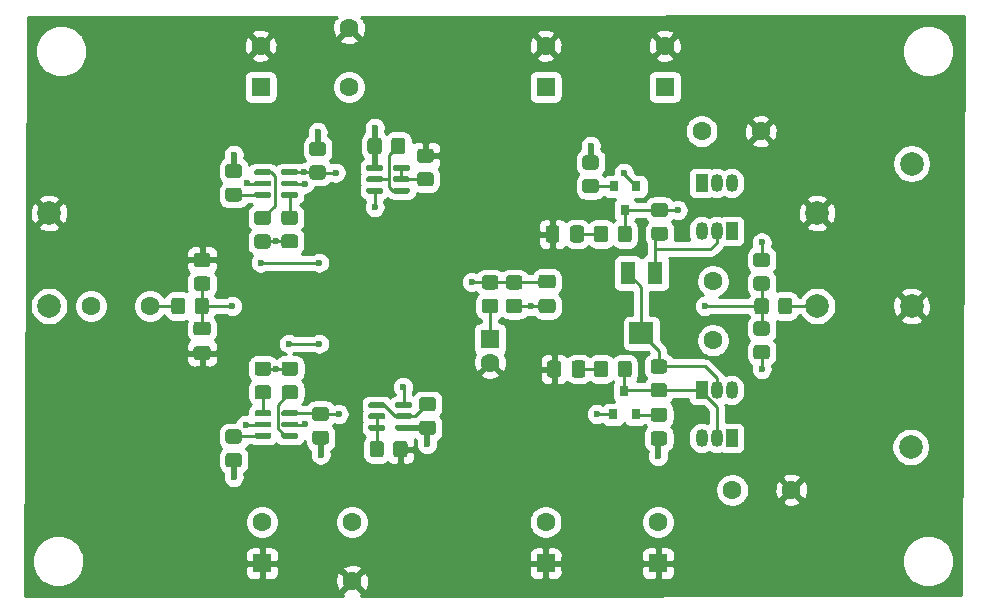
<source format=gbr>
G04 #@! TF.GenerationSoftware,KiCad,Pcbnew,(5.1.9-0-10_14)*
G04 #@! TF.CreationDate,2021-02-13T11:14:36+01:00*
G04 #@! TF.ProjectId,pre-amp-discret,7072652d-616d-4702-9d64-697363726574,rev?*
G04 #@! TF.SameCoordinates,Original*
G04 #@! TF.FileFunction,Copper,L1,Top*
G04 #@! TF.FilePolarity,Positive*
%FSLAX46Y46*%
G04 Gerber Fmt 4.6, Leading zero omitted, Abs format (unit mm)*
G04 Created by KiCad (PCBNEW (5.1.9-0-10_14)) date 2021-02-13 11:14:36*
%MOMM*%
%LPD*%
G01*
G04 APERTURE LIST*
G04 #@! TA.AperFunction,SMDPad,CuDef*
%ADD10R,1.300000X1.900000*%
G04 #@! TD*
G04 #@! TA.AperFunction,SMDPad,CuDef*
%ADD11R,2.000000X1.900000*%
G04 #@! TD*
G04 #@! TA.AperFunction,ComponentPad*
%ADD12C,1.600000*%
G04 #@! TD*
G04 #@! TA.AperFunction,ComponentPad*
%ADD13R,1.050000X1.500000*%
G04 #@! TD*
G04 #@! TA.AperFunction,ComponentPad*
%ADD14O,1.050000X1.500000*%
G04 #@! TD*
G04 #@! TA.AperFunction,SMDPad,CuDef*
%ADD15R,0.800000X0.900000*%
G04 #@! TD*
G04 #@! TA.AperFunction,ComponentPad*
%ADD16R,1.600000X1.600000*%
G04 #@! TD*
G04 #@! TA.AperFunction,ComponentPad*
%ADD17C,2.000000*%
G04 #@! TD*
G04 #@! TA.AperFunction,ViaPad*
%ADD18C,0.600000*%
G04 #@! TD*
G04 #@! TA.AperFunction,Conductor*
%ADD19C,0.500000*%
G04 #@! TD*
G04 #@! TA.AperFunction,Conductor*
%ADD20C,0.250000*%
G04 #@! TD*
G04 #@! TA.AperFunction,Conductor*
%ADD21C,0.254000*%
G04 #@! TD*
G04 #@! TA.AperFunction,Conductor*
%ADD22C,0.100000*%
G04 #@! TD*
G04 APERTURE END LIST*
D10*
X174230000Y-119126000D03*
D11*
X175380000Y-124226000D03*
D10*
X176530000Y-119126000D03*
G04 #@! TA.AperFunction,SMDPad,CuDef*
G36*
G01*
X138626001Y-118615000D02*
X137725999Y-118615000D01*
G75*
G02*
X137476000Y-118365001I0J249999D01*
G01*
X137476000Y-117664999D01*
G75*
G02*
X137725999Y-117415000I249999J0D01*
G01*
X138626001Y-117415000D01*
G75*
G02*
X138876000Y-117664999I0J-249999D01*
G01*
X138876000Y-118365001D01*
G75*
G02*
X138626001Y-118615000I-249999J0D01*
G01*
G37*
G04 #@! TD.AperFunction*
G04 #@! TA.AperFunction,SMDPad,CuDef*
G36*
G01*
X138626001Y-120615000D02*
X137725999Y-120615000D01*
G75*
G02*
X137476000Y-120365001I0J249999D01*
G01*
X137476000Y-119664999D01*
G75*
G02*
X137725999Y-119415000I249999J0D01*
G01*
X138626001Y-119415000D01*
G75*
G02*
X138876000Y-119664999I0J-249999D01*
G01*
X138876000Y-120365001D01*
G75*
G02*
X138626001Y-120615000I-249999J0D01*
G01*
G37*
G04 #@! TD.AperFunction*
G04 #@! TA.AperFunction,SMDPad,CuDef*
G36*
G01*
X136760000Y-121469999D02*
X136760000Y-122370001D01*
G75*
G02*
X136510001Y-122620000I-249999J0D01*
G01*
X135809999Y-122620000D01*
G75*
G02*
X135560000Y-122370001I0J249999D01*
G01*
X135560000Y-121469999D01*
G75*
G02*
X135809999Y-121220000I249999J0D01*
G01*
X136510001Y-121220000D01*
G75*
G02*
X136760000Y-121469999I0J-249999D01*
G01*
G37*
G04 #@! TD.AperFunction*
G04 #@! TA.AperFunction,SMDPad,CuDef*
G36*
G01*
X138760000Y-121469999D02*
X138760000Y-122370001D01*
G75*
G02*
X138510001Y-122620000I-249999J0D01*
G01*
X137809999Y-122620000D01*
G75*
G02*
X137560000Y-122370001I0J249999D01*
G01*
X137560000Y-121469999D01*
G75*
G02*
X137809999Y-121220000I249999J0D01*
G01*
X138510001Y-121220000D01*
G75*
G02*
X138760000Y-121469999I0J-249999D01*
G01*
G37*
G04 #@! TD.AperFunction*
G04 #@! TA.AperFunction,SMDPad,CuDef*
G36*
G01*
X138651000Y-124412500D02*
X137701000Y-124412500D01*
G75*
G02*
X137451000Y-124162500I0J250000D01*
G01*
X137451000Y-123487500D01*
G75*
G02*
X137701000Y-123237500I250000J0D01*
G01*
X138651000Y-123237500D01*
G75*
G02*
X138901000Y-123487500I0J-250000D01*
G01*
X138901000Y-124162500D01*
G75*
G02*
X138651000Y-124412500I-250000J0D01*
G01*
G37*
G04 #@! TD.AperFunction*
G04 #@! TA.AperFunction,SMDPad,CuDef*
G36*
G01*
X138651000Y-126487500D02*
X137701000Y-126487500D01*
G75*
G02*
X137451000Y-126237500I0J250000D01*
G01*
X137451000Y-125562500D01*
G75*
G02*
X137701000Y-125312500I250000J0D01*
G01*
X138651000Y-125312500D01*
G75*
G02*
X138901000Y-125562500I0J-250000D01*
G01*
X138901000Y-126237500D01*
G75*
G02*
X138651000Y-126487500I-250000J0D01*
G01*
G37*
G04 #@! TD.AperFunction*
G04 #@! TA.AperFunction,SMDPad,CuDef*
G36*
G01*
X147758999Y-132464000D02*
X148659001Y-132464000D01*
G75*
G02*
X148909000Y-132713999I0J-249999D01*
G01*
X148909000Y-133414001D01*
G75*
G02*
X148659001Y-133664000I-249999J0D01*
G01*
X147758999Y-133664000D01*
G75*
G02*
X147509000Y-133414001I0J249999D01*
G01*
X147509000Y-132713999D01*
G75*
G02*
X147758999Y-132464000I249999J0D01*
G01*
G37*
G04 #@! TD.AperFunction*
G04 #@! TA.AperFunction,SMDPad,CuDef*
G36*
G01*
X147758999Y-130464000D02*
X148659001Y-130464000D01*
G75*
G02*
X148909000Y-130713999I0J-249999D01*
G01*
X148909000Y-131414001D01*
G75*
G02*
X148659001Y-131664000I-249999J0D01*
G01*
X147758999Y-131664000D01*
G75*
G02*
X147509000Y-131414001I0J249999D01*
G01*
X147509000Y-130713999D01*
G75*
G02*
X147758999Y-130464000I249999J0D01*
G01*
G37*
G04 #@! TD.AperFunction*
G04 #@! TA.AperFunction,SMDPad,CuDef*
G36*
G01*
X162109999Y-121320000D02*
X163010001Y-121320000D01*
G75*
G02*
X163260000Y-121569999I0J-249999D01*
G01*
X163260000Y-122270001D01*
G75*
G02*
X163010001Y-122520000I-249999J0D01*
G01*
X162109999Y-122520000D01*
G75*
G02*
X161860000Y-122270001I0J249999D01*
G01*
X161860000Y-121569999D01*
G75*
G02*
X162109999Y-121320000I249999J0D01*
G01*
G37*
G04 #@! TD.AperFunction*
G04 #@! TA.AperFunction,SMDPad,CuDef*
G36*
G01*
X162109999Y-119320000D02*
X163010001Y-119320000D01*
G75*
G02*
X163260000Y-119569999I0J-249999D01*
G01*
X163260000Y-120270001D01*
G75*
G02*
X163010001Y-120520000I-249999J0D01*
G01*
X162109999Y-120520000D01*
G75*
G02*
X161860000Y-120270001I0J249999D01*
G01*
X161860000Y-119569999D01*
G75*
G02*
X162109999Y-119320000I249999J0D01*
G01*
G37*
G04 #@! TD.AperFunction*
G04 #@! TA.AperFunction,SMDPad,CuDef*
G36*
G01*
X168565500Y-126779000D02*
X168565500Y-127729000D01*
G75*
G02*
X168315500Y-127979000I-250000J0D01*
G01*
X167640500Y-127979000D01*
G75*
G02*
X167390500Y-127729000I0J250000D01*
G01*
X167390500Y-126779000D01*
G75*
G02*
X167640500Y-126529000I250000J0D01*
G01*
X168315500Y-126529000D01*
G75*
G02*
X168565500Y-126779000I0J-250000D01*
G01*
G37*
G04 #@! TD.AperFunction*
G04 #@! TA.AperFunction,SMDPad,CuDef*
G36*
G01*
X170640500Y-126779000D02*
X170640500Y-127729000D01*
G75*
G02*
X170390500Y-127979000I-250000J0D01*
G01*
X169715500Y-127979000D01*
G75*
G02*
X169465500Y-127729000I0J250000D01*
G01*
X169465500Y-126779000D01*
G75*
G02*
X169715500Y-126529000I250000J0D01*
G01*
X170390500Y-126529000D01*
G75*
G02*
X170640500Y-126779000I0J-250000D01*
G01*
G37*
G04 #@! TD.AperFunction*
G04 #@! TA.AperFunction,SMDPad,CuDef*
G36*
G01*
X169338500Y-116299000D02*
X169338500Y-115349000D01*
G75*
G02*
X169588500Y-115099000I250000J0D01*
G01*
X170263500Y-115099000D01*
G75*
G02*
X170513500Y-115349000I0J-250000D01*
G01*
X170513500Y-116299000D01*
G75*
G02*
X170263500Y-116549000I-250000J0D01*
G01*
X169588500Y-116549000D01*
G75*
G02*
X169338500Y-116299000I0J250000D01*
G01*
G37*
G04 #@! TD.AperFunction*
G04 #@! TA.AperFunction,SMDPad,CuDef*
G36*
G01*
X167263500Y-116299000D02*
X167263500Y-115349000D01*
G75*
G02*
X167513500Y-115099000I250000J0D01*
G01*
X168188500Y-115099000D01*
G75*
G02*
X168438500Y-115349000I0J-250000D01*
G01*
X168438500Y-116299000D01*
G75*
G02*
X168188500Y-116549000I-250000J0D01*
G01*
X167513500Y-116549000D01*
G75*
G02*
X167263500Y-116299000I0J250000D01*
G01*
G37*
G04 #@! TD.AperFunction*
D12*
X180467000Y-107124500D03*
X185467000Y-107124500D03*
X181419500Y-119824500D03*
X181419500Y-124824500D03*
G04 #@! TA.AperFunction,SMDPad,CuDef*
G36*
G01*
X185096999Y-125225000D02*
X185997001Y-125225000D01*
G75*
G02*
X186247000Y-125474999I0J-249999D01*
G01*
X186247000Y-126175001D01*
G75*
G02*
X185997001Y-126425000I-249999J0D01*
G01*
X185096999Y-126425000D01*
G75*
G02*
X184847000Y-126175001I0J249999D01*
G01*
X184847000Y-125474999D01*
G75*
G02*
X185096999Y-125225000I249999J0D01*
G01*
G37*
G04 #@! TD.AperFunction*
G04 #@! TA.AperFunction,SMDPad,CuDef*
G36*
G01*
X185096999Y-123225000D02*
X185997001Y-123225000D01*
G75*
G02*
X186247000Y-123474999I0J-249999D01*
G01*
X186247000Y-124175001D01*
G75*
G02*
X185997001Y-124425000I-249999J0D01*
G01*
X185096999Y-124425000D01*
G75*
G02*
X184847000Y-124175001I0J249999D01*
G01*
X184847000Y-123474999D01*
G75*
G02*
X185096999Y-123225000I249999J0D01*
G01*
G37*
G04 #@! TD.AperFunction*
G04 #@! TA.AperFunction,SMDPad,CuDef*
G36*
G01*
X185096999Y-119415000D02*
X185997001Y-119415000D01*
G75*
G02*
X186247000Y-119664999I0J-249999D01*
G01*
X186247000Y-120365001D01*
G75*
G02*
X185997001Y-120615000I-249999J0D01*
G01*
X185096999Y-120615000D01*
G75*
G02*
X184847000Y-120365001I0J249999D01*
G01*
X184847000Y-119664999D01*
G75*
G02*
X185096999Y-119415000I249999J0D01*
G01*
G37*
G04 #@! TD.AperFunction*
G04 #@! TA.AperFunction,SMDPad,CuDef*
G36*
G01*
X185096999Y-117415000D02*
X185997001Y-117415000D01*
G75*
G02*
X186247000Y-117664999I0J-249999D01*
G01*
X186247000Y-118365001D01*
G75*
G02*
X185997001Y-118615000I-249999J0D01*
G01*
X185096999Y-118615000D01*
G75*
G02*
X184847000Y-118365001I0J249999D01*
G01*
X184847000Y-117664999D01*
G75*
G02*
X185096999Y-117415000I249999J0D01*
G01*
G37*
G04 #@! TD.AperFunction*
G04 #@! TA.AperFunction,SMDPad,CuDef*
G36*
G01*
X176397499Y-128432000D02*
X177297501Y-128432000D01*
G75*
G02*
X177547500Y-128681999I0J-249999D01*
G01*
X177547500Y-129382001D01*
G75*
G02*
X177297501Y-129632000I-249999J0D01*
G01*
X176397499Y-129632000D01*
G75*
G02*
X176147500Y-129382001I0J249999D01*
G01*
X176147500Y-128681999D01*
G75*
G02*
X176397499Y-128432000I249999J0D01*
G01*
G37*
G04 #@! TD.AperFunction*
G04 #@! TA.AperFunction,SMDPad,CuDef*
G36*
G01*
X176397499Y-126432000D02*
X177297501Y-126432000D01*
G75*
G02*
X177547500Y-126681999I0J-249999D01*
G01*
X177547500Y-127382001D01*
G75*
G02*
X177297501Y-127632000I-249999J0D01*
G01*
X176397499Y-127632000D01*
G75*
G02*
X176147500Y-127382001I0J249999D01*
G01*
X176147500Y-126681999D01*
G75*
G02*
X176397499Y-126432000I249999J0D01*
G01*
G37*
G04 #@! TD.AperFunction*
G04 #@! TA.AperFunction,SMDPad,CuDef*
G36*
G01*
X176460999Y-115192000D02*
X177361001Y-115192000D01*
G75*
G02*
X177611000Y-115441999I0J-249999D01*
G01*
X177611000Y-116142001D01*
G75*
G02*
X177361001Y-116392000I-249999J0D01*
G01*
X176460999Y-116392000D01*
G75*
G02*
X176211000Y-116142001I0J249999D01*
G01*
X176211000Y-115441999D01*
G75*
G02*
X176460999Y-115192000I249999J0D01*
G01*
G37*
G04 #@! TD.AperFunction*
G04 #@! TA.AperFunction,SMDPad,CuDef*
G36*
G01*
X176460999Y-113192000D02*
X177361001Y-113192000D01*
G75*
G02*
X177611000Y-113441999I0J-249999D01*
G01*
X177611000Y-114142001D01*
G75*
G02*
X177361001Y-114392000I-249999J0D01*
G01*
X176460999Y-114392000D01*
G75*
G02*
X176211000Y-114142001I0J249999D01*
G01*
X176211000Y-113441999D01*
G75*
G02*
X176460999Y-113192000I249999J0D01*
G01*
G37*
G04 #@! TD.AperFunction*
G04 #@! TA.AperFunction,SMDPad,CuDef*
G36*
G01*
X173358000Y-127704001D02*
X173358000Y-126803999D01*
G75*
G02*
X173607999Y-126554000I249999J0D01*
G01*
X174308001Y-126554000D01*
G75*
G02*
X174558000Y-126803999I0J-249999D01*
G01*
X174558000Y-127704001D01*
G75*
G02*
X174308001Y-127954000I-249999J0D01*
G01*
X173607999Y-127954000D01*
G75*
G02*
X173358000Y-127704001I0J249999D01*
G01*
G37*
G04 #@! TD.AperFunction*
G04 #@! TA.AperFunction,SMDPad,CuDef*
G36*
G01*
X171358000Y-127704001D02*
X171358000Y-126803999D01*
G75*
G02*
X171607999Y-126554000I249999J0D01*
G01*
X172308001Y-126554000D01*
G75*
G02*
X172558000Y-126803999I0J-249999D01*
G01*
X172558000Y-127704001D01*
G75*
G02*
X172308001Y-127954000I-249999J0D01*
G01*
X171607999Y-127954000D01*
G75*
G02*
X171358000Y-127704001I0J249999D01*
G01*
G37*
G04 #@! TD.AperFunction*
G04 #@! TA.AperFunction,SMDPad,CuDef*
G36*
G01*
X172558000Y-115373999D02*
X172558000Y-116274001D01*
G75*
G02*
X172308001Y-116524000I-249999J0D01*
G01*
X171607999Y-116524000D01*
G75*
G02*
X171358000Y-116274001I0J249999D01*
G01*
X171358000Y-115373999D01*
G75*
G02*
X171607999Y-115124000I249999J0D01*
G01*
X172308001Y-115124000D01*
G75*
G02*
X172558000Y-115373999I0J-249999D01*
G01*
G37*
G04 #@! TD.AperFunction*
G04 #@! TA.AperFunction,SMDPad,CuDef*
G36*
G01*
X174558000Y-115373999D02*
X174558000Y-116274001D01*
G75*
G02*
X174308001Y-116524000I-249999J0D01*
G01*
X173607999Y-116524000D01*
G75*
G02*
X173358000Y-116274001I0J249999D01*
G01*
X173358000Y-115373999D01*
G75*
G02*
X173607999Y-115124000I249999J0D01*
G01*
X174308001Y-115124000D01*
G75*
G02*
X174558000Y-115373999I0J-249999D01*
G01*
G37*
G04 #@! TD.AperFunction*
D13*
X183007000Y-133096000D03*
D14*
X180467000Y-133096000D03*
X181737000Y-133096000D03*
D13*
X180467000Y-111506000D03*
D14*
X183007000Y-111506000D03*
X181737000Y-111506000D03*
D13*
X180467000Y-129032000D03*
D14*
X183007000Y-129032000D03*
X181737000Y-129032000D03*
D13*
X183007000Y-115570000D03*
D14*
X180467000Y-115570000D03*
X181737000Y-115570000D03*
D15*
X173926500Y-129095500D03*
X174876500Y-131095500D03*
X172976500Y-131095500D03*
G04 #@! TA.AperFunction,SMDPad,CuDef*
G36*
G01*
X144893000Y-131125500D02*
X144893000Y-130875500D01*
G75*
G02*
X145018000Y-130750500I125000J0D01*
G01*
X146193000Y-130750500D01*
G75*
G02*
X146318000Y-130875500I0J-125000D01*
G01*
X146318000Y-131125500D01*
G75*
G02*
X146193000Y-131250500I-125000J0D01*
G01*
X145018000Y-131250500D01*
G75*
G02*
X144893000Y-131125500I0J125000D01*
G01*
G37*
G04 #@! TD.AperFunction*
G04 #@! TA.AperFunction,SMDPad,CuDef*
G36*
G01*
X144893000Y-132075500D02*
X144893000Y-131825500D01*
G75*
G02*
X145018000Y-131700500I125000J0D01*
G01*
X146193000Y-131700500D01*
G75*
G02*
X146318000Y-131825500I0J-125000D01*
G01*
X146318000Y-132075500D01*
G75*
G02*
X146193000Y-132200500I-125000J0D01*
G01*
X145018000Y-132200500D01*
G75*
G02*
X144893000Y-132075500I0J125000D01*
G01*
G37*
G04 #@! TD.AperFunction*
G04 #@! TA.AperFunction,SMDPad,CuDef*
G36*
G01*
X144893000Y-133025500D02*
X144893000Y-132775500D01*
G75*
G02*
X145018000Y-132650500I125000J0D01*
G01*
X146193000Y-132650500D01*
G75*
G02*
X146318000Y-132775500I0J-125000D01*
G01*
X146318000Y-133025500D01*
G75*
G02*
X146193000Y-133150500I-125000J0D01*
G01*
X145018000Y-133150500D01*
G75*
G02*
X144893000Y-133025500I0J125000D01*
G01*
G37*
G04 #@! TD.AperFunction*
G04 #@! TA.AperFunction,SMDPad,CuDef*
G36*
G01*
X142618000Y-133025500D02*
X142618000Y-132775500D01*
G75*
G02*
X142743000Y-132650500I125000J0D01*
G01*
X143918000Y-132650500D01*
G75*
G02*
X144043000Y-132775500I0J-125000D01*
G01*
X144043000Y-133025500D01*
G75*
G02*
X143918000Y-133150500I-125000J0D01*
G01*
X142743000Y-133150500D01*
G75*
G02*
X142618000Y-133025500I0J125000D01*
G01*
G37*
G04 #@! TD.AperFunction*
G04 #@! TA.AperFunction,SMDPad,CuDef*
G36*
G01*
X142618000Y-132075500D02*
X142618000Y-131825500D01*
G75*
G02*
X142743000Y-131700500I125000J0D01*
G01*
X143918000Y-131700500D01*
G75*
G02*
X144043000Y-131825500I0J-125000D01*
G01*
X144043000Y-132075500D01*
G75*
G02*
X143918000Y-132200500I-125000J0D01*
G01*
X142743000Y-132200500D01*
G75*
G02*
X142618000Y-132075500I0J125000D01*
G01*
G37*
G04 #@! TD.AperFunction*
G04 #@! TA.AperFunction,SMDPad,CuDef*
G36*
G01*
X142618000Y-131125500D02*
X142618000Y-130875500D01*
G75*
G02*
X142743000Y-130750500I125000J0D01*
G01*
X143918000Y-130750500D01*
G75*
G02*
X144043000Y-130875500I0J-125000D01*
G01*
X144043000Y-131125500D01*
G75*
G02*
X143918000Y-131250500I-125000J0D01*
G01*
X142743000Y-131250500D01*
G75*
G02*
X142618000Y-131125500I0J125000D01*
G01*
G37*
G04 #@! TD.AperFunction*
G04 #@! TA.AperFunction,SMDPad,CuDef*
G36*
G01*
X153493500Y-112023700D02*
X153493500Y-112273700D01*
G75*
G02*
X153368500Y-112398700I-125000J0D01*
G01*
X152193500Y-112398700D01*
G75*
G02*
X152068500Y-112273700I0J125000D01*
G01*
X152068500Y-112023700D01*
G75*
G02*
X152193500Y-111898700I125000J0D01*
G01*
X153368500Y-111898700D01*
G75*
G02*
X153493500Y-112023700I0J-125000D01*
G01*
G37*
G04 #@! TD.AperFunction*
G04 #@! TA.AperFunction,SMDPad,CuDef*
G36*
G01*
X153493500Y-111073700D02*
X153493500Y-111323700D01*
G75*
G02*
X153368500Y-111448700I-125000J0D01*
G01*
X152193500Y-111448700D01*
G75*
G02*
X152068500Y-111323700I0J125000D01*
G01*
X152068500Y-111073700D01*
G75*
G02*
X152193500Y-110948700I125000J0D01*
G01*
X153368500Y-110948700D01*
G75*
G02*
X153493500Y-111073700I0J-125000D01*
G01*
G37*
G04 #@! TD.AperFunction*
G04 #@! TA.AperFunction,SMDPad,CuDef*
G36*
G01*
X153493500Y-110123700D02*
X153493500Y-110373700D01*
G75*
G02*
X153368500Y-110498700I-125000J0D01*
G01*
X152193500Y-110498700D01*
G75*
G02*
X152068500Y-110373700I0J125000D01*
G01*
X152068500Y-110123700D01*
G75*
G02*
X152193500Y-109998700I125000J0D01*
G01*
X153368500Y-109998700D01*
G75*
G02*
X153493500Y-110123700I0J-125000D01*
G01*
G37*
G04 #@! TD.AperFunction*
G04 #@! TA.AperFunction,SMDPad,CuDef*
G36*
G01*
X155768500Y-110123700D02*
X155768500Y-110373700D01*
G75*
G02*
X155643500Y-110498700I-125000J0D01*
G01*
X154468500Y-110498700D01*
G75*
G02*
X154343500Y-110373700I0J125000D01*
G01*
X154343500Y-110123700D01*
G75*
G02*
X154468500Y-109998700I125000J0D01*
G01*
X155643500Y-109998700D01*
G75*
G02*
X155768500Y-110123700I0J-125000D01*
G01*
G37*
G04 #@! TD.AperFunction*
G04 #@! TA.AperFunction,SMDPad,CuDef*
G36*
G01*
X155768500Y-111073700D02*
X155768500Y-111323700D01*
G75*
G02*
X155643500Y-111448700I-125000J0D01*
G01*
X154468500Y-111448700D01*
G75*
G02*
X154343500Y-111323700I0J125000D01*
G01*
X154343500Y-111073700D01*
G75*
G02*
X154468500Y-110948700I125000J0D01*
G01*
X155643500Y-110948700D01*
G75*
G02*
X155768500Y-111073700I0J-125000D01*
G01*
G37*
G04 #@! TD.AperFunction*
G04 #@! TA.AperFunction,SMDPad,CuDef*
G36*
G01*
X155768500Y-112023700D02*
X155768500Y-112273700D01*
G75*
G02*
X155643500Y-112398700I-125000J0D01*
G01*
X154468500Y-112398700D01*
G75*
G02*
X154343500Y-112273700I0J125000D01*
G01*
X154343500Y-112023700D01*
G75*
G02*
X154468500Y-111898700I125000J0D01*
G01*
X155643500Y-111898700D01*
G75*
G02*
X155768500Y-112023700I0J-125000D01*
G01*
G37*
G04 #@! TD.AperFunction*
G04 #@! TA.AperFunction,SMDPad,CuDef*
G36*
G01*
X144869300Y-110721600D02*
X144869300Y-110471600D01*
G75*
G02*
X144994300Y-110346600I125000J0D01*
G01*
X146169300Y-110346600D01*
G75*
G02*
X146294300Y-110471600I0J-125000D01*
G01*
X146294300Y-110721600D01*
G75*
G02*
X146169300Y-110846600I-125000J0D01*
G01*
X144994300Y-110846600D01*
G75*
G02*
X144869300Y-110721600I0J125000D01*
G01*
G37*
G04 #@! TD.AperFunction*
G04 #@! TA.AperFunction,SMDPad,CuDef*
G36*
G01*
X144869300Y-111671600D02*
X144869300Y-111421600D01*
G75*
G02*
X144994300Y-111296600I125000J0D01*
G01*
X146169300Y-111296600D01*
G75*
G02*
X146294300Y-111421600I0J-125000D01*
G01*
X146294300Y-111671600D01*
G75*
G02*
X146169300Y-111796600I-125000J0D01*
G01*
X144994300Y-111796600D01*
G75*
G02*
X144869300Y-111671600I0J125000D01*
G01*
G37*
G04 #@! TD.AperFunction*
G04 #@! TA.AperFunction,SMDPad,CuDef*
G36*
G01*
X144869300Y-112621600D02*
X144869300Y-112371600D01*
G75*
G02*
X144994300Y-112246600I125000J0D01*
G01*
X146169300Y-112246600D01*
G75*
G02*
X146294300Y-112371600I0J-125000D01*
G01*
X146294300Y-112621600D01*
G75*
G02*
X146169300Y-112746600I-125000J0D01*
G01*
X144994300Y-112746600D01*
G75*
G02*
X144869300Y-112621600I0J125000D01*
G01*
G37*
G04 #@! TD.AperFunction*
G04 #@! TA.AperFunction,SMDPad,CuDef*
G36*
G01*
X142594300Y-112621600D02*
X142594300Y-112371600D01*
G75*
G02*
X142719300Y-112246600I125000J0D01*
G01*
X143894300Y-112246600D01*
G75*
G02*
X144019300Y-112371600I0J-125000D01*
G01*
X144019300Y-112621600D01*
G75*
G02*
X143894300Y-112746600I-125000J0D01*
G01*
X142719300Y-112746600D01*
G75*
G02*
X142594300Y-112621600I0J125000D01*
G01*
G37*
G04 #@! TD.AperFunction*
G04 #@! TA.AperFunction,SMDPad,CuDef*
G36*
G01*
X142594300Y-111671600D02*
X142594300Y-111421600D01*
G75*
G02*
X142719300Y-111296600I125000J0D01*
G01*
X143894300Y-111296600D01*
G75*
G02*
X144019300Y-111421600I0J-125000D01*
G01*
X144019300Y-111671600D01*
G75*
G02*
X143894300Y-111796600I-125000J0D01*
G01*
X142719300Y-111796600D01*
G75*
G02*
X142594300Y-111671600I0J125000D01*
G01*
G37*
G04 #@! TD.AperFunction*
G04 #@! TA.AperFunction,SMDPad,CuDef*
G36*
G01*
X142594300Y-110721600D02*
X142594300Y-110471600D01*
G75*
G02*
X142719300Y-110346600I125000J0D01*
G01*
X143894300Y-110346600D01*
G75*
G02*
X144019300Y-110471600I0J-125000D01*
G01*
X144019300Y-110721600D01*
G75*
G02*
X143894300Y-110846600I-125000J0D01*
G01*
X142719300Y-110846600D01*
G75*
G02*
X142594300Y-110721600I0J125000D01*
G01*
G37*
G04 #@! TD.AperFunction*
G04 #@! TA.AperFunction,SMDPad,CuDef*
G36*
G01*
X154529300Y-130439700D02*
X154529300Y-130189700D01*
G75*
G02*
X154654300Y-130064700I125000J0D01*
G01*
X155829300Y-130064700D01*
G75*
G02*
X155954300Y-130189700I0J-125000D01*
G01*
X155954300Y-130439700D01*
G75*
G02*
X155829300Y-130564700I-125000J0D01*
G01*
X154654300Y-130564700D01*
G75*
G02*
X154529300Y-130439700I0J125000D01*
G01*
G37*
G04 #@! TD.AperFunction*
G04 #@! TA.AperFunction,SMDPad,CuDef*
G36*
G01*
X154529300Y-131389700D02*
X154529300Y-131139700D01*
G75*
G02*
X154654300Y-131014700I125000J0D01*
G01*
X155829300Y-131014700D01*
G75*
G02*
X155954300Y-131139700I0J-125000D01*
G01*
X155954300Y-131389700D01*
G75*
G02*
X155829300Y-131514700I-125000J0D01*
G01*
X154654300Y-131514700D01*
G75*
G02*
X154529300Y-131389700I0J125000D01*
G01*
G37*
G04 #@! TD.AperFunction*
G04 #@! TA.AperFunction,SMDPad,CuDef*
G36*
G01*
X154529300Y-132339700D02*
X154529300Y-132089700D01*
G75*
G02*
X154654300Y-131964700I125000J0D01*
G01*
X155829300Y-131964700D01*
G75*
G02*
X155954300Y-132089700I0J-125000D01*
G01*
X155954300Y-132339700D01*
G75*
G02*
X155829300Y-132464700I-125000J0D01*
G01*
X154654300Y-132464700D01*
G75*
G02*
X154529300Y-132339700I0J125000D01*
G01*
G37*
G04 #@! TD.AperFunction*
G04 #@! TA.AperFunction,SMDPad,CuDef*
G36*
G01*
X152254300Y-132339700D02*
X152254300Y-132089700D01*
G75*
G02*
X152379300Y-131964700I125000J0D01*
G01*
X153554300Y-131964700D01*
G75*
G02*
X153679300Y-132089700I0J-125000D01*
G01*
X153679300Y-132339700D01*
G75*
G02*
X153554300Y-132464700I-125000J0D01*
G01*
X152379300Y-132464700D01*
G75*
G02*
X152254300Y-132339700I0J125000D01*
G01*
G37*
G04 #@! TD.AperFunction*
G04 #@! TA.AperFunction,SMDPad,CuDef*
G36*
G01*
X152254300Y-131389700D02*
X152254300Y-131139700D01*
G75*
G02*
X152379300Y-131014700I125000J0D01*
G01*
X153554300Y-131014700D01*
G75*
G02*
X153679300Y-131139700I0J-125000D01*
G01*
X153679300Y-131389700D01*
G75*
G02*
X153554300Y-131514700I-125000J0D01*
G01*
X152379300Y-131514700D01*
G75*
G02*
X152254300Y-131389700I0J125000D01*
G01*
G37*
G04 #@! TD.AperFunction*
G04 #@! TA.AperFunction,SMDPad,CuDef*
G36*
G01*
X152254300Y-130439700D02*
X152254300Y-130189700D01*
G75*
G02*
X152379300Y-130064700I125000J0D01*
G01*
X153554300Y-130064700D01*
G75*
G02*
X153679300Y-130189700I0J-125000D01*
G01*
X153679300Y-130439700D01*
G75*
G02*
X153554300Y-130564700I-125000J0D01*
G01*
X152379300Y-130564700D01*
G75*
G02*
X152254300Y-130439700I0J125000D01*
G01*
G37*
G04 #@! TD.AperFunction*
D12*
X177355500Y-99878000D03*
D16*
X177355500Y-103378000D03*
D12*
X167259000Y-140208000D03*
D16*
X167259000Y-143708000D03*
D12*
X167259000Y-99878000D03*
D16*
X167259000Y-103378000D03*
D12*
X162560000Y-126714000D03*
D16*
X162560000Y-124714000D03*
G04 #@! TA.AperFunction,SMDPad,CuDef*
G36*
G01*
X186147000Y-121469999D02*
X186147000Y-122370001D01*
G75*
G02*
X185897001Y-122620000I-249999J0D01*
G01*
X185196999Y-122620000D01*
G75*
G02*
X184947000Y-122370001I0J249999D01*
G01*
X184947000Y-121469999D01*
G75*
G02*
X185196999Y-121220000I249999J0D01*
G01*
X185897001Y-121220000D01*
G75*
G02*
X186147000Y-121469999I0J-249999D01*
G01*
G37*
G04 #@! TD.AperFunction*
G04 #@! TA.AperFunction,SMDPad,CuDef*
G36*
G01*
X188147000Y-121469999D02*
X188147000Y-122370001D01*
G75*
G02*
X187897001Y-122620000I-249999J0D01*
G01*
X187196999Y-122620000D01*
G75*
G02*
X186947000Y-122370001I0J249999D01*
G01*
X186947000Y-121469999D01*
G75*
G02*
X187196999Y-121220000I249999J0D01*
G01*
X187897001Y-121220000D01*
G75*
G02*
X188147000Y-121469999I0J-249999D01*
G01*
G37*
G04 #@! TD.AperFunction*
G04 #@! TA.AperFunction,SMDPad,CuDef*
G36*
G01*
X176397499Y-132527500D02*
X177297501Y-132527500D01*
G75*
G02*
X177547500Y-132777499I0J-249999D01*
G01*
X177547500Y-133477501D01*
G75*
G02*
X177297501Y-133727500I-249999J0D01*
G01*
X176397499Y-133727500D01*
G75*
G02*
X176147500Y-133477501I0J249999D01*
G01*
X176147500Y-132777499D01*
G75*
G02*
X176397499Y-132527500I249999J0D01*
G01*
G37*
G04 #@! TD.AperFunction*
G04 #@! TA.AperFunction,SMDPad,CuDef*
G36*
G01*
X176397499Y-130527500D02*
X177297501Y-130527500D01*
G75*
G02*
X177547500Y-130777499I0J-249999D01*
G01*
X177547500Y-131477501D01*
G75*
G02*
X177297501Y-131727500I-249999J0D01*
G01*
X176397499Y-131727500D01*
G75*
G02*
X176147500Y-131477501I0J249999D01*
G01*
X176147500Y-130777499D01*
G75*
G02*
X176397499Y-130527500I249999J0D01*
G01*
G37*
G04 #@! TD.AperFunction*
G04 #@! TA.AperFunction,SMDPad,CuDef*
G36*
G01*
X153571500Y-133585799D02*
X153571500Y-134485801D01*
G75*
G02*
X153321501Y-134735800I-249999J0D01*
G01*
X152621499Y-134735800D01*
G75*
G02*
X152371500Y-134485801I0J249999D01*
G01*
X152371500Y-133585799D01*
G75*
G02*
X152621499Y-133335800I249999J0D01*
G01*
X153321501Y-133335800D01*
G75*
G02*
X153571500Y-133585799I0J-249999D01*
G01*
G37*
G04 #@! TD.AperFunction*
G04 #@! TA.AperFunction,SMDPad,CuDef*
G36*
G01*
X155571500Y-133585799D02*
X155571500Y-134485801D01*
G75*
G02*
X155321501Y-134735800I-249999J0D01*
G01*
X154621499Y-134735800D01*
G75*
G02*
X154371500Y-134485801I0J249999D01*
G01*
X154371500Y-133585799D01*
G75*
G02*
X154621499Y-133335800I249999J0D01*
G01*
X155321501Y-133335800D01*
G75*
G02*
X155571500Y-133585799I0J-249999D01*
G01*
G37*
G04 #@! TD.AperFunction*
G04 #@! TA.AperFunction,SMDPad,CuDef*
G36*
G01*
X145142799Y-115846300D02*
X146042801Y-115846300D01*
G75*
G02*
X146292800Y-116096299I0J-249999D01*
G01*
X146292800Y-116796301D01*
G75*
G02*
X146042801Y-117046300I-249999J0D01*
G01*
X145142799Y-117046300D01*
G75*
G02*
X144892800Y-116796301I0J249999D01*
G01*
X144892800Y-116096299D01*
G75*
G02*
X145142799Y-115846300I249999J0D01*
G01*
G37*
G04 #@! TD.AperFunction*
G04 #@! TA.AperFunction,SMDPad,CuDef*
G36*
G01*
X145142799Y-113846300D02*
X146042801Y-113846300D01*
G75*
G02*
X146292800Y-114096299I0J-249999D01*
G01*
X146292800Y-114796301D01*
G75*
G02*
X146042801Y-115046300I-249999J0D01*
G01*
X145142799Y-115046300D01*
G75*
G02*
X144892800Y-114796301I0J249999D01*
G01*
X144892800Y-114096299D01*
G75*
G02*
X145142799Y-113846300I249999J0D01*
G01*
G37*
G04 #@! TD.AperFunction*
G04 #@! TA.AperFunction,SMDPad,CuDef*
G36*
G01*
X140392999Y-111890000D02*
X141293001Y-111890000D01*
G75*
G02*
X141543000Y-112139999I0J-249999D01*
G01*
X141543000Y-112840001D01*
G75*
G02*
X141293001Y-113090000I-249999J0D01*
G01*
X140392999Y-113090000D01*
G75*
G02*
X140143000Y-112840001I0J249999D01*
G01*
X140143000Y-112139999D01*
G75*
G02*
X140392999Y-111890000I249999J0D01*
G01*
G37*
G04 #@! TD.AperFunction*
G04 #@! TA.AperFunction,SMDPad,CuDef*
G36*
G01*
X140392999Y-109890000D02*
X141293001Y-109890000D01*
G75*
G02*
X141543000Y-110139999I0J-249999D01*
G01*
X141543000Y-110840001D01*
G75*
G02*
X141293001Y-111090000I-249999J0D01*
G01*
X140392999Y-111090000D01*
G75*
G02*
X140143000Y-110840001I0J249999D01*
G01*
X140143000Y-110139999D01*
G75*
G02*
X140392999Y-109890000I249999J0D01*
G01*
G37*
G04 #@! TD.AperFunction*
G04 #@! TA.AperFunction,SMDPad,CuDef*
G36*
G01*
X156814099Y-131625800D02*
X157714101Y-131625800D01*
G75*
G02*
X157964100Y-131875799I0J-249999D01*
G01*
X157964100Y-132575801D01*
G75*
G02*
X157714101Y-132825800I-249999J0D01*
G01*
X156814099Y-132825800D01*
G75*
G02*
X156564100Y-132575801I0J249999D01*
G01*
X156564100Y-131875799D01*
G75*
G02*
X156814099Y-131625800I249999J0D01*
G01*
G37*
G04 #@! TD.AperFunction*
G04 #@! TA.AperFunction,SMDPad,CuDef*
G36*
G01*
X156814099Y-129625800D02*
X157714101Y-129625800D01*
G75*
G02*
X157964100Y-129875799I0J-249999D01*
G01*
X157964100Y-130575801D01*
G75*
G02*
X157714101Y-130825800I-249999J0D01*
G01*
X156814099Y-130825800D01*
G75*
G02*
X156564100Y-130575801I0J249999D01*
G01*
X156564100Y-129875799D01*
G75*
G02*
X156814099Y-129625800I249999J0D01*
G01*
G37*
G04 #@! TD.AperFunction*
G04 #@! TA.AperFunction,SMDPad,CuDef*
G36*
G01*
X142844099Y-115859000D02*
X143744101Y-115859000D01*
G75*
G02*
X143994100Y-116108999I0J-249999D01*
G01*
X143994100Y-116809001D01*
G75*
G02*
X143744101Y-117059000I-249999J0D01*
G01*
X142844099Y-117059000D01*
G75*
G02*
X142594100Y-116809001I0J249999D01*
G01*
X142594100Y-116108999D01*
G75*
G02*
X142844099Y-115859000I249999J0D01*
G01*
G37*
G04 #@! TD.AperFunction*
G04 #@! TA.AperFunction,SMDPad,CuDef*
G36*
G01*
X142844099Y-113859000D02*
X143744101Y-113859000D01*
G75*
G02*
X143994100Y-114108999I0J-249999D01*
G01*
X143994100Y-114809001D01*
G75*
G02*
X143744101Y-115059000I-249999J0D01*
G01*
X142844099Y-115059000D01*
G75*
G02*
X142594100Y-114809001I0J249999D01*
G01*
X142594100Y-114108999D01*
G75*
G02*
X142844099Y-113859000I249999J0D01*
G01*
G37*
G04 #@! TD.AperFunction*
G04 #@! TA.AperFunction,SMDPad,CuDef*
G36*
G01*
X147504999Y-110017000D02*
X148405001Y-110017000D01*
G75*
G02*
X148655000Y-110266999I0J-249999D01*
G01*
X148655000Y-110967001D01*
G75*
G02*
X148405001Y-111217000I-249999J0D01*
G01*
X147504999Y-111217000D01*
G75*
G02*
X147255000Y-110967001I0J249999D01*
G01*
X147255000Y-110266999D01*
G75*
G02*
X147504999Y-110017000I249999J0D01*
G01*
G37*
G04 #@! TD.AperFunction*
G04 #@! TA.AperFunction,SMDPad,CuDef*
G36*
G01*
X147504999Y-108017000D02*
X148405001Y-108017000D01*
G75*
G02*
X148655000Y-108266999I0J-249999D01*
G01*
X148655000Y-108967001D01*
G75*
G02*
X148405001Y-109217000I-249999J0D01*
G01*
X147504999Y-109217000D01*
G75*
G02*
X147255000Y-108967001I0J249999D01*
G01*
X147255000Y-108266999D01*
G75*
G02*
X147504999Y-108017000I249999J0D01*
G01*
G37*
G04 #@! TD.AperFunction*
D12*
X143256000Y-140208000D03*
D16*
X143256000Y-143708000D03*
D12*
X143129000Y-99878000D03*
D16*
X143129000Y-103378000D03*
D12*
X176784000Y-140208000D03*
D16*
X176784000Y-143708000D03*
D12*
X150876000Y-145208000D03*
X150876000Y-140208000D03*
X150622000Y-103378000D03*
X150622000Y-98378000D03*
X188070500Y-137477500D03*
X183070500Y-137477500D03*
D17*
X190246000Y-114046000D03*
X190246000Y-121920000D03*
X198247000Y-121920000D03*
X125222000Y-121920000D03*
X198183500Y-133858000D03*
X125222000Y-114046000D03*
X198247000Y-109855000D03*
G04 #@! TA.AperFunction,SMDPad,CuDef*
G36*
G01*
X154181000Y-108819101D02*
X154181000Y-107919099D01*
G75*
G02*
X154430999Y-107669100I249999J0D01*
G01*
X155131001Y-107669100D01*
G75*
G02*
X155381000Y-107919099I0J-249999D01*
G01*
X155381000Y-108819101D01*
G75*
G02*
X155131001Y-109069100I-249999J0D01*
G01*
X154430999Y-109069100D01*
G75*
G02*
X154181000Y-108819101I0J249999D01*
G01*
G37*
G04 #@! TD.AperFunction*
G04 #@! TA.AperFunction,SMDPad,CuDef*
G36*
G01*
X152181000Y-108819101D02*
X152181000Y-107919099D01*
G75*
G02*
X152430999Y-107669100I249999J0D01*
G01*
X153131001Y-107669100D01*
G75*
G02*
X153381000Y-107919099I0J-249999D01*
G01*
X153381000Y-108819101D01*
G75*
G02*
X153131001Y-109069100I-249999J0D01*
G01*
X152430999Y-109069100D01*
G75*
G02*
X152181000Y-108819101I0J249999D01*
G01*
G37*
G04 #@! TD.AperFunction*
G04 #@! TA.AperFunction,SMDPad,CuDef*
G36*
G01*
X167861000Y-120432500D02*
X166911000Y-120432500D01*
G75*
G02*
X166661000Y-120182500I0J250000D01*
G01*
X166661000Y-119507500D01*
G75*
G02*
X166911000Y-119257500I250000J0D01*
G01*
X167861000Y-119257500D01*
G75*
G02*
X168111000Y-119507500I0J-250000D01*
G01*
X168111000Y-120182500D01*
G75*
G02*
X167861000Y-120432500I-250000J0D01*
G01*
G37*
G04 #@! TD.AperFunction*
G04 #@! TA.AperFunction,SMDPad,CuDef*
G36*
G01*
X167861000Y-122507500D02*
X166911000Y-122507500D01*
G75*
G02*
X166661000Y-122257500I0J250000D01*
G01*
X166661000Y-121582500D01*
G75*
G02*
X166911000Y-121332500I250000J0D01*
G01*
X167861000Y-121332500D01*
G75*
G02*
X168111000Y-121582500I0J-250000D01*
G01*
X168111000Y-122257500D01*
G75*
G02*
X167861000Y-122507500I-250000J0D01*
G01*
G37*
G04 #@! TD.AperFunction*
G04 #@! TA.AperFunction,SMDPad,CuDef*
G36*
G01*
X170618999Y-111160000D02*
X171519001Y-111160000D01*
G75*
G02*
X171769000Y-111409999I0J-249999D01*
G01*
X171769000Y-112110001D01*
G75*
G02*
X171519001Y-112360000I-249999J0D01*
G01*
X170618999Y-112360000D01*
G75*
G02*
X170369000Y-112110001I0J249999D01*
G01*
X170369000Y-111409999D01*
G75*
G02*
X170618999Y-111160000I249999J0D01*
G01*
G37*
G04 #@! TD.AperFunction*
G04 #@! TA.AperFunction,SMDPad,CuDef*
G36*
G01*
X170618999Y-109160000D02*
X171519001Y-109160000D01*
G75*
G02*
X171769000Y-109409999I0J-249999D01*
G01*
X171769000Y-110110001D01*
G75*
G02*
X171519001Y-110360000I-249999J0D01*
G01*
X170618999Y-110360000D01*
G75*
G02*
X170369000Y-110110001I0J249999D01*
G01*
X170369000Y-109409999D01*
G75*
G02*
X170618999Y-109160000I249999J0D01*
G01*
G37*
G04 #@! TD.AperFunction*
G04 #@! TA.AperFunction,SMDPad,CuDef*
G36*
G01*
X165042001Y-120520000D02*
X164141999Y-120520000D01*
G75*
G02*
X163892000Y-120270001I0J249999D01*
G01*
X163892000Y-119569999D01*
G75*
G02*
X164141999Y-119320000I249999J0D01*
G01*
X165042001Y-119320000D01*
G75*
G02*
X165292000Y-119569999I0J-249999D01*
G01*
X165292000Y-120270001D01*
G75*
G02*
X165042001Y-120520000I-249999J0D01*
G01*
G37*
G04 #@! TD.AperFunction*
G04 #@! TA.AperFunction,SMDPad,CuDef*
G36*
G01*
X165042001Y-122520000D02*
X164141999Y-122520000D01*
G75*
G02*
X163892000Y-122270001I0J249999D01*
G01*
X163892000Y-121569999D01*
G75*
G02*
X164141999Y-121320000I249999J0D01*
G01*
X165042001Y-121320000D01*
G75*
G02*
X165292000Y-121569999I0J-249999D01*
G01*
X165292000Y-122270001D01*
G75*
G02*
X165042001Y-122520000I-249999J0D01*
G01*
G37*
G04 #@! TD.AperFunction*
G04 #@! TA.AperFunction,SMDPad,CuDef*
G36*
G01*
X157536301Y-109788500D02*
X156636299Y-109788500D01*
G75*
G02*
X156386300Y-109538501I0J249999D01*
G01*
X156386300Y-108838499D01*
G75*
G02*
X156636299Y-108588500I249999J0D01*
G01*
X157536301Y-108588500D01*
G75*
G02*
X157786300Y-108838499I0J-249999D01*
G01*
X157786300Y-109538501D01*
G75*
G02*
X157536301Y-109788500I-249999J0D01*
G01*
G37*
G04 #@! TD.AperFunction*
G04 #@! TA.AperFunction,SMDPad,CuDef*
G36*
G01*
X157536301Y-111788500D02*
X156636299Y-111788500D01*
G75*
G02*
X156386300Y-111538501I0J249999D01*
G01*
X156386300Y-110838499D01*
G75*
G02*
X156636299Y-110588500I249999J0D01*
G01*
X157536301Y-110588500D01*
G75*
G02*
X157786300Y-110838499I0J-249999D01*
G01*
X157786300Y-111538501D01*
G75*
G02*
X157536301Y-111788500I-249999J0D01*
G01*
G37*
G04 #@! TD.AperFunction*
G04 #@! TA.AperFunction,SMDPad,CuDef*
G36*
G01*
X140392999Y-134369000D02*
X141293001Y-134369000D01*
G75*
G02*
X141543000Y-134618999I0J-249999D01*
G01*
X141543000Y-135319001D01*
G75*
G02*
X141293001Y-135569000I-249999J0D01*
G01*
X140392999Y-135569000D01*
G75*
G02*
X140143000Y-135319001I0J249999D01*
G01*
X140143000Y-134618999D01*
G75*
G02*
X140392999Y-134369000I249999J0D01*
G01*
G37*
G04 #@! TD.AperFunction*
G04 #@! TA.AperFunction,SMDPad,CuDef*
G36*
G01*
X140392999Y-132369000D02*
X141293001Y-132369000D01*
G75*
G02*
X141543000Y-132618999I0J-249999D01*
G01*
X141543000Y-133319001D01*
G75*
G02*
X141293001Y-133569000I-249999J0D01*
G01*
X140392999Y-133569000D01*
G75*
G02*
X140143000Y-133319001I0J249999D01*
G01*
X140143000Y-132618999D01*
G75*
G02*
X140392999Y-132369000I249999J0D01*
G01*
G37*
G04 #@! TD.AperFunction*
G04 #@! TA.AperFunction,SMDPad,CuDef*
G36*
G01*
X145155499Y-128622500D02*
X146055501Y-128622500D01*
G75*
G02*
X146305500Y-128872499I0J-249999D01*
G01*
X146305500Y-129572501D01*
G75*
G02*
X146055501Y-129822500I-249999J0D01*
G01*
X145155499Y-129822500D01*
G75*
G02*
X144905500Y-129572501I0J249999D01*
G01*
X144905500Y-128872499D01*
G75*
G02*
X145155499Y-128622500I249999J0D01*
G01*
G37*
G04 #@! TD.AperFunction*
G04 #@! TA.AperFunction,SMDPad,CuDef*
G36*
G01*
X145155499Y-126622500D02*
X146055501Y-126622500D01*
G75*
G02*
X146305500Y-126872499I0J-249999D01*
G01*
X146305500Y-127572501D01*
G75*
G02*
X146055501Y-127822500I-249999J0D01*
G01*
X145155499Y-127822500D01*
G75*
G02*
X144905500Y-127572501I0J249999D01*
G01*
X144905500Y-126872499D01*
G75*
G02*
X145155499Y-126622500I249999J0D01*
G01*
G37*
G04 #@! TD.AperFunction*
G04 #@! TA.AperFunction,SMDPad,CuDef*
G36*
G01*
X142869499Y-128622500D02*
X143769501Y-128622500D01*
G75*
G02*
X144019500Y-128872499I0J-249999D01*
G01*
X144019500Y-129572501D01*
G75*
G02*
X143769501Y-129822500I-249999J0D01*
G01*
X142869499Y-129822500D01*
G75*
G02*
X142619500Y-129572501I0J249999D01*
G01*
X142619500Y-128872499D01*
G75*
G02*
X142869499Y-128622500I249999J0D01*
G01*
G37*
G04 #@! TD.AperFunction*
G04 #@! TA.AperFunction,SMDPad,CuDef*
G36*
G01*
X142869499Y-126622500D02*
X143769501Y-126622500D01*
G75*
G02*
X144019500Y-126872499I0J-249999D01*
G01*
X144019500Y-127572501D01*
G75*
G02*
X143769501Y-127822500I-249999J0D01*
G01*
X142869499Y-127822500D01*
G75*
G02*
X142619500Y-127572501I0J249999D01*
G01*
X142619500Y-126872499D01*
G75*
G02*
X142869499Y-126622500I249999J0D01*
G01*
G37*
G04 #@! TD.AperFunction*
D15*
X173990000Y-113792000D03*
X173040000Y-111792000D03*
X174940000Y-111792000D03*
D12*
X128778000Y-121920000D03*
X133778000Y-121920000D03*
D18*
X171069000Y-108331000D03*
X152781000Y-106807000D03*
X147955000Y-107188000D03*
X140843000Y-109093000D03*
X176784000Y-134620000D03*
X157226000Y-133604000D03*
X148209000Y-134493000D03*
X140843000Y-136398000D03*
X146862800Y-131940300D03*
X146875500Y-111544100D03*
X161036000Y-119888000D03*
X180721000Y-121920000D03*
X165989000Y-121920000D03*
X144424400Y-116446300D03*
X155194000Y-128778000D03*
X148082000Y-125095000D03*
X145542000Y-125095000D03*
X144443200Y-127222500D03*
X152781000Y-113538000D03*
X148082000Y-118237000D03*
X143129000Y-118237000D03*
X178435000Y-113792000D03*
X171577000Y-131064000D03*
X149733000Y-131064000D03*
X185547000Y-116522500D03*
X146832400Y-110596600D03*
X149479000Y-110617000D03*
X173863000Y-110617000D03*
X185547000Y-127254000D03*
X141986000Y-111506000D03*
X141859000Y-131953000D03*
X140716000Y-121920000D03*
D19*
X152793700Y-108356400D02*
X152781000Y-108369100D01*
X152781000Y-108369100D02*
X152781000Y-110248700D01*
X171069000Y-109760000D02*
X171069000Y-108331000D01*
X152781000Y-108369100D02*
X152781000Y-106807000D01*
X147955000Y-108617000D02*
X147955000Y-107188000D01*
X140843000Y-110490000D02*
X140843000Y-109093000D01*
D20*
X133778000Y-121920000D02*
X136160000Y-121920000D01*
D19*
X155252900Y-132225800D02*
X155241800Y-132214700D01*
X157264100Y-132225800D02*
X155252900Y-132225800D01*
X176784000Y-133191000D02*
X176847500Y-133127500D01*
X176784000Y-134620000D02*
X176784000Y-133191000D01*
X157264100Y-133565900D02*
X157226000Y-133604000D01*
X157264100Y-132225800D02*
X157264100Y-133565900D01*
X148209000Y-133064000D02*
X148209000Y-134493000D01*
X140843000Y-134969000D02*
X140843000Y-136398000D01*
D20*
X162560000Y-124714000D02*
X162560000Y-121920000D01*
X171958000Y-115824000D02*
X169926000Y-115824000D01*
X190106300Y-121958100D02*
X190119000Y-121945400D01*
X190093600Y-121920000D02*
X190119000Y-121945400D01*
X187547000Y-121920000D02*
X190246000Y-121920000D01*
X174908500Y-131127500D02*
X174876500Y-131095500D01*
X176847500Y-131127500D02*
X174908500Y-131127500D01*
X171101000Y-111792000D02*
X171069000Y-111760000D01*
X173040000Y-111792000D02*
X171101000Y-111792000D01*
X145581800Y-111546600D02*
X146243000Y-111546600D01*
X146852600Y-131950500D02*
X146862800Y-131940300D01*
X145605500Y-131950500D02*
X146852600Y-131950500D01*
X145584300Y-111544100D02*
X145581800Y-111546600D01*
X146875500Y-111544100D02*
X145584300Y-111544100D01*
X164667000Y-119845000D02*
X164592000Y-119920000D01*
X167386000Y-119845000D02*
X164667000Y-119845000D01*
X164592000Y-119920000D02*
X162560000Y-119920000D01*
X161068000Y-119920000D02*
X161036000Y-119888000D01*
X162560000Y-119920000D02*
X161068000Y-119920000D01*
X185547000Y-123825000D02*
X185547000Y-121920000D01*
X185547000Y-121920000D02*
X185547000Y-120015000D01*
X185547000Y-121920000D02*
X182880000Y-121920000D01*
X182880000Y-121920000D02*
X180721000Y-121920000D01*
X165989000Y-121920000D02*
X167386000Y-121920000D01*
X165989000Y-121920000D02*
X164592000Y-121920000D01*
X156225200Y-131264700D02*
X157264100Y-130225800D01*
X155241800Y-131264700D02*
X156225200Y-131264700D01*
X153579300Y-130314700D02*
X152966800Y-130314700D01*
X154529300Y-131264700D02*
X153579300Y-130314700D01*
X155241800Y-131264700D02*
X154529300Y-131264700D01*
X145592800Y-116281200D02*
X145592800Y-116293900D01*
X143306800Y-116446300D02*
X143294100Y-116459000D01*
X145592800Y-116446300D02*
X144424400Y-116446300D01*
X144424400Y-116446300D02*
X143306800Y-116446300D01*
X155241800Y-128825800D02*
X155194000Y-128778000D01*
X155241800Y-130314700D02*
X155241800Y-128825800D01*
X148082000Y-125095000D02*
X145542000Y-125095000D01*
X152966800Y-131264700D02*
X152966800Y-132214700D01*
X152971500Y-132219400D02*
X152966800Y-132214700D01*
X152971500Y-134035800D02*
X152971500Y-132219400D01*
X145592800Y-112507600D02*
X145581800Y-112496600D01*
X145592800Y-114446300D02*
X145592800Y-112507600D01*
X140849600Y-112496600D02*
X140843000Y-112490000D01*
X143306800Y-112496600D02*
X140849600Y-112496600D01*
X144344310Y-113408790D02*
X143294100Y-114459000D01*
X144344310Y-110921610D02*
X144344310Y-113408790D01*
X144019300Y-110596600D02*
X144344310Y-110921610D01*
X143306800Y-110596600D02*
X144019300Y-110596600D01*
X145605500Y-127222500D02*
X145605500Y-126923800D01*
X145605500Y-127222500D02*
X144443200Y-127222500D01*
X144443200Y-127222500D02*
X143319500Y-127222500D01*
X144526000Y-127139700D02*
X144443200Y-127222500D01*
X152781000Y-112148700D02*
X152781000Y-113538000D01*
X148082000Y-118237000D02*
X143129000Y-118237000D01*
X154018490Y-109131610D02*
X154781000Y-108369100D01*
X154018490Y-110673710D02*
X154018490Y-109131610D01*
X154343500Y-112148700D02*
X154018490Y-111823690D01*
X155056000Y-112148700D02*
X154343500Y-112148700D01*
X153896100Y-111198700D02*
X154018490Y-111321090D01*
X152781000Y-111198700D02*
X153896100Y-111198700D01*
X154018490Y-111321090D02*
X154018490Y-110673710D01*
X154018490Y-111823690D02*
X154018490Y-111321090D01*
X155056000Y-110248700D02*
X155056000Y-111198700D01*
X157076100Y-111198700D02*
X157086300Y-111188500D01*
X155056000Y-111198700D02*
X157076100Y-111198700D01*
X144567990Y-132261902D02*
X144567990Y-130260010D01*
X145206588Y-132900500D02*
X144567990Y-132261902D01*
X144567990Y-130260010D02*
X145605500Y-129222500D01*
X145605500Y-132900500D02*
X145206588Y-132900500D01*
X143319500Y-132911500D02*
X143330500Y-132900500D01*
X143383000Y-132953000D02*
X143330500Y-132900500D01*
X143288000Y-132943000D02*
X143330500Y-132900500D01*
X140911500Y-132900500D02*
X140843000Y-132969000D01*
X143330500Y-132900500D02*
X140911500Y-132900500D01*
X143330500Y-129233500D02*
X143319500Y-129222500D01*
X143330500Y-131000500D02*
X143330500Y-129233500D01*
X171958000Y-127254000D02*
X170053000Y-127254000D01*
X173958000Y-113824000D02*
X173990000Y-113792000D01*
X173958000Y-115824000D02*
X173958000Y-113824000D01*
X173990000Y-113792000D02*
X176911000Y-113792000D01*
X178435000Y-113792000D02*
X176911000Y-113792000D01*
X180467000Y-129032000D02*
X176847500Y-129032000D01*
X173990000Y-129032000D02*
X173926500Y-129095500D01*
X176847500Y-129032000D02*
X173990000Y-129032000D01*
X173926500Y-127285500D02*
X173958000Y-127254000D01*
X173926500Y-129095500D02*
X173926500Y-127285500D01*
X180467000Y-129189095D02*
X180467000Y-129032000D01*
X181737000Y-130459095D02*
X180467000Y-129189095D01*
X181737000Y-133096000D02*
X181737000Y-130459095D01*
X171608500Y-131095500D02*
X171577000Y-131064000D01*
X172976500Y-131095500D02*
X171608500Y-131095500D01*
X148145500Y-131000500D02*
X148209000Y-131064000D01*
X145605500Y-131000500D02*
X148145500Y-131000500D01*
X149733000Y-131064000D02*
X148209000Y-131064000D01*
X181737000Y-115570000D02*
X181737000Y-115824000D01*
X176879000Y-115824000D02*
X176911000Y-115792000D01*
X176847500Y-115855500D02*
X176911000Y-115792000D01*
X176530000Y-116173000D02*
X176911000Y-115792000D01*
X181737000Y-116570000D02*
X181737000Y-115570000D01*
X181213000Y-117094000D02*
X181737000Y-116570000D01*
X176530000Y-117094000D02*
X181213000Y-117094000D01*
X176530000Y-119126000D02*
X176530000Y-117094000D01*
X176530000Y-117094000D02*
X176530000Y-116173000D01*
X180737000Y-127032000D02*
X176847500Y-127032000D01*
X181737000Y-128032000D02*
X180737000Y-127032000D01*
X181737000Y-129032000D02*
X181737000Y-128032000D01*
X176815500Y-127000000D02*
X176847500Y-127032000D01*
X176847500Y-125693500D02*
X175380000Y-124226000D01*
X176847500Y-127032000D02*
X176847500Y-125693500D01*
X175380000Y-120276000D02*
X174230000Y-119126000D01*
X175380000Y-124226000D02*
X175380000Y-120276000D01*
X185547000Y-116522500D02*
X185547000Y-118015000D01*
X147934600Y-110596600D02*
X147955000Y-110617000D01*
X145581800Y-110596600D02*
X146832400Y-110596600D01*
X146832400Y-110596600D02*
X147934600Y-110596600D01*
X147955000Y-110617000D02*
X149479000Y-110617000D01*
X173863000Y-110715000D02*
X174940000Y-111792000D01*
X173863000Y-110617000D02*
X173863000Y-110715000D01*
X185547000Y-127254000D02*
X185547000Y-125825000D01*
X138176000Y-121904000D02*
X138160000Y-121920000D01*
X138176000Y-120015000D02*
X138176000Y-121904000D01*
X138160000Y-123809000D02*
X138176000Y-123825000D01*
X138160000Y-121920000D02*
X138160000Y-123809000D01*
X142026600Y-111546600D02*
X141986000Y-111506000D01*
X143306800Y-111546600D02*
X142026600Y-111546600D01*
X141861500Y-131950500D02*
X141859000Y-131953000D01*
X143330500Y-131950500D02*
X141861500Y-131950500D01*
X138160000Y-121920000D02*
X140716000Y-121920000D01*
D21*
X202438653Y-146399351D02*
X151618902Y-146439942D01*
X151689097Y-146200702D01*
X150876000Y-145387605D01*
X150062903Y-146200702D01*
X150133447Y-146441128D01*
X123190657Y-146462648D01*
X123207011Y-143289872D01*
X123749000Y-143289872D01*
X123749000Y-143730128D01*
X123834890Y-144161925D01*
X124003369Y-144568669D01*
X124247962Y-144934729D01*
X124559271Y-145246038D01*
X124925331Y-145490631D01*
X125332075Y-145659110D01*
X125763872Y-145745000D01*
X126204128Y-145745000D01*
X126635925Y-145659110D01*
X127042669Y-145490631D01*
X127360128Y-145278512D01*
X149435783Y-145278512D01*
X149477213Y-145558130D01*
X149572397Y-145824292D01*
X149639329Y-145949514D01*
X149883298Y-146021097D01*
X150696395Y-145208000D01*
X151055605Y-145208000D01*
X151868702Y-146021097D01*
X152112671Y-145949514D01*
X152233571Y-145694004D01*
X152302300Y-145419816D01*
X152316217Y-145137488D01*
X152274787Y-144857870D01*
X152179603Y-144591708D01*
X152134861Y-144508000D01*
X165820928Y-144508000D01*
X165833188Y-144632482D01*
X165869498Y-144752180D01*
X165928463Y-144862494D01*
X166007815Y-144959185D01*
X166104506Y-145038537D01*
X166214820Y-145097502D01*
X166334518Y-145133812D01*
X166459000Y-145146072D01*
X166973250Y-145143000D01*
X167132000Y-144984250D01*
X167132000Y-143835000D01*
X167386000Y-143835000D01*
X167386000Y-144984250D01*
X167544750Y-145143000D01*
X168059000Y-145146072D01*
X168183482Y-145133812D01*
X168303180Y-145097502D01*
X168413494Y-145038537D01*
X168510185Y-144959185D01*
X168589537Y-144862494D01*
X168648502Y-144752180D01*
X168684812Y-144632482D01*
X168697072Y-144508000D01*
X175345928Y-144508000D01*
X175358188Y-144632482D01*
X175394498Y-144752180D01*
X175453463Y-144862494D01*
X175532815Y-144959185D01*
X175629506Y-145038537D01*
X175739820Y-145097502D01*
X175859518Y-145133812D01*
X175984000Y-145146072D01*
X176498250Y-145143000D01*
X176657000Y-144984250D01*
X176657000Y-143835000D01*
X176911000Y-143835000D01*
X176911000Y-144984250D01*
X177069750Y-145143000D01*
X177584000Y-145146072D01*
X177708482Y-145133812D01*
X177828180Y-145097502D01*
X177938494Y-145038537D01*
X178035185Y-144959185D01*
X178114537Y-144862494D01*
X178173502Y-144752180D01*
X178209812Y-144632482D01*
X178222072Y-144508000D01*
X178219000Y-143993750D01*
X178060250Y-143835000D01*
X176911000Y-143835000D01*
X176657000Y-143835000D01*
X175507750Y-143835000D01*
X175349000Y-143993750D01*
X175345928Y-144508000D01*
X168697072Y-144508000D01*
X168694000Y-143993750D01*
X168535250Y-143835000D01*
X167386000Y-143835000D01*
X167132000Y-143835000D01*
X165982750Y-143835000D01*
X165824000Y-143993750D01*
X165820928Y-144508000D01*
X152134861Y-144508000D01*
X152112671Y-144466486D01*
X151868702Y-144394903D01*
X151055605Y-145208000D01*
X150696395Y-145208000D01*
X149883298Y-144394903D01*
X149639329Y-144466486D01*
X149518429Y-144721996D01*
X149449700Y-144996184D01*
X149435783Y-145278512D01*
X127360128Y-145278512D01*
X127408729Y-145246038D01*
X127720038Y-144934729D01*
X127964631Y-144568669D01*
X127989760Y-144508000D01*
X141817928Y-144508000D01*
X141830188Y-144632482D01*
X141866498Y-144752180D01*
X141925463Y-144862494D01*
X142004815Y-144959185D01*
X142101506Y-145038537D01*
X142211820Y-145097502D01*
X142331518Y-145133812D01*
X142456000Y-145146072D01*
X142970250Y-145143000D01*
X143129000Y-144984250D01*
X143129000Y-143835000D01*
X143383000Y-143835000D01*
X143383000Y-144984250D01*
X143541750Y-145143000D01*
X144056000Y-145146072D01*
X144180482Y-145133812D01*
X144300180Y-145097502D01*
X144410494Y-145038537D01*
X144507185Y-144959185D01*
X144586537Y-144862494D01*
X144645502Y-144752180D01*
X144681812Y-144632482D01*
X144694072Y-144508000D01*
X144692324Y-144215298D01*
X150062903Y-144215298D01*
X150876000Y-145028395D01*
X151689097Y-144215298D01*
X151617514Y-143971329D01*
X151362004Y-143850429D01*
X151087816Y-143781700D01*
X150805488Y-143767783D01*
X150525870Y-143809213D01*
X150259708Y-143904397D01*
X150134486Y-143971329D01*
X150062903Y-144215298D01*
X144692324Y-144215298D01*
X144691000Y-143993750D01*
X144532250Y-143835000D01*
X143383000Y-143835000D01*
X143129000Y-143835000D01*
X141979750Y-143835000D01*
X141821000Y-143993750D01*
X141817928Y-144508000D01*
X127989760Y-144508000D01*
X128133110Y-144161925D01*
X128219000Y-143730128D01*
X128219000Y-143289872D01*
X128143041Y-142908000D01*
X141817928Y-142908000D01*
X141821000Y-143422250D01*
X141979750Y-143581000D01*
X143129000Y-143581000D01*
X143129000Y-142431750D01*
X143383000Y-142431750D01*
X143383000Y-143581000D01*
X144532250Y-143581000D01*
X144691000Y-143422250D01*
X144694072Y-142908000D01*
X165820928Y-142908000D01*
X165824000Y-143422250D01*
X165982750Y-143581000D01*
X167132000Y-143581000D01*
X167132000Y-142431750D01*
X167386000Y-142431750D01*
X167386000Y-143581000D01*
X168535250Y-143581000D01*
X168694000Y-143422250D01*
X168697072Y-142908000D01*
X175345928Y-142908000D01*
X175349000Y-143422250D01*
X175507750Y-143581000D01*
X176657000Y-143581000D01*
X176657000Y-142431750D01*
X176911000Y-142431750D01*
X176911000Y-143581000D01*
X178060250Y-143581000D01*
X178219000Y-143422250D01*
X178219790Y-143289872D01*
X197409000Y-143289872D01*
X197409000Y-143730128D01*
X197494890Y-144161925D01*
X197663369Y-144568669D01*
X197907962Y-144934729D01*
X198219271Y-145246038D01*
X198585331Y-145490631D01*
X198992075Y-145659110D01*
X199423872Y-145745000D01*
X199864128Y-145745000D01*
X200295925Y-145659110D01*
X200702669Y-145490631D01*
X201068729Y-145246038D01*
X201380038Y-144934729D01*
X201624631Y-144568669D01*
X201793110Y-144161925D01*
X201879000Y-143730128D01*
X201879000Y-143289872D01*
X201793110Y-142858075D01*
X201624631Y-142451331D01*
X201380038Y-142085271D01*
X201068729Y-141773962D01*
X200702669Y-141529369D01*
X200295925Y-141360890D01*
X199864128Y-141275000D01*
X199423872Y-141275000D01*
X198992075Y-141360890D01*
X198585331Y-141529369D01*
X198219271Y-141773962D01*
X197907962Y-142085271D01*
X197663369Y-142451331D01*
X197494890Y-142858075D01*
X197409000Y-143289872D01*
X178219790Y-143289872D01*
X178222072Y-142908000D01*
X178209812Y-142783518D01*
X178173502Y-142663820D01*
X178114537Y-142553506D01*
X178035185Y-142456815D01*
X177938494Y-142377463D01*
X177828180Y-142318498D01*
X177708482Y-142282188D01*
X177584000Y-142269928D01*
X177069750Y-142273000D01*
X176911000Y-142431750D01*
X176657000Y-142431750D01*
X176498250Y-142273000D01*
X175984000Y-142269928D01*
X175859518Y-142282188D01*
X175739820Y-142318498D01*
X175629506Y-142377463D01*
X175532815Y-142456815D01*
X175453463Y-142553506D01*
X175394498Y-142663820D01*
X175358188Y-142783518D01*
X175345928Y-142908000D01*
X168697072Y-142908000D01*
X168684812Y-142783518D01*
X168648502Y-142663820D01*
X168589537Y-142553506D01*
X168510185Y-142456815D01*
X168413494Y-142377463D01*
X168303180Y-142318498D01*
X168183482Y-142282188D01*
X168059000Y-142269928D01*
X167544750Y-142273000D01*
X167386000Y-142431750D01*
X167132000Y-142431750D01*
X166973250Y-142273000D01*
X166459000Y-142269928D01*
X166334518Y-142282188D01*
X166214820Y-142318498D01*
X166104506Y-142377463D01*
X166007815Y-142456815D01*
X165928463Y-142553506D01*
X165869498Y-142663820D01*
X165833188Y-142783518D01*
X165820928Y-142908000D01*
X144694072Y-142908000D01*
X144681812Y-142783518D01*
X144645502Y-142663820D01*
X144586537Y-142553506D01*
X144507185Y-142456815D01*
X144410494Y-142377463D01*
X144300180Y-142318498D01*
X144180482Y-142282188D01*
X144056000Y-142269928D01*
X143541750Y-142273000D01*
X143383000Y-142431750D01*
X143129000Y-142431750D01*
X142970250Y-142273000D01*
X142456000Y-142269928D01*
X142331518Y-142282188D01*
X142211820Y-142318498D01*
X142101506Y-142377463D01*
X142004815Y-142456815D01*
X141925463Y-142553506D01*
X141866498Y-142663820D01*
X141830188Y-142783518D01*
X141817928Y-142908000D01*
X128143041Y-142908000D01*
X128133110Y-142858075D01*
X127964631Y-142451331D01*
X127720038Y-142085271D01*
X127408729Y-141773962D01*
X127042669Y-141529369D01*
X126635925Y-141360890D01*
X126204128Y-141275000D01*
X125763872Y-141275000D01*
X125332075Y-141360890D01*
X124925331Y-141529369D01*
X124559271Y-141773962D01*
X124247962Y-142085271D01*
X124003369Y-142451331D01*
X123834890Y-142858075D01*
X123749000Y-143289872D01*
X123207011Y-143289872D01*
X123223625Y-140066665D01*
X141821000Y-140066665D01*
X141821000Y-140349335D01*
X141876147Y-140626574D01*
X141984320Y-140887727D01*
X142141363Y-141122759D01*
X142341241Y-141322637D01*
X142576273Y-141479680D01*
X142837426Y-141587853D01*
X143114665Y-141643000D01*
X143397335Y-141643000D01*
X143674574Y-141587853D01*
X143935727Y-141479680D01*
X144170759Y-141322637D01*
X144370637Y-141122759D01*
X144527680Y-140887727D01*
X144635853Y-140626574D01*
X144691000Y-140349335D01*
X144691000Y-140066665D01*
X149441000Y-140066665D01*
X149441000Y-140349335D01*
X149496147Y-140626574D01*
X149604320Y-140887727D01*
X149761363Y-141122759D01*
X149961241Y-141322637D01*
X150196273Y-141479680D01*
X150457426Y-141587853D01*
X150734665Y-141643000D01*
X151017335Y-141643000D01*
X151294574Y-141587853D01*
X151555727Y-141479680D01*
X151790759Y-141322637D01*
X151990637Y-141122759D01*
X152147680Y-140887727D01*
X152255853Y-140626574D01*
X152311000Y-140349335D01*
X152311000Y-140066665D01*
X165824000Y-140066665D01*
X165824000Y-140349335D01*
X165879147Y-140626574D01*
X165987320Y-140887727D01*
X166144363Y-141122759D01*
X166344241Y-141322637D01*
X166579273Y-141479680D01*
X166840426Y-141587853D01*
X167117665Y-141643000D01*
X167400335Y-141643000D01*
X167677574Y-141587853D01*
X167938727Y-141479680D01*
X168173759Y-141322637D01*
X168373637Y-141122759D01*
X168530680Y-140887727D01*
X168638853Y-140626574D01*
X168694000Y-140349335D01*
X168694000Y-140066665D01*
X175349000Y-140066665D01*
X175349000Y-140349335D01*
X175404147Y-140626574D01*
X175512320Y-140887727D01*
X175669363Y-141122759D01*
X175869241Y-141322637D01*
X176104273Y-141479680D01*
X176365426Y-141587853D01*
X176642665Y-141643000D01*
X176925335Y-141643000D01*
X177202574Y-141587853D01*
X177463727Y-141479680D01*
X177698759Y-141322637D01*
X177898637Y-141122759D01*
X178055680Y-140887727D01*
X178163853Y-140626574D01*
X178219000Y-140349335D01*
X178219000Y-140066665D01*
X178163853Y-139789426D01*
X178055680Y-139528273D01*
X177898637Y-139293241D01*
X177698759Y-139093363D01*
X177463727Y-138936320D01*
X177202574Y-138828147D01*
X176925335Y-138773000D01*
X176642665Y-138773000D01*
X176365426Y-138828147D01*
X176104273Y-138936320D01*
X175869241Y-139093363D01*
X175669363Y-139293241D01*
X175512320Y-139528273D01*
X175404147Y-139789426D01*
X175349000Y-140066665D01*
X168694000Y-140066665D01*
X168638853Y-139789426D01*
X168530680Y-139528273D01*
X168373637Y-139293241D01*
X168173759Y-139093363D01*
X167938727Y-138936320D01*
X167677574Y-138828147D01*
X167400335Y-138773000D01*
X167117665Y-138773000D01*
X166840426Y-138828147D01*
X166579273Y-138936320D01*
X166344241Y-139093363D01*
X166144363Y-139293241D01*
X165987320Y-139528273D01*
X165879147Y-139789426D01*
X165824000Y-140066665D01*
X152311000Y-140066665D01*
X152255853Y-139789426D01*
X152147680Y-139528273D01*
X151990637Y-139293241D01*
X151790759Y-139093363D01*
X151555727Y-138936320D01*
X151294574Y-138828147D01*
X151017335Y-138773000D01*
X150734665Y-138773000D01*
X150457426Y-138828147D01*
X150196273Y-138936320D01*
X149961241Y-139093363D01*
X149761363Y-139293241D01*
X149604320Y-139528273D01*
X149496147Y-139789426D01*
X149441000Y-140066665D01*
X144691000Y-140066665D01*
X144635853Y-139789426D01*
X144527680Y-139528273D01*
X144370637Y-139293241D01*
X144170759Y-139093363D01*
X143935727Y-138936320D01*
X143674574Y-138828147D01*
X143397335Y-138773000D01*
X143114665Y-138773000D01*
X142837426Y-138828147D01*
X142576273Y-138936320D01*
X142341241Y-139093363D01*
X142141363Y-139293241D01*
X141984320Y-139528273D01*
X141876147Y-139789426D01*
X141821000Y-140066665D01*
X123223625Y-140066665D01*
X123237699Y-137336165D01*
X181635500Y-137336165D01*
X181635500Y-137618835D01*
X181690647Y-137896074D01*
X181798820Y-138157227D01*
X181955863Y-138392259D01*
X182155741Y-138592137D01*
X182390773Y-138749180D01*
X182651926Y-138857353D01*
X182929165Y-138912500D01*
X183211835Y-138912500D01*
X183489074Y-138857353D01*
X183750227Y-138749180D01*
X183985259Y-138592137D01*
X184107194Y-138470202D01*
X187257403Y-138470202D01*
X187328986Y-138714171D01*
X187584496Y-138835071D01*
X187858684Y-138903800D01*
X188141012Y-138917717D01*
X188420630Y-138876287D01*
X188686792Y-138781103D01*
X188812014Y-138714171D01*
X188883597Y-138470202D01*
X188070500Y-137657105D01*
X187257403Y-138470202D01*
X184107194Y-138470202D01*
X184185137Y-138392259D01*
X184342180Y-138157227D01*
X184450353Y-137896074D01*
X184505500Y-137618835D01*
X184505500Y-137548012D01*
X186630283Y-137548012D01*
X186671713Y-137827630D01*
X186766897Y-138093792D01*
X186833829Y-138219014D01*
X187077798Y-138290597D01*
X187890895Y-137477500D01*
X188250105Y-137477500D01*
X189063202Y-138290597D01*
X189307171Y-138219014D01*
X189428071Y-137963504D01*
X189496800Y-137689316D01*
X189510717Y-137406988D01*
X189469287Y-137127370D01*
X189374103Y-136861208D01*
X189307171Y-136735986D01*
X189063202Y-136664403D01*
X188250105Y-137477500D01*
X187890895Y-137477500D01*
X187077798Y-136664403D01*
X186833829Y-136735986D01*
X186712929Y-136991496D01*
X186644200Y-137265684D01*
X186630283Y-137548012D01*
X184505500Y-137548012D01*
X184505500Y-137336165D01*
X184450353Y-137058926D01*
X184342180Y-136797773D01*
X184185137Y-136562741D01*
X184107194Y-136484798D01*
X187257403Y-136484798D01*
X188070500Y-137297895D01*
X188883597Y-136484798D01*
X188812014Y-136240829D01*
X188556504Y-136119929D01*
X188282316Y-136051200D01*
X187999988Y-136037283D01*
X187720370Y-136078713D01*
X187454208Y-136173897D01*
X187328986Y-136240829D01*
X187257403Y-136484798D01*
X184107194Y-136484798D01*
X183985259Y-136362863D01*
X183750227Y-136205820D01*
X183489074Y-136097647D01*
X183211835Y-136042500D01*
X182929165Y-136042500D01*
X182651926Y-136097647D01*
X182390773Y-136205820D01*
X182155741Y-136362863D01*
X181955863Y-136562741D01*
X181798820Y-136797773D01*
X181690647Y-137058926D01*
X181635500Y-137336165D01*
X123237699Y-137336165D01*
X123262014Y-132618999D01*
X139504928Y-132618999D01*
X139504928Y-133319001D01*
X139521992Y-133492255D01*
X139572528Y-133658851D01*
X139654595Y-133812387D01*
X139765038Y-133946962D01*
X139791891Y-133969000D01*
X139765038Y-133991038D01*
X139654595Y-134125613D01*
X139572528Y-134279149D01*
X139521992Y-134445745D01*
X139504928Y-134618999D01*
X139504928Y-135319001D01*
X139521992Y-135492255D01*
X139572528Y-135658851D01*
X139654595Y-135812387D01*
X139765038Y-135946962D01*
X139899613Y-136057405D01*
X139958001Y-136088614D01*
X139958001Y-136091306D01*
X139943932Y-136125271D01*
X139908000Y-136305911D01*
X139908000Y-136490089D01*
X139943932Y-136670729D01*
X140014414Y-136840889D01*
X140116738Y-136994028D01*
X140246972Y-137124262D01*
X140400111Y-137226586D01*
X140570271Y-137297068D01*
X140750911Y-137333000D01*
X140935089Y-137333000D01*
X141115729Y-137297068D01*
X141285889Y-137226586D01*
X141439028Y-137124262D01*
X141569262Y-136994028D01*
X141671586Y-136840889D01*
X141742068Y-136670729D01*
X141778000Y-136490089D01*
X141778000Y-136305911D01*
X141742068Y-136125271D01*
X141728000Y-136091308D01*
X141728000Y-136088614D01*
X141786387Y-136057405D01*
X141920962Y-135946962D01*
X142031405Y-135812387D01*
X142113472Y-135658851D01*
X142164008Y-135492255D01*
X142181072Y-135319001D01*
X142181072Y-134618999D01*
X142164008Y-134445745D01*
X142113472Y-134279149D01*
X142031405Y-134125613D01*
X141920962Y-133991038D01*
X141894109Y-133969000D01*
X141920962Y-133946962D01*
X142031405Y-133812387D01*
X142112591Y-133660500D01*
X142320050Y-133660500D01*
X142450985Y-133730487D01*
X142594132Y-133773910D01*
X142743000Y-133788572D01*
X143918000Y-133788572D01*
X144066868Y-133773910D01*
X144210015Y-133730487D01*
X144341940Y-133659971D01*
X144457573Y-133565073D01*
X144468000Y-133552368D01*
X144478427Y-133565073D01*
X144594060Y-133659971D01*
X144725985Y-133730487D01*
X144869132Y-133773910D01*
X145018000Y-133788572D01*
X146193000Y-133788572D01*
X146341868Y-133773910D01*
X146485015Y-133730487D01*
X146616940Y-133659971D01*
X146732573Y-133565073D01*
X146827471Y-133449440D01*
X146870928Y-133368138D01*
X146870928Y-133414001D01*
X146887992Y-133587255D01*
X146938528Y-133753851D01*
X147020595Y-133907387D01*
X147131038Y-134041962D01*
X147265613Y-134152405D01*
X147324001Y-134183614D01*
X147324001Y-134186306D01*
X147309932Y-134220271D01*
X147274000Y-134400911D01*
X147274000Y-134585089D01*
X147309932Y-134765729D01*
X147380414Y-134935889D01*
X147482738Y-135089028D01*
X147612972Y-135219262D01*
X147766111Y-135321586D01*
X147936271Y-135392068D01*
X148116911Y-135428000D01*
X148301089Y-135428000D01*
X148481729Y-135392068D01*
X148651889Y-135321586D01*
X148805028Y-135219262D01*
X148935262Y-135089028D01*
X149037586Y-134935889D01*
X149108068Y-134765729D01*
X149144000Y-134585089D01*
X149144000Y-134400911D01*
X149108068Y-134220271D01*
X149094000Y-134186308D01*
X149094000Y-134183614D01*
X149152387Y-134152405D01*
X149286962Y-134041962D01*
X149397405Y-133907387D01*
X149479472Y-133753851D01*
X149530008Y-133587255D01*
X149547072Y-133414001D01*
X149547072Y-132713999D01*
X149530008Y-132540745D01*
X149479472Y-132374149D01*
X149397405Y-132220613D01*
X149286962Y-132086038D01*
X149260109Y-132064000D01*
X149286962Y-132041962D01*
X149379250Y-131929508D01*
X149460271Y-131963068D01*
X149640911Y-131999000D01*
X149825089Y-131999000D01*
X150005729Y-131963068D01*
X150175889Y-131892586D01*
X150329028Y-131790262D01*
X150459262Y-131660028D01*
X150561586Y-131506889D01*
X150632068Y-131336729D01*
X150668000Y-131156089D01*
X150668000Y-130971911D01*
X150632068Y-130791271D01*
X150561586Y-130621111D01*
X150459262Y-130467972D01*
X150329028Y-130337738D01*
X150175889Y-130235414D01*
X150065525Y-130189700D01*
X151616228Y-130189700D01*
X151616228Y-130439700D01*
X151630890Y-130588568D01*
X151674313Y-130731715D01*
X151705307Y-130789700D01*
X151674313Y-130847685D01*
X151630890Y-130990832D01*
X151616228Y-131139700D01*
X151616228Y-131389700D01*
X151630890Y-131538568D01*
X151674313Y-131681715D01*
X151705307Y-131739700D01*
X151674313Y-131797685D01*
X151630890Y-131940832D01*
X151616228Y-132089700D01*
X151616228Y-132339700D01*
X151630890Y-132488568D01*
X151674313Y-132631715D01*
X151744829Y-132763640D01*
X151839727Y-132879273D01*
X151955360Y-132974171D01*
X151972580Y-132983375D01*
X151883095Y-133092413D01*
X151801028Y-133245949D01*
X151750492Y-133412545D01*
X151733428Y-133585799D01*
X151733428Y-134485801D01*
X151750492Y-134659055D01*
X151801028Y-134825651D01*
X151883095Y-134979187D01*
X151993538Y-135113762D01*
X152128113Y-135224205D01*
X152281649Y-135306272D01*
X152448245Y-135356808D01*
X152621499Y-135373872D01*
X153321501Y-135373872D01*
X153494755Y-135356808D01*
X153661351Y-135306272D01*
X153814887Y-135224205D01*
X153896137Y-135157524D01*
X153920315Y-135186985D01*
X154017006Y-135266337D01*
X154127320Y-135325302D01*
X154247018Y-135361612D01*
X154371500Y-135373872D01*
X154685750Y-135370800D01*
X154844500Y-135212050D01*
X154844500Y-134162800D01*
X155098500Y-134162800D01*
X155098500Y-135212050D01*
X155257250Y-135370800D01*
X155571500Y-135373872D01*
X155695982Y-135361612D01*
X155815680Y-135325302D01*
X155925994Y-135266337D01*
X156022685Y-135186985D01*
X156102037Y-135090294D01*
X156161002Y-134979980D01*
X156197312Y-134860282D01*
X156209572Y-134735800D01*
X156206500Y-134321550D01*
X156047750Y-134162800D01*
X155098500Y-134162800D01*
X154844500Y-134162800D01*
X154824500Y-134162800D01*
X154824500Y-133908800D01*
X154844500Y-133908800D01*
X154844500Y-133888800D01*
X155098500Y-133888800D01*
X155098500Y-133908800D01*
X156047750Y-133908800D01*
X156206500Y-133750050D01*
X156209572Y-133335800D01*
X156197485Y-133213074D01*
X156320713Y-133314205D01*
X156331592Y-133320020D01*
X156326932Y-133331271D01*
X156291000Y-133511911D01*
X156291000Y-133696089D01*
X156326932Y-133876729D01*
X156397414Y-134046889D01*
X156499738Y-134200028D01*
X156629972Y-134330262D01*
X156783111Y-134432586D01*
X156953271Y-134503068D01*
X157133911Y-134539000D01*
X157318089Y-134539000D01*
X157498729Y-134503068D01*
X157668889Y-134432586D01*
X157822028Y-134330262D01*
X157952262Y-134200028D01*
X158054586Y-134046889D01*
X158125068Y-133876729D01*
X158161000Y-133696089D01*
X158161000Y-133511911D01*
X158149100Y-133452086D01*
X158149100Y-133345414D01*
X158207487Y-133314205D01*
X158342062Y-133203762D01*
X158452505Y-133069187D01*
X158534572Y-132915651D01*
X158585108Y-132749055D01*
X158602172Y-132575801D01*
X158602172Y-131875799D01*
X158585108Y-131702545D01*
X158534572Y-131535949D01*
X158452505Y-131382413D01*
X158342062Y-131247838D01*
X158315209Y-131225800D01*
X158342062Y-131203762D01*
X158452505Y-131069187D01*
X158534572Y-130915651D01*
X158585108Y-130749055D01*
X158602172Y-130575801D01*
X158602172Y-129875799D01*
X158585108Y-129702545D01*
X158534572Y-129535949D01*
X158452505Y-129382413D01*
X158342062Y-129247838D01*
X158207487Y-129137395D01*
X158053951Y-129055328D01*
X157887355Y-129004792D01*
X157714101Y-128987728D01*
X156814099Y-128987728D01*
X156640845Y-129004792D01*
X156474249Y-129055328D01*
X156320713Y-129137395D01*
X156186138Y-129247838D01*
X156075695Y-129382413D01*
X156035008Y-129458532D01*
X156001800Y-129448459D01*
X156001800Y-129251998D01*
X156022586Y-129220889D01*
X156093068Y-129050729D01*
X156129000Y-128870089D01*
X156129000Y-128685911D01*
X156093068Y-128505271D01*
X156022586Y-128335111D01*
X155920262Y-128181972D01*
X155790028Y-128051738D01*
X155636889Y-127949414D01*
X155466729Y-127878932D01*
X155286089Y-127843000D01*
X155101911Y-127843000D01*
X154921271Y-127878932D01*
X154751111Y-127949414D01*
X154597972Y-128051738D01*
X154467738Y-128181972D01*
X154365414Y-128335111D01*
X154294932Y-128505271D01*
X154259000Y-128685911D01*
X154259000Y-128870089D01*
X154294932Y-129050729D01*
X154365414Y-129220889D01*
X154467738Y-129374028D01*
X154481801Y-129388091D01*
X154481801Y-129448458D01*
X154362285Y-129484713D01*
X154230360Y-129555229D01*
X154114727Y-129650127D01*
X154104300Y-129662832D01*
X154093873Y-129650127D01*
X153978240Y-129555229D01*
X153846315Y-129484713D01*
X153703168Y-129441290D01*
X153554300Y-129426628D01*
X152379300Y-129426628D01*
X152230432Y-129441290D01*
X152087285Y-129484713D01*
X151955360Y-129555229D01*
X151839727Y-129650127D01*
X151744829Y-129765760D01*
X151674313Y-129897685D01*
X151630890Y-130040832D01*
X151616228Y-130189700D01*
X150065525Y-130189700D01*
X150005729Y-130164932D01*
X149825089Y-130129000D01*
X149640911Y-130129000D01*
X149460271Y-130164932D01*
X149379250Y-130198492D01*
X149286962Y-130086038D01*
X149152387Y-129975595D01*
X148998851Y-129893528D01*
X148832255Y-129842992D01*
X148659001Y-129825928D01*
X147758999Y-129825928D01*
X147585745Y-129842992D01*
X147419149Y-129893528D01*
X147265613Y-129975595D01*
X147131038Y-130086038D01*
X147020595Y-130220613D01*
X147009965Y-130240500D01*
X146634676Y-130240500D01*
X146683462Y-130200462D01*
X146793905Y-130065887D01*
X146875972Y-129912351D01*
X146926508Y-129745755D01*
X146943572Y-129572501D01*
X146943572Y-128872499D01*
X146926508Y-128699245D01*
X146875972Y-128532649D01*
X146793905Y-128379113D01*
X146683462Y-128244538D01*
X146656609Y-128222500D01*
X146683462Y-128200462D01*
X146793905Y-128065887D01*
X146875972Y-127912351D01*
X146926508Y-127745755D01*
X146930354Y-127706702D01*
X161746903Y-127706702D01*
X161818486Y-127950671D01*
X162073996Y-128071571D01*
X162348184Y-128140300D01*
X162630512Y-128154217D01*
X162910130Y-128112787D01*
X163176292Y-128017603D01*
X163248513Y-127979000D01*
X166752428Y-127979000D01*
X166764688Y-128103482D01*
X166800998Y-128223180D01*
X166859963Y-128333494D01*
X166939315Y-128430185D01*
X167036006Y-128509537D01*
X167146320Y-128568502D01*
X167266018Y-128604812D01*
X167390500Y-128617072D01*
X167692250Y-128614000D01*
X167851000Y-128455250D01*
X167851000Y-127381000D01*
X166914250Y-127381000D01*
X166755500Y-127539750D01*
X166752428Y-127979000D01*
X163248513Y-127979000D01*
X163301514Y-127950671D01*
X163373097Y-127706702D01*
X162560000Y-126893605D01*
X161746903Y-127706702D01*
X146930354Y-127706702D01*
X146943572Y-127572501D01*
X146943572Y-126872499D01*
X146926508Y-126699245D01*
X146875972Y-126532649D01*
X146793905Y-126379113D01*
X146683462Y-126244538D01*
X146548887Y-126134095D01*
X146395351Y-126052028D01*
X146228755Y-126001492D01*
X146055501Y-125984428D01*
X145838002Y-125984428D01*
X145984889Y-125923586D01*
X146087535Y-125855000D01*
X147536465Y-125855000D01*
X147639111Y-125923586D01*
X147809271Y-125994068D01*
X147989911Y-126030000D01*
X148174089Y-126030000D01*
X148354729Y-125994068D01*
X148524889Y-125923586D01*
X148678028Y-125821262D01*
X148808262Y-125691028D01*
X148910586Y-125537889D01*
X148981068Y-125367729D01*
X149017000Y-125187089D01*
X149017000Y-125002911D01*
X148981068Y-124822271D01*
X148910586Y-124652111D01*
X148808262Y-124498972D01*
X148678028Y-124368738D01*
X148524889Y-124266414D01*
X148354729Y-124195932D01*
X148174089Y-124160000D01*
X147989911Y-124160000D01*
X147809271Y-124195932D01*
X147639111Y-124266414D01*
X147536465Y-124335000D01*
X146087535Y-124335000D01*
X145984889Y-124266414D01*
X145814729Y-124195932D01*
X145634089Y-124160000D01*
X145449911Y-124160000D01*
X145269271Y-124195932D01*
X145099111Y-124266414D01*
X144945972Y-124368738D01*
X144815738Y-124498972D01*
X144713414Y-124652111D01*
X144642932Y-124822271D01*
X144607000Y-125002911D01*
X144607000Y-125187089D01*
X144642932Y-125367729D01*
X144713414Y-125537889D01*
X144815738Y-125691028D01*
X144945972Y-125821262D01*
X145099111Y-125923586D01*
X145245998Y-125984428D01*
X145155499Y-125984428D01*
X144982245Y-126001492D01*
X144815649Y-126052028D01*
X144662113Y-126134095D01*
X144527538Y-126244538D01*
X144492280Y-126287500D01*
X144432720Y-126287500D01*
X144397462Y-126244538D01*
X144262887Y-126134095D01*
X144109351Y-126052028D01*
X143942755Y-126001492D01*
X143769501Y-125984428D01*
X142869499Y-125984428D01*
X142696245Y-126001492D01*
X142529649Y-126052028D01*
X142376113Y-126134095D01*
X142241538Y-126244538D01*
X142131095Y-126379113D01*
X142049028Y-126532649D01*
X141998492Y-126699245D01*
X141981428Y-126872499D01*
X141981428Y-127572501D01*
X141998492Y-127745755D01*
X142049028Y-127912351D01*
X142131095Y-128065887D01*
X142241538Y-128200462D01*
X142268391Y-128222500D01*
X142241538Y-128244538D01*
X142131095Y-128379113D01*
X142049028Y-128532649D01*
X141998492Y-128699245D01*
X141981428Y-128872499D01*
X141981428Y-129572501D01*
X141998492Y-129745755D01*
X142049028Y-129912351D01*
X142131095Y-130065887D01*
X142241538Y-130200462D01*
X142305015Y-130252556D01*
X142203427Y-130335927D01*
X142108529Y-130451560D01*
X142038013Y-130583485D01*
X141994590Y-130726632D01*
X141979928Y-130875500D01*
X141979928Y-131023737D01*
X141951089Y-131018000D01*
X141766911Y-131018000D01*
X141586271Y-131053932D01*
X141416111Y-131124414D01*
X141262972Y-131226738D01*
X141132738Y-131356972D01*
X141030414Y-131510111D01*
X140959932Y-131680271D01*
X140949856Y-131730928D01*
X140392999Y-131730928D01*
X140219745Y-131747992D01*
X140053149Y-131798528D01*
X139899613Y-131880595D01*
X139765038Y-131991038D01*
X139654595Y-132125613D01*
X139572528Y-132279149D01*
X139521992Y-132445745D01*
X139504928Y-132618999D01*
X123262014Y-132618999D01*
X123293620Y-126487500D01*
X136812928Y-126487500D01*
X136825188Y-126611982D01*
X136861498Y-126731680D01*
X136920463Y-126841994D01*
X136999815Y-126938685D01*
X137096506Y-127018037D01*
X137206820Y-127077002D01*
X137326518Y-127113312D01*
X137451000Y-127125572D01*
X137890250Y-127122500D01*
X138049000Y-126963750D01*
X138049000Y-126027000D01*
X138303000Y-126027000D01*
X138303000Y-126963750D01*
X138461750Y-127122500D01*
X138901000Y-127125572D01*
X139025482Y-127113312D01*
X139145180Y-127077002D01*
X139255494Y-127018037D01*
X139352185Y-126938685D01*
X139431537Y-126841994D01*
X139490502Y-126731680D01*
X139526812Y-126611982D01*
X139539072Y-126487500D01*
X139536000Y-126185750D01*
X139377250Y-126027000D01*
X138303000Y-126027000D01*
X138049000Y-126027000D01*
X136974750Y-126027000D01*
X136816000Y-126185750D01*
X136812928Y-126487500D01*
X123293620Y-126487500D01*
X123317994Y-121758967D01*
X123587000Y-121758967D01*
X123587000Y-122081033D01*
X123649832Y-122396912D01*
X123773082Y-122694463D01*
X123952013Y-122962252D01*
X124179748Y-123189987D01*
X124447537Y-123368918D01*
X124745088Y-123492168D01*
X125060967Y-123555000D01*
X125383033Y-123555000D01*
X125698912Y-123492168D01*
X125996463Y-123368918D01*
X126264252Y-123189987D01*
X126491987Y-122962252D01*
X126670918Y-122694463D01*
X126794168Y-122396912D01*
X126857000Y-122081033D01*
X126857000Y-121778665D01*
X127343000Y-121778665D01*
X127343000Y-122061335D01*
X127398147Y-122338574D01*
X127506320Y-122599727D01*
X127663363Y-122834759D01*
X127863241Y-123034637D01*
X128098273Y-123191680D01*
X128359426Y-123299853D01*
X128636665Y-123355000D01*
X128919335Y-123355000D01*
X129196574Y-123299853D01*
X129457727Y-123191680D01*
X129692759Y-123034637D01*
X129892637Y-122834759D01*
X130049680Y-122599727D01*
X130157853Y-122338574D01*
X130213000Y-122061335D01*
X130213000Y-121778665D01*
X132343000Y-121778665D01*
X132343000Y-122061335D01*
X132398147Y-122338574D01*
X132506320Y-122599727D01*
X132663363Y-122834759D01*
X132863241Y-123034637D01*
X133098273Y-123191680D01*
X133359426Y-123299853D01*
X133636665Y-123355000D01*
X133919335Y-123355000D01*
X134196574Y-123299853D01*
X134457727Y-123191680D01*
X134692759Y-123034637D01*
X134892637Y-122834759D01*
X134985335Y-122696027D01*
X134989528Y-122709851D01*
X135071595Y-122863387D01*
X135182038Y-122997962D01*
X135316613Y-123108405D01*
X135470149Y-123190472D01*
X135636745Y-123241008D01*
X135809999Y-123258072D01*
X136510001Y-123258072D01*
X136683255Y-123241008D01*
X136849851Y-123190472D01*
X136870961Y-123179188D01*
X136829992Y-123314246D01*
X136812928Y-123487500D01*
X136812928Y-124162500D01*
X136829992Y-124335754D01*
X136880528Y-124502350D01*
X136962595Y-124655886D01*
X137073038Y-124790462D01*
X137079594Y-124795842D01*
X136999815Y-124861315D01*
X136920463Y-124958006D01*
X136861498Y-125068320D01*
X136825188Y-125188018D01*
X136812928Y-125312500D01*
X136816000Y-125614250D01*
X136974750Y-125773000D01*
X138049000Y-125773000D01*
X138049000Y-125753000D01*
X138303000Y-125753000D01*
X138303000Y-125773000D01*
X139377250Y-125773000D01*
X139536000Y-125614250D01*
X139539072Y-125312500D01*
X139526812Y-125188018D01*
X139490502Y-125068320D01*
X139431537Y-124958006D01*
X139352185Y-124861315D01*
X139272406Y-124795842D01*
X139278962Y-124790462D01*
X139389405Y-124655886D01*
X139471472Y-124502350D01*
X139522008Y-124335754D01*
X139539072Y-124162500D01*
X139539072Y-123487500D01*
X139522008Y-123314246D01*
X139471472Y-123147650D01*
X139389405Y-122994114D01*
X139278962Y-122859538D01*
X139259152Y-122843281D01*
X139330472Y-122709851D01*
X139339527Y-122680000D01*
X140170465Y-122680000D01*
X140273111Y-122748586D01*
X140443271Y-122819068D01*
X140623911Y-122855000D01*
X140808089Y-122855000D01*
X140988729Y-122819068D01*
X141158889Y-122748586D01*
X141312028Y-122646262D01*
X141442262Y-122516028D01*
X141544586Y-122362889D01*
X141615068Y-122192729D01*
X141651000Y-122012089D01*
X141651000Y-121827911D01*
X141615068Y-121647271D01*
X141544586Y-121477111D01*
X141442262Y-121323972D01*
X141312028Y-121193738D01*
X141158889Y-121091414D01*
X140988729Y-121020932D01*
X140808089Y-120985000D01*
X140623911Y-120985000D01*
X140443271Y-121020932D01*
X140273111Y-121091414D01*
X140170465Y-121160000D01*
X139339527Y-121160000D01*
X139330472Y-121130149D01*
X139255889Y-120990614D01*
X139364405Y-120858387D01*
X139446472Y-120704851D01*
X139497008Y-120538255D01*
X139514072Y-120365001D01*
X139514072Y-119795911D01*
X160101000Y-119795911D01*
X160101000Y-119980089D01*
X160136932Y-120160729D01*
X160207414Y-120330889D01*
X160309738Y-120484028D01*
X160439972Y-120614262D01*
X160593111Y-120716586D01*
X160763271Y-120787068D01*
X160943911Y-120823000D01*
X161128089Y-120823000D01*
X161308729Y-120787068D01*
X161370563Y-120761456D01*
X161371595Y-120763387D01*
X161482038Y-120897962D01*
X161508891Y-120920000D01*
X161482038Y-120942038D01*
X161371595Y-121076613D01*
X161289528Y-121230149D01*
X161238992Y-121396745D01*
X161221928Y-121569999D01*
X161221928Y-122270001D01*
X161238992Y-122443255D01*
X161289528Y-122609851D01*
X161371595Y-122763387D01*
X161482038Y-122897962D01*
X161616613Y-123008405D01*
X161770149Y-123090472D01*
X161800001Y-123099527D01*
X161800001Y-123275928D01*
X161760000Y-123275928D01*
X161635518Y-123288188D01*
X161515820Y-123324498D01*
X161405506Y-123383463D01*
X161308815Y-123462815D01*
X161229463Y-123559506D01*
X161170498Y-123669820D01*
X161134188Y-123789518D01*
X161121928Y-123914000D01*
X161121928Y-125514000D01*
X161134188Y-125638482D01*
X161170498Y-125758180D01*
X161229463Y-125868494D01*
X161308815Y-125965185D01*
X161321758Y-125975807D01*
X161202429Y-126227996D01*
X161133700Y-126502184D01*
X161119783Y-126784512D01*
X161161213Y-127064130D01*
X161256397Y-127330292D01*
X161323329Y-127455514D01*
X161567298Y-127527097D01*
X162380395Y-126714000D01*
X162366253Y-126699858D01*
X162545858Y-126520253D01*
X162560000Y-126534395D01*
X162574143Y-126520253D01*
X162753748Y-126699858D01*
X162739605Y-126714000D01*
X163552702Y-127527097D01*
X163796671Y-127455514D01*
X163917571Y-127200004D01*
X163986300Y-126925816D01*
X164000217Y-126643488D01*
X163983254Y-126529000D01*
X166752428Y-126529000D01*
X166755500Y-126968250D01*
X166914250Y-127127000D01*
X167851000Y-127127000D01*
X167851000Y-126052750D01*
X167692250Y-125894000D01*
X167390500Y-125890928D01*
X167266018Y-125903188D01*
X167146320Y-125939498D01*
X167036006Y-125998463D01*
X166939315Y-126077815D01*
X166859963Y-126174506D01*
X166800998Y-126284820D01*
X166764688Y-126404518D01*
X166752428Y-126529000D01*
X163983254Y-126529000D01*
X163958787Y-126363870D01*
X163863603Y-126097708D01*
X163798384Y-125975691D01*
X163811185Y-125965185D01*
X163890537Y-125868494D01*
X163949502Y-125758180D01*
X163985812Y-125638482D01*
X163998072Y-125514000D01*
X163998072Y-123914000D01*
X163985812Y-123789518D01*
X163949502Y-123669820D01*
X163890537Y-123559506D01*
X163811185Y-123462815D01*
X163714494Y-123383463D01*
X163604180Y-123324498D01*
X163484482Y-123288188D01*
X163360000Y-123275928D01*
X163320000Y-123275928D01*
X163320000Y-123099527D01*
X163349851Y-123090472D01*
X163503387Y-123008405D01*
X163576000Y-122948813D01*
X163648613Y-123008405D01*
X163802149Y-123090472D01*
X163968745Y-123141008D01*
X164141999Y-123158072D01*
X165042001Y-123158072D01*
X165215255Y-123141008D01*
X165381851Y-123090472D01*
X165535387Y-123008405D01*
X165669962Y-122897962D01*
X165732121Y-122822221D01*
X165896911Y-122855000D01*
X166081089Y-122855000D01*
X166233206Y-122824742D01*
X166283038Y-122885462D01*
X166417614Y-122995905D01*
X166571150Y-123077972D01*
X166737746Y-123128508D01*
X166911000Y-123145572D01*
X167861000Y-123145572D01*
X168034254Y-123128508D01*
X168200850Y-123077972D01*
X168354386Y-122995905D01*
X168488962Y-122885462D01*
X168599405Y-122750886D01*
X168681472Y-122597350D01*
X168732008Y-122430754D01*
X168749072Y-122257500D01*
X168749072Y-121582500D01*
X168732008Y-121409246D01*
X168681472Y-121242650D01*
X168599405Y-121089114D01*
X168488962Y-120954538D01*
X168401183Y-120882500D01*
X168488962Y-120810462D01*
X168599405Y-120675886D01*
X168681472Y-120522350D01*
X168732008Y-120355754D01*
X168749072Y-120182500D01*
X168749072Y-119507500D01*
X168732008Y-119334246D01*
X168681472Y-119167650D01*
X168599405Y-119014114D01*
X168488962Y-118879538D01*
X168354386Y-118769095D01*
X168200850Y-118687028D01*
X168034254Y-118636492D01*
X167861000Y-118619428D01*
X166911000Y-118619428D01*
X166737746Y-118636492D01*
X166571150Y-118687028D01*
X166417614Y-118769095D01*
X166283038Y-118879538D01*
X166172595Y-119014114D01*
X166134706Y-119085000D01*
X165784888Y-119085000D01*
X165780405Y-119076613D01*
X165669962Y-118942038D01*
X165535387Y-118831595D01*
X165381851Y-118749528D01*
X165215255Y-118698992D01*
X165042001Y-118681928D01*
X164141999Y-118681928D01*
X163968745Y-118698992D01*
X163802149Y-118749528D01*
X163648613Y-118831595D01*
X163576000Y-118891187D01*
X163503387Y-118831595D01*
X163349851Y-118749528D01*
X163183255Y-118698992D01*
X163010001Y-118681928D01*
X162109999Y-118681928D01*
X161936745Y-118698992D01*
X161770149Y-118749528D01*
X161616613Y-118831595D01*
X161482038Y-118942038D01*
X161409349Y-119030610D01*
X161308729Y-118988932D01*
X161128089Y-118953000D01*
X160943911Y-118953000D01*
X160763271Y-118988932D01*
X160593111Y-119059414D01*
X160439972Y-119161738D01*
X160309738Y-119291972D01*
X160207414Y-119445111D01*
X160136932Y-119615271D01*
X160101000Y-119795911D01*
X139514072Y-119795911D01*
X139514072Y-119664999D01*
X139497008Y-119491745D01*
X139446472Y-119325149D01*
X139364405Y-119171613D01*
X139297724Y-119090363D01*
X139327185Y-119066185D01*
X139406537Y-118969494D01*
X139465502Y-118859180D01*
X139501812Y-118739482D01*
X139514072Y-118615000D01*
X139511000Y-118300750D01*
X139352250Y-118142000D01*
X138303000Y-118142000D01*
X138303000Y-118162000D01*
X138049000Y-118162000D01*
X138049000Y-118142000D01*
X136999750Y-118142000D01*
X136841000Y-118300750D01*
X136837928Y-118615000D01*
X136850188Y-118739482D01*
X136886498Y-118859180D01*
X136945463Y-118969494D01*
X137024815Y-119066185D01*
X137054276Y-119090363D01*
X136987595Y-119171613D01*
X136905528Y-119325149D01*
X136854992Y-119491745D01*
X136837928Y-119664999D01*
X136837928Y-120365001D01*
X136854992Y-120538255D01*
X136896273Y-120674341D01*
X136849851Y-120649528D01*
X136683255Y-120598992D01*
X136510001Y-120581928D01*
X135809999Y-120581928D01*
X135636745Y-120598992D01*
X135470149Y-120649528D01*
X135316613Y-120731595D01*
X135182038Y-120842038D01*
X135071595Y-120976613D01*
X134989528Y-121130149D01*
X134985335Y-121143973D01*
X134892637Y-121005241D01*
X134692759Y-120805363D01*
X134457727Y-120648320D01*
X134196574Y-120540147D01*
X133919335Y-120485000D01*
X133636665Y-120485000D01*
X133359426Y-120540147D01*
X133098273Y-120648320D01*
X132863241Y-120805363D01*
X132663363Y-121005241D01*
X132506320Y-121240273D01*
X132398147Y-121501426D01*
X132343000Y-121778665D01*
X130213000Y-121778665D01*
X130157853Y-121501426D01*
X130049680Y-121240273D01*
X129892637Y-121005241D01*
X129692759Y-120805363D01*
X129457727Y-120648320D01*
X129196574Y-120540147D01*
X128919335Y-120485000D01*
X128636665Y-120485000D01*
X128359426Y-120540147D01*
X128098273Y-120648320D01*
X127863241Y-120805363D01*
X127663363Y-121005241D01*
X127506320Y-121240273D01*
X127398147Y-121501426D01*
X127343000Y-121778665D01*
X126857000Y-121778665D01*
X126857000Y-121758967D01*
X126794168Y-121443088D01*
X126670918Y-121145537D01*
X126491987Y-120877748D01*
X126264252Y-120650013D01*
X125996463Y-120471082D01*
X125698912Y-120347832D01*
X125383033Y-120285000D01*
X125060967Y-120285000D01*
X124745088Y-120347832D01*
X124447537Y-120471082D01*
X124179748Y-120650013D01*
X123952013Y-120877748D01*
X123773082Y-121145537D01*
X123649832Y-121443088D01*
X123587000Y-121758967D01*
X123317994Y-121758967D01*
X123340384Y-117415000D01*
X136837928Y-117415000D01*
X136841000Y-117729250D01*
X136999750Y-117888000D01*
X138049000Y-117888000D01*
X138049000Y-116938750D01*
X138303000Y-116938750D01*
X138303000Y-117888000D01*
X139352250Y-117888000D01*
X139511000Y-117729250D01*
X139514072Y-117415000D01*
X139501812Y-117290518D01*
X139465502Y-117170820D01*
X139406537Y-117060506D01*
X139327185Y-116963815D01*
X139230494Y-116884463D01*
X139120180Y-116825498D01*
X139000482Y-116789188D01*
X138876000Y-116776928D01*
X138461750Y-116780000D01*
X138303000Y-116938750D01*
X138049000Y-116938750D01*
X137890250Y-116780000D01*
X137476000Y-116776928D01*
X137351518Y-116789188D01*
X137231820Y-116825498D01*
X137121506Y-116884463D01*
X137024815Y-116963815D01*
X136945463Y-117060506D01*
X136886498Y-117170820D01*
X136850188Y-117290518D01*
X136837928Y-117415000D01*
X123340384Y-117415000D01*
X123351898Y-115181413D01*
X124266192Y-115181413D01*
X124361956Y-115445814D01*
X124651571Y-115586704D01*
X124963108Y-115668384D01*
X125284595Y-115687718D01*
X125603675Y-115643961D01*
X125908088Y-115538795D01*
X126082044Y-115445814D01*
X126177808Y-115181413D01*
X125222000Y-114225605D01*
X124266192Y-115181413D01*
X123351898Y-115181413D01*
X123357429Y-114108595D01*
X123580282Y-114108595D01*
X123624039Y-114427675D01*
X123729205Y-114732088D01*
X123822186Y-114906044D01*
X124086587Y-115001808D01*
X125042395Y-114046000D01*
X125401605Y-114046000D01*
X126357413Y-115001808D01*
X126621814Y-114906044D01*
X126762704Y-114616429D01*
X126844384Y-114304892D01*
X126863718Y-113983405D01*
X126819961Y-113664325D01*
X126714795Y-113359912D01*
X126621814Y-113185956D01*
X126357413Y-113090192D01*
X125401605Y-114046000D01*
X125042395Y-114046000D01*
X124086587Y-113090192D01*
X123822186Y-113185956D01*
X123681296Y-113475571D01*
X123599616Y-113787108D01*
X123580282Y-114108595D01*
X123357429Y-114108595D01*
X123363604Y-112910587D01*
X124266192Y-112910587D01*
X125222000Y-113866395D01*
X126177808Y-112910587D01*
X126082044Y-112646186D01*
X125792429Y-112505296D01*
X125480892Y-112423616D01*
X125159405Y-112404282D01*
X124840325Y-112448039D01*
X124535912Y-112553205D01*
X124361956Y-112646186D01*
X124266192Y-112910587D01*
X123363604Y-112910587D01*
X123377885Y-110139999D01*
X139504928Y-110139999D01*
X139504928Y-110840001D01*
X139521992Y-111013255D01*
X139572528Y-111179851D01*
X139654595Y-111333387D01*
X139765038Y-111467962D01*
X139791891Y-111490000D01*
X139765038Y-111512038D01*
X139654595Y-111646613D01*
X139572528Y-111800149D01*
X139521992Y-111966745D01*
X139504928Y-112139999D01*
X139504928Y-112840001D01*
X139521992Y-113013255D01*
X139572528Y-113179851D01*
X139654595Y-113333387D01*
X139765038Y-113467962D01*
X139899613Y-113578405D01*
X140053149Y-113660472D01*
X140219745Y-113711008D01*
X140392999Y-113728072D01*
X141293001Y-113728072D01*
X141466255Y-113711008D01*
X141632851Y-113660472D01*
X141786387Y-113578405D01*
X141920962Y-113467962D01*
X142031405Y-113333387D01*
X142072449Y-113256600D01*
X142296350Y-113256600D01*
X142427285Y-113326587D01*
X142430960Y-113327702D01*
X142350713Y-113370595D01*
X142216138Y-113481038D01*
X142105695Y-113615613D01*
X142023628Y-113769149D01*
X141973092Y-113935745D01*
X141956028Y-114108999D01*
X141956028Y-114809001D01*
X141973092Y-114982255D01*
X142023628Y-115148851D01*
X142105695Y-115302387D01*
X142216138Y-115436962D01*
X142242991Y-115459000D01*
X142216138Y-115481038D01*
X142105695Y-115615613D01*
X142023628Y-115769149D01*
X141973092Y-115935745D01*
X141956028Y-116108999D01*
X141956028Y-116809001D01*
X141973092Y-116982255D01*
X142023628Y-117148851D01*
X142105695Y-117302387D01*
X142216138Y-117436962D01*
X142350713Y-117547405D01*
X142445591Y-117598119D01*
X142402738Y-117640972D01*
X142300414Y-117794111D01*
X142229932Y-117964271D01*
X142194000Y-118144911D01*
X142194000Y-118329089D01*
X142229932Y-118509729D01*
X142300414Y-118679889D01*
X142402738Y-118833028D01*
X142532972Y-118963262D01*
X142686111Y-119065586D01*
X142856271Y-119136068D01*
X143036911Y-119172000D01*
X143221089Y-119172000D01*
X143401729Y-119136068D01*
X143571889Y-119065586D01*
X143674535Y-118997000D01*
X147536465Y-118997000D01*
X147639111Y-119065586D01*
X147809271Y-119136068D01*
X147989911Y-119172000D01*
X148174089Y-119172000D01*
X148354729Y-119136068D01*
X148524889Y-119065586D01*
X148678028Y-118963262D01*
X148808262Y-118833028D01*
X148910586Y-118679889D01*
X148981068Y-118509729D01*
X149017000Y-118329089D01*
X149017000Y-118144911D01*
X148981068Y-117964271D01*
X148910586Y-117794111D01*
X148808262Y-117640972D01*
X148678028Y-117510738D01*
X148524889Y-117408414D01*
X148354729Y-117337932D01*
X148174089Y-117302000D01*
X147989911Y-117302000D01*
X147809271Y-117337932D01*
X147639111Y-117408414D01*
X147536465Y-117477000D01*
X146606501Y-117477000D01*
X146670762Y-117424262D01*
X146781205Y-117289687D01*
X146863272Y-117136151D01*
X146913808Y-116969555D01*
X146930872Y-116796301D01*
X146930872Y-116549000D01*
X166625428Y-116549000D01*
X166637688Y-116673482D01*
X166673998Y-116793180D01*
X166732963Y-116903494D01*
X166812315Y-117000185D01*
X166909006Y-117079537D01*
X167019320Y-117138502D01*
X167139018Y-117174812D01*
X167263500Y-117187072D01*
X167565250Y-117184000D01*
X167724000Y-117025250D01*
X167724000Y-115951000D01*
X166787250Y-115951000D01*
X166628500Y-116109750D01*
X166625428Y-116549000D01*
X146930872Y-116549000D01*
X146930872Y-116096299D01*
X146913808Y-115923045D01*
X146863272Y-115756449D01*
X146781205Y-115602913D01*
X146670762Y-115468338D01*
X146643909Y-115446300D01*
X146670762Y-115424262D01*
X146781205Y-115289687D01*
X146863272Y-115136151D01*
X146874541Y-115099000D01*
X166625428Y-115099000D01*
X166628500Y-115538250D01*
X166787250Y-115697000D01*
X167724000Y-115697000D01*
X167724000Y-114622750D01*
X167978000Y-114622750D01*
X167978000Y-115697000D01*
X167998000Y-115697000D01*
X167998000Y-115951000D01*
X167978000Y-115951000D01*
X167978000Y-117025250D01*
X168136750Y-117184000D01*
X168438500Y-117187072D01*
X168562982Y-117174812D01*
X168682680Y-117138502D01*
X168792994Y-117079537D01*
X168889685Y-117000185D01*
X168955158Y-116920406D01*
X168960538Y-116926962D01*
X169095114Y-117037405D01*
X169248650Y-117119472D01*
X169415246Y-117170008D01*
X169588500Y-117187072D01*
X170263500Y-117187072D01*
X170436754Y-117170008D01*
X170603350Y-117119472D01*
X170756886Y-117037405D01*
X170891462Y-116926962D01*
X170946008Y-116860497D01*
X170980038Y-116901962D01*
X171114613Y-117012405D01*
X171268149Y-117094472D01*
X171434745Y-117145008D01*
X171607999Y-117162072D01*
X172308001Y-117162072D01*
X172481255Y-117145008D01*
X172647851Y-117094472D01*
X172801387Y-117012405D01*
X172935962Y-116901962D01*
X172958000Y-116875109D01*
X172980038Y-116901962D01*
X173114613Y-117012405D01*
X173268149Y-117094472D01*
X173434745Y-117145008D01*
X173607999Y-117162072D01*
X174308001Y-117162072D01*
X174481255Y-117145008D01*
X174647851Y-117094472D01*
X174801387Y-117012405D01*
X174935962Y-116901962D01*
X175046405Y-116767387D01*
X175128472Y-116613851D01*
X175179008Y-116447255D01*
X175196072Y-116274001D01*
X175196072Y-115373999D01*
X175179008Y-115200745D01*
X175128472Y-115034149D01*
X175046405Y-114880613D01*
X174935962Y-114746038D01*
X174853410Y-114678289D01*
X174920537Y-114596494D01*
X174944320Y-114552000D01*
X175678024Y-114552000D01*
X175722595Y-114635387D01*
X175833038Y-114769962D01*
X175859891Y-114792000D01*
X175833038Y-114814038D01*
X175722595Y-114948613D01*
X175640528Y-115102149D01*
X175589992Y-115268745D01*
X175572928Y-115441999D01*
X175572928Y-116142001D01*
X175589992Y-116315255D01*
X175640528Y-116481851D01*
X175722595Y-116635387D01*
X175770000Y-116693151D01*
X175770000Y-117056666D01*
X175766323Y-117094000D01*
X175770001Y-117131343D01*
X175770001Y-117548762D01*
X175755518Y-117550188D01*
X175635820Y-117586498D01*
X175525506Y-117645463D01*
X175428815Y-117724815D01*
X175380000Y-117784296D01*
X175331185Y-117724815D01*
X175234494Y-117645463D01*
X175124180Y-117586498D01*
X175004482Y-117550188D01*
X174880000Y-117537928D01*
X173580000Y-117537928D01*
X173455518Y-117550188D01*
X173335820Y-117586498D01*
X173225506Y-117645463D01*
X173128815Y-117724815D01*
X173049463Y-117821506D01*
X172990498Y-117931820D01*
X172954188Y-118051518D01*
X172941928Y-118176000D01*
X172941928Y-120076000D01*
X172954188Y-120200482D01*
X172990498Y-120320180D01*
X173049463Y-120430494D01*
X173128815Y-120527185D01*
X173225506Y-120606537D01*
X173335820Y-120665502D01*
X173455518Y-120701812D01*
X173580000Y-120714072D01*
X174620001Y-120714072D01*
X174620000Y-122637928D01*
X174380000Y-122637928D01*
X174255518Y-122650188D01*
X174135820Y-122686498D01*
X174025506Y-122745463D01*
X173928815Y-122824815D01*
X173849463Y-122921506D01*
X173790498Y-123031820D01*
X173754188Y-123151518D01*
X173741928Y-123276000D01*
X173741928Y-125176000D01*
X173754188Y-125300482D01*
X173790498Y-125420180D01*
X173849463Y-125530494D01*
X173928815Y-125627185D01*
X174025506Y-125706537D01*
X174135820Y-125765502D01*
X174255518Y-125801812D01*
X174380000Y-125814072D01*
X175893270Y-125814072D01*
X175981453Y-125902256D01*
X175904113Y-125943595D01*
X175769538Y-126054038D01*
X175659095Y-126188613D01*
X175577028Y-126342149D01*
X175526492Y-126508745D01*
X175509428Y-126681999D01*
X175509428Y-127382001D01*
X175526492Y-127555255D01*
X175577028Y-127721851D01*
X175659095Y-127875387D01*
X175769538Y-128009962D01*
X175796391Y-128032000D01*
X175769538Y-128054038D01*
X175659095Y-128188613D01*
X175614524Y-128272000D01*
X174985172Y-128272000D01*
X175046405Y-128197387D01*
X175128472Y-128043851D01*
X175179008Y-127877255D01*
X175196072Y-127704001D01*
X175196072Y-126803999D01*
X175179008Y-126630745D01*
X175128472Y-126464149D01*
X175046405Y-126310613D01*
X174935962Y-126176038D01*
X174801387Y-126065595D01*
X174647851Y-125983528D01*
X174481255Y-125932992D01*
X174308001Y-125915928D01*
X173607999Y-125915928D01*
X173434745Y-125932992D01*
X173268149Y-125983528D01*
X173114613Y-126065595D01*
X172980038Y-126176038D01*
X172958000Y-126202891D01*
X172935962Y-126176038D01*
X172801387Y-126065595D01*
X172647851Y-125983528D01*
X172481255Y-125932992D01*
X172308001Y-125915928D01*
X171607999Y-125915928D01*
X171434745Y-125932992D01*
X171268149Y-125983528D01*
X171114613Y-126065595D01*
X171014481Y-126147771D01*
X170883886Y-126040595D01*
X170730350Y-125958528D01*
X170563754Y-125907992D01*
X170390500Y-125890928D01*
X169715500Y-125890928D01*
X169542246Y-125907992D01*
X169375650Y-125958528D01*
X169222114Y-126040595D01*
X169087538Y-126151038D01*
X169082158Y-126157594D01*
X169016685Y-126077815D01*
X168919994Y-125998463D01*
X168809680Y-125939498D01*
X168689982Y-125903188D01*
X168565500Y-125890928D01*
X168263750Y-125894000D01*
X168105000Y-126052750D01*
X168105000Y-127127000D01*
X168125000Y-127127000D01*
X168125000Y-127381000D01*
X168105000Y-127381000D01*
X168105000Y-128455250D01*
X168263750Y-128614000D01*
X168565500Y-128617072D01*
X168689982Y-128604812D01*
X168809680Y-128568502D01*
X168919994Y-128509537D01*
X169016685Y-128430185D01*
X169082158Y-128350406D01*
X169087538Y-128356962D01*
X169222114Y-128467405D01*
X169375650Y-128549472D01*
X169542246Y-128600008D01*
X169715500Y-128617072D01*
X170390500Y-128617072D01*
X170563754Y-128600008D01*
X170730350Y-128549472D01*
X170883886Y-128467405D01*
X171014481Y-128360229D01*
X171114613Y-128442405D01*
X171268149Y-128524472D01*
X171434745Y-128575008D01*
X171607999Y-128592072D01*
X172308001Y-128592072D01*
X172481255Y-128575008D01*
X172647851Y-128524472D01*
X172801387Y-128442405D01*
X172935962Y-128331962D01*
X172958000Y-128305109D01*
X172976425Y-128327559D01*
X172936998Y-128401320D01*
X172900688Y-128521018D01*
X172888428Y-128645500D01*
X172888428Y-129545500D01*
X172900688Y-129669982D01*
X172936998Y-129789680D01*
X172995963Y-129899994D01*
X173075315Y-129996685D01*
X173088405Y-130007428D01*
X172576500Y-130007428D01*
X172452018Y-130019688D01*
X172332320Y-130055998D01*
X172222006Y-130114963D01*
X172125315Y-130194315D01*
X172066194Y-130266354D01*
X172019889Y-130235414D01*
X171849729Y-130164932D01*
X171669089Y-130129000D01*
X171484911Y-130129000D01*
X171304271Y-130164932D01*
X171134111Y-130235414D01*
X170980972Y-130337738D01*
X170850738Y-130467972D01*
X170748414Y-130621111D01*
X170677932Y-130791271D01*
X170642000Y-130971911D01*
X170642000Y-131156089D01*
X170677932Y-131336729D01*
X170748414Y-131506889D01*
X170850738Y-131660028D01*
X170980972Y-131790262D01*
X171134111Y-131892586D01*
X171304271Y-131963068D01*
X171484911Y-131999000D01*
X171669089Y-131999000D01*
X171849729Y-131963068D01*
X172019889Y-131892586D01*
X172036184Y-131881698D01*
X172045963Y-131899994D01*
X172125315Y-131996685D01*
X172222006Y-132076037D01*
X172332320Y-132135002D01*
X172452018Y-132171312D01*
X172576500Y-132183572D01*
X173376500Y-132183572D01*
X173500982Y-132171312D01*
X173620680Y-132135002D01*
X173730994Y-132076037D01*
X173827685Y-131996685D01*
X173907037Y-131899994D01*
X173926500Y-131863582D01*
X173945963Y-131899994D01*
X174025315Y-131996685D01*
X174122006Y-132076037D01*
X174232320Y-132135002D01*
X174352018Y-132171312D01*
X174476500Y-132183572D01*
X175276500Y-132183572D01*
X175400982Y-132171312D01*
X175520680Y-132135002D01*
X175630994Y-132076037D01*
X175699351Y-132019938D01*
X175769538Y-132105462D01*
X175796391Y-132127500D01*
X175769538Y-132149538D01*
X175659095Y-132284113D01*
X175577028Y-132437649D01*
X175526492Y-132604245D01*
X175509428Y-132777499D01*
X175509428Y-133477501D01*
X175526492Y-133650755D01*
X175577028Y-133817351D01*
X175659095Y-133970887D01*
X175769538Y-134105462D01*
X175899000Y-134211709D01*
X175899000Y-134313307D01*
X175884932Y-134347271D01*
X175849000Y-134527911D01*
X175849000Y-134712089D01*
X175884932Y-134892729D01*
X175955414Y-135062889D01*
X176057738Y-135216028D01*
X176187972Y-135346262D01*
X176341111Y-135448586D01*
X176511271Y-135519068D01*
X176691911Y-135555000D01*
X176876089Y-135555000D01*
X177056729Y-135519068D01*
X177226889Y-135448586D01*
X177380028Y-135346262D01*
X177510262Y-135216028D01*
X177612586Y-135062889D01*
X177683068Y-134892729D01*
X177719000Y-134712089D01*
X177719000Y-134527911D01*
X177683068Y-134347271D01*
X177669000Y-134313308D01*
X177669000Y-134281055D01*
X177790887Y-134215905D01*
X177925462Y-134105462D01*
X178035905Y-133970887D01*
X178117972Y-133817351D01*
X178168508Y-133650755D01*
X178185572Y-133477501D01*
X178185572Y-132777499D01*
X178168508Y-132604245D01*
X178117972Y-132437649D01*
X178035905Y-132284113D01*
X177925462Y-132149538D01*
X177898609Y-132127500D01*
X177925462Y-132105462D01*
X178035905Y-131970887D01*
X178117972Y-131817351D01*
X178168508Y-131650755D01*
X178185572Y-131477501D01*
X178185572Y-130777499D01*
X178168508Y-130604245D01*
X178117972Y-130437649D01*
X178035905Y-130284113D01*
X177925462Y-130149538D01*
X177840425Y-130079750D01*
X177925462Y-130009962D01*
X178035905Y-129875387D01*
X178080476Y-129792000D01*
X179304913Y-129792000D01*
X179316188Y-129906482D01*
X179352498Y-130026180D01*
X179411463Y-130136494D01*
X179490815Y-130233185D01*
X179587506Y-130312537D01*
X179697820Y-130371502D01*
X179817518Y-130407812D01*
X179942000Y-130420072D01*
X180623175Y-130420072D01*
X180977001Y-130773898D01*
X180977000Y-131828292D01*
X180913060Y-131794115D01*
X180694400Y-131727785D01*
X180467000Y-131705388D01*
X180239601Y-131727785D01*
X180020941Y-131794115D01*
X179819422Y-131901829D01*
X179642789Y-132046788D01*
X179497830Y-132223421D01*
X179390115Y-132424940D01*
X179323785Y-132643600D01*
X179307000Y-132814021D01*
X179307000Y-133377978D01*
X179323785Y-133548399D01*
X179390115Y-133767059D01*
X179497829Y-133968578D01*
X179642788Y-134145212D01*
X179819421Y-134290171D01*
X180020940Y-134397885D01*
X180239600Y-134464215D01*
X180467000Y-134486612D01*
X180694399Y-134464215D01*
X180913059Y-134397885D01*
X181102000Y-134296894D01*
X181290940Y-134397885D01*
X181509600Y-134464215D01*
X181737000Y-134486612D01*
X181964399Y-134464215D01*
X182173098Y-134400907D01*
X182237820Y-134435502D01*
X182357518Y-134471812D01*
X182482000Y-134484072D01*
X183532000Y-134484072D01*
X183656482Y-134471812D01*
X183776180Y-134435502D01*
X183886494Y-134376537D01*
X183983185Y-134297185D01*
X184062537Y-134200494D01*
X184121502Y-134090180D01*
X184157812Y-133970482D01*
X184170072Y-133846000D01*
X184170072Y-133696967D01*
X196548500Y-133696967D01*
X196548500Y-134019033D01*
X196611332Y-134334912D01*
X196734582Y-134632463D01*
X196913513Y-134900252D01*
X197141248Y-135127987D01*
X197409037Y-135306918D01*
X197706588Y-135430168D01*
X198022467Y-135493000D01*
X198344533Y-135493000D01*
X198660412Y-135430168D01*
X198957963Y-135306918D01*
X199225752Y-135127987D01*
X199453487Y-134900252D01*
X199632418Y-134632463D01*
X199755668Y-134334912D01*
X199818500Y-134019033D01*
X199818500Y-133696967D01*
X199755668Y-133381088D01*
X199632418Y-133083537D01*
X199453487Y-132815748D01*
X199225752Y-132588013D01*
X198957963Y-132409082D01*
X198660412Y-132285832D01*
X198344533Y-132223000D01*
X198022467Y-132223000D01*
X197706588Y-132285832D01*
X197409037Y-132409082D01*
X197141248Y-132588013D01*
X196913513Y-132815748D01*
X196734582Y-133083537D01*
X196611332Y-133381088D01*
X196548500Y-133696967D01*
X184170072Y-133696967D01*
X184170072Y-132346000D01*
X184157812Y-132221518D01*
X184121502Y-132101820D01*
X184062537Y-131991506D01*
X183983185Y-131894815D01*
X183886494Y-131815463D01*
X183776180Y-131756498D01*
X183656482Y-131720188D01*
X183532000Y-131707928D01*
X182497000Y-131707928D01*
X182497000Y-130496417D01*
X182500676Y-130459094D01*
X182497000Y-130421771D01*
X182497000Y-130421762D01*
X182486003Y-130310109D01*
X182480109Y-130290680D01*
X182560941Y-130333885D01*
X182779601Y-130400215D01*
X183007000Y-130422612D01*
X183234400Y-130400215D01*
X183453060Y-130333885D01*
X183654579Y-130226171D01*
X183831212Y-130081212D01*
X183976171Y-129904579D01*
X184083885Y-129703059D01*
X184150215Y-129484399D01*
X184167000Y-129313978D01*
X184167000Y-128750021D01*
X184150215Y-128579600D01*
X184083885Y-128360940D01*
X183976171Y-128159421D01*
X183831212Y-127982788D01*
X183654578Y-127837829D01*
X183453059Y-127730115D01*
X183234399Y-127663785D01*
X183007000Y-127641388D01*
X182779600Y-127663785D01*
X182560940Y-127730115D01*
X182456548Y-127785913D01*
X182442546Y-127739753D01*
X182371974Y-127607724D01*
X182300799Y-127520997D01*
X182277001Y-127491999D01*
X182248003Y-127468201D01*
X181300804Y-126521002D01*
X181277001Y-126491999D01*
X181161276Y-126397026D01*
X181029247Y-126326454D01*
X180885986Y-126282997D01*
X180774333Y-126272000D01*
X180774322Y-126272000D01*
X180737000Y-126268324D01*
X180699678Y-126272000D01*
X178080476Y-126272000D01*
X178035905Y-126188613D01*
X177925462Y-126054038D01*
X177790887Y-125943595D01*
X177637351Y-125861528D01*
X177607500Y-125852473D01*
X177607500Y-125730822D01*
X177611176Y-125693499D01*
X177607500Y-125656176D01*
X177607500Y-125656167D01*
X177596503Y-125544514D01*
X177553046Y-125401253D01*
X177482474Y-125269224D01*
X177461013Y-125243074D01*
X177411299Y-125182496D01*
X177411295Y-125182492D01*
X177387501Y-125153499D01*
X177358508Y-125129705D01*
X177018072Y-124789270D01*
X177018072Y-124683165D01*
X179984500Y-124683165D01*
X179984500Y-124965835D01*
X180039647Y-125243074D01*
X180147820Y-125504227D01*
X180304863Y-125739259D01*
X180504741Y-125939137D01*
X180739773Y-126096180D01*
X181000926Y-126204353D01*
X181278165Y-126259500D01*
X181560835Y-126259500D01*
X181838074Y-126204353D01*
X182099227Y-126096180D01*
X182334259Y-125939137D01*
X182534137Y-125739259D01*
X182691180Y-125504227D01*
X182799353Y-125243074D01*
X182854500Y-124965835D01*
X182854500Y-124683165D01*
X182799353Y-124405926D01*
X182691180Y-124144773D01*
X182534137Y-123909741D01*
X182334259Y-123709863D01*
X182099227Y-123552820D01*
X181838074Y-123444647D01*
X181560835Y-123389500D01*
X181278165Y-123389500D01*
X181000926Y-123444647D01*
X180739773Y-123552820D01*
X180504741Y-123709863D01*
X180304863Y-123909741D01*
X180147820Y-124144773D01*
X180039647Y-124405926D01*
X179984500Y-124683165D01*
X177018072Y-124683165D01*
X177018072Y-123276000D01*
X177005812Y-123151518D01*
X176969502Y-123031820D01*
X176910537Y-122921506D01*
X176831185Y-122824815D01*
X176734494Y-122745463D01*
X176624180Y-122686498D01*
X176504482Y-122650188D01*
X176380000Y-122637928D01*
X176140000Y-122637928D01*
X176140000Y-121827911D01*
X179786000Y-121827911D01*
X179786000Y-122012089D01*
X179821932Y-122192729D01*
X179892414Y-122362889D01*
X179994738Y-122516028D01*
X180124972Y-122646262D01*
X180278111Y-122748586D01*
X180448271Y-122819068D01*
X180628911Y-122855000D01*
X180813089Y-122855000D01*
X180993729Y-122819068D01*
X181163889Y-122748586D01*
X181266535Y-122680000D01*
X184367473Y-122680000D01*
X184376528Y-122709851D01*
X184457422Y-122861192D01*
X184358595Y-122981613D01*
X184276528Y-123135149D01*
X184225992Y-123301745D01*
X184208928Y-123474999D01*
X184208928Y-124175001D01*
X184225992Y-124348255D01*
X184276528Y-124514851D01*
X184358595Y-124668387D01*
X184469038Y-124802962D01*
X184495891Y-124825000D01*
X184469038Y-124847038D01*
X184358595Y-124981613D01*
X184276528Y-125135149D01*
X184225992Y-125301745D01*
X184208928Y-125474999D01*
X184208928Y-126175001D01*
X184225992Y-126348255D01*
X184276528Y-126514851D01*
X184358595Y-126668387D01*
X184469038Y-126802962D01*
X184603613Y-126913405D01*
X184662914Y-126945102D01*
X184647932Y-126981271D01*
X184612000Y-127161911D01*
X184612000Y-127346089D01*
X184647932Y-127526729D01*
X184718414Y-127696889D01*
X184820738Y-127850028D01*
X184950972Y-127980262D01*
X185104111Y-128082586D01*
X185274271Y-128153068D01*
X185454911Y-128189000D01*
X185639089Y-128189000D01*
X185819729Y-128153068D01*
X185989889Y-128082586D01*
X186143028Y-127980262D01*
X186273262Y-127850028D01*
X186375586Y-127696889D01*
X186446068Y-127526729D01*
X186482000Y-127346089D01*
X186482000Y-127161911D01*
X186446068Y-126981271D01*
X186431086Y-126945102D01*
X186490387Y-126913405D01*
X186624962Y-126802962D01*
X186735405Y-126668387D01*
X186817472Y-126514851D01*
X186868008Y-126348255D01*
X186885072Y-126175001D01*
X186885072Y-125474999D01*
X186868008Y-125301745D01*
X186817472Y-125135149D01*
X186735405Y-124981613D01*
X186624962Y-124847038D01*
X186598109Y-124825000D01*
X186624962Y-124802962D01*
X186735405Y-124668387D01*
X186817472Y-124514851D01*
X186868008Y-124348255D01*
X186885072Y-124175001D01*
X186885072Y-123474999D01*
X186868008Y-123301745D01*
X186829823Y-123175866D01*
X186857149Y-123190472D01*
X187023745Y-123241008D01*
X187196999Y-123258072D01*
X187897001Y-123258072D01*
X188070255Y-123241008D01*
X188236851Y-123190472D01*
X188390387Y-123108405D01*
X188524962Y-122997962D01*
X188635405Y-122863387D01*
X188717472Y-122709851D01*
X188726527Y-122680000D01*
X188791091Y-122680000D01*
X188797082Y-122694463D01*
X188976013Y-122962252D01*
X189203748Y-123189987D01*
X189471537Y-123368918D01*
X189769088Y-123492168D01*
X190084967Y-123555000D01*
X190407033Y-123555000D01*
X190722912Y-123492168D01*
X191020463Y-123368918D01*
X191288252Y-123189987D01*
X191422826Y-123055413D01*
X197291192Y-123055413D01*
X197386956Y-123319814D01*
X197676571Y-123460704D01*
X197988108Y-123542384D01*
X198309595Y-123561718D01*
X198628675Y-123517961D01*
X198933088Y-123412795D01*
X199107044Y-123319814D01*
X199202808Y-123055413D01*
X198247000Y-122099605D01*
X197291192Y-123055413D01*
X191422826Y-123055413D01*
X191515987Y-122962252D01*
X191694918Y-122694463D01*
X191818168Y-122396912D01*
X191881000Y-122081033D01*
X191881000Y-121982595D01*
X196605282Y-121982595D01*
X196649039Y-122301675D01*
X196754205Y-122606088D01*
X196847186Y-122780044D01*
X197111587Y-122875808D01*
X198067395Y-121920000D01*
X198426605Y-121920000D01*
X199382413Y-122875808D01*
X199646814Y-122780044D01*
X199787704Y-122490429D01*
X199869384Y-122178892D01*
X199888718Y-121857405D01*
X199844961Y-121538325D01*
X199739795Y-121233912D01*
X199646814Y-121059956D01*
X199382413Y-120964192D01*
X198426605Y-121920000D01*
X198067395Y-121920000D01*
X197111587Y-120964192D01*
X196847186Y-121059956D01*
X196706296Y-121349571D01*
X196624616Y-121661108D01*
X196605282Y-121982595D01*
X191881000Y-121982595D01*
X191881000Y-121758967D01*
X191818168Y-121443088D01*
X191694918Y-121145537D01*
X191515987Y-120877748D01*
X191422826Y-120784587D01*
X197291192Y-120784587D01*
X198247000Y-121740395D01*
X199202808Y-120784587D01*
X199107044Y-120520186D01*
X198817429Y-120379296D01*
X198505892Y-120297616D01*
X198184405Y-120278282D01*
X197865325Y-120322039D01*
X197560912Y-120427205D01*
X197386956Y-120520186D01*
X197291192Y-120784587D01*
X191422826Y-120784587D01*
X191288252Y-120650013D01*
X191020463Y-120471082D01*
X190722912Y-120347832D01*
X190407033Y-120285000D01*
X190084967Y-120285000D01*
X189769088Y-120347832D01*
X189471537Y-120471082D01*
X189203748Y-120650013D01*
X188976013Y-120877748D01*
X188797082Y-121145537D01*
X188791091Y-121160000D01*
X188726527Y-121160000D01*
X188717472Y-121130149D01*
X188635405Y-120976613D01*
X188524962Y-120842038D01*
X188390387Y-120731595D01*
X188236851Y-120649528D01*
X188070255Y-120598992D01*
X187897001Y-120581928D01*
X187196999Y-120581928D01*
X187023745Y-120598992D01*
X186857149Y-120649528D01*
X186829823Y-120664134D01*
X186868008Y-120538255D01*
X186885072Y-120365001D01*
X186885072Y-119664999D01*
X186868008Y-119491745D01*
X186817472Y-119325149D01*
X186735405Y-119171613D01*
X186624962Y-119037038D01*
X186598109Y-119015000D01*
X186624962Y-118992962D01*
X186735405Y-118858387D01*
X186817472Y-118704851D01*
X186868008Y-118538255D01*
X186885072Y-118365001D01*
X186885072Y-117664999D01*
X186868008Y-117491745D01*
X186817472Y-117325149D01*
X186735405Y-117171613D01*
X186624962Y-117037038D01*
X186490387Y-116926595D01*
X186409552Y-116883388D01*
X186446068Y-116795229D01*
X186482000Y-116614589D01*
X186482000Y-116430411D01*
X186446068Y-116249771D01*
X186375586Y-116079611D01*
X186273262Y-115926472D01*
X186143028Y-115796238D01*
X185989889Y-115693914D01*
X185819729Y-115623432D01*
X185639089Y-115587500D01*
X185454911Y-115587500D01*
X185274271Y-115623432D01*
X185104111Y-115693914D01*
X184950972Y-115796238D01*
X184820738Y-115926472D01*
X184718414Y-116079611D01*
X184647932Y-116249771D01*
X184612000Y-116430411D01*
X184612000Y-116614589D01*
X184647932Y-116795229D01*
X184684448Y-116883388D01*
X184603613Y-116926595D01*
X184469038Y-117037038D01*
X184358595Y-117171613D01*
X184276528Y-117325149D01*
X184225992Y-117491745D01*
X184208928Y-117664999D01*
X184208928Y-118365001D01*
X184225992Y-118538255D01*
X184276528Y-118704851D01*
X184358595Y-118858387D01*
X184469038Y-118992962D01*
X184495891Y-119015000D01*
X184469038Y-119037038D01*
X184358595Y-119171613D01*
X184276528Y-119325149D01*
X184225992Y-119491745D01*
X184208928Y-119664999D01*
X184208928Y-120365001D01*
X184225992Y-120538255D01*
X184276528Y-120704851D01*
X184358595Y-120858387D01*
X184457422Y-120978808D01*
X184376528Y-121130149D01*
X184367473Y-121160000D01*
X181945152Y-121160000D01*
X182099227Y-121096180D01*
X182334259Y-120939137D01*
X182534137Y-120739259D01*
X182691180Y-120504227D01*
X182799353Y-120243074D01*
X182854500Y-119965835D01*
X182854500Y-119683165D01*
X182799353Y-119405926D01*
X182691180Y-119144773D01*
X182534137Y-118909741D01*
X182334259Y-118709863D01*
X182099227Y-118552820D01*
X181838074Y-118444647D01*
X181560835Y-118389500D01*
X181278165Y-118389500D01*
X181000926Y-118444647D01*
X180739773Y-118552820D01*
X180504741Y-118709863D01*
X180304863Y-118909741D01*
X180147820Y-119144773D01*
X180039647Y-119405926D01*
X179984500Y-119683165D01*
X179984500Y-119965835D01*
X180039647Y-120243074D01*
X180147820Y-120504227D01*
X180304863Y-120739259D01*
X180504741Y-120939137D01*
X180586119Y-120993512D01*
X180448271Y-121020932D01*
X180278111Y-121091414D01*
X180124972Y-121193738D01*
X179994738Y-121323972D01*
X179892414Y-121477111D01*
X179821932Y-121647271D01*
X179786000Y-121827911D01*
X176140000Y-121827911D01*
X176140000Y-120714072D01*
X177180000Y-120714072D01*
X177304482Y-120701812D01*
X177424180Y-120665502D01*
X177534494Y-120606537D01*
X177631185Y-120527185D01*
X177710537Y-120430494D01*
X177769502Y-120320180D01*
X177805812Y-120200482D01*
X177818072Y-120076000D01*
X177818072Y-118176000D01*
X177805812Y-118051518D01*
X177769502Y-117931820D01*
X177727906Y-117854000D01*
X181175678Y-117854000D01*
X181213000Y-117857676D01*
X181250322Y-117854000D01*
X181250333Y-117854000D01*
X181361986Y-117843003D01*
X181505247Y-117799546D01*
X181637276Y-117728974D01*
X181753001Y-117634001D01*
X181776803Y-117604998D01*
X182248003Y-117133798D01*
X182277001Y-117110001D01*
X182303332Y-117077917D01*
X182371974Y-116994277D01*
X182395861Y-116949588D01*
X182482000Y-116958072D01*
X183532000Y-116958072D01*
X183656482Y-116945812D01*
X183776180Y-116909502D01*
X183886494Y-116850537D01*
X183983185Y-116771185D01*
X184062537Y-116674494D01*
X184121502Y-116564180D01*
X184157812Y-116444482D01*
X184170072Y-116320000D01*
X184170072Y-115181413D01*
X189290192Y-115181413D01*
X189385956Y-115445814D01*
X189675571Y-115586704D01*
X189987108Y-115668384D01*
X190308595Y-115687718D01*
X190627675Y-115643961D01*
X190932088Y-115538795D01*
X191106044Y-115445814D01*
X191201808Y-115181413D01*
X190246000Y-114225605D01*
X189290192Y-115181413D01*
X184170072Y-115181413D01*
X184170072Y-114820000D01*
X184157812Y-114695518D01*
X184121502Y-114575820D01*
X184062537Y-114465506D01*
X183983185Y-114368815D01*
X183886494Y-114289463D01*
X183776180Y-114230498D01*
X183656482Y-114194188D01*
X183532000Y-114181928D01*
X182482000Y-114181928D01*
X182357518Y-114194188D01*
X182237820Y-114230498D01*
X182173098Y-114265093D01*
X181964400Y-114201785D01*
X181737000Y-114179388D01*
X181509601Y-114201785D01*
X181290941Y-114268115D01*
X181102001Y-114369106D01*
X180913060Y-114268115D01*
X180694400Y-114201785D01*
X180467000Y-114179388D01*
X180239601Y-114201785D01*
X180020941Y-114268115D01*
X179819422Y-114375829D01*
X179642789Y-114520788D01*
X179497830Y-114697421D01*
X179390115Y-114898940D01*
X179323785Y-115117600D01*
X179307000Y-115288021D01*
X179307000Y-115851978D01*
X179323785Y-116022399D01*
X179390115Y-116241059D01*
X179439793Y-116334000D01*
X178226322Y-116334000D01*
X178232008Y-116315255D01*
X178249072Y-116142001D01*
X178249072Y-115441999D01*
X178232008Y-115268745D01*
X178181472Y-115102149D01*
X178099405Y-114948613D01*
X177988962Y-114814038D01*
X177962109Y-114792000D01*
X177988962Y-114769962D01*
X178081250Y-114657508D01*
X178162271Y-114691068D01*
X178342911Y-114727000D01*
X178527089Y-114727000D01*
X178707729Y-114691068D01*
X178877889Y-114620586D01*
X179031028Y-114518262D01*
X179161262Y-114388028D01*
X179263586Y-114234889D01*
X179315898Y-114108595D01*
X188604282Y-114108595D01*
X188648039Y-114427675D01*
X188753205Y-114732088D01*
X188846186Y-114906044D01*
X189110587Y-115001808D01*
X190066395Y-114046000D01*
X190425605Y-114046000D01*
X191381413Y-115001808D01*
X191645814Y-114906044D01*
X191786704Y-114616429D01*
X191868384Y-114304892D01*
X191887718Y-113983405D01*
X191843961Y-113664325D01*
X191738795Y-113359912D01*
X191645814Y-113185956D01*
X191381413Y-113090192D01*
X190425605Y-114046000D01*
X190066395Y-114046000D01*
X189110587Y-113090192D01*
X188846186Y-113185956D01*
X188705296Y-113475571D01*
X188623616Y-113787108D01*
X188604282Y-114108595D01*
X179315898Y-114108595D01*
X179334068Y-114064729D01*
X179370000Y-113884089D01*
X179370000Y-113699911D01*
X179334068Y-113519271D01*
X179263586Y-113349111D01*
X179161262Y-113195972D01*
X179031028Y-113065738D01*
X178877889Y-112963414D01*
X178750353Y-112910587D01*
X189290192Y-112910587D01*
X190246000Y-113866395D01*
X191201808Y-112910587D01*
X191106044Y-112646186D01*
X190816429Y-112505296D01*
X190504892Y-112423616D01*
X190183405Y-112404282D01*
X189864325Y-112448039D01*
X189559912Y-112553205D01*
X189385956Y-112646186D01*
X189290192Y-112910587D01*
X178750353Y-112910587D01*
X178707729Y-112892932D01*
X178527089Y-112857000D01*
X178342911Y-112857000D01*
X178162271Y-112892932D01*
X178081250Y-112926492D01*
X177988962Y-112814038D01*
X177854387Y-112703595D01*
X177700851Y-112621528D01*
X177534255Y-112570992D01*
X177361001Y-112553928D01*
X176460999Y-112553928D01*
X176287745Y-112570992D01*
X176121149Y-112621528D01*
X175967613Y-112703595D01*
X175833038Y-112814038D01*
X175722595Y-112948613D01*
X175678024Y-113032000D01*
X174944320Y-113032000D01*
X174920537Y-112987506D01*
X174841185Y-112890815D01*
X174828095Y-112880072D01*
X175340000Y-112880072D01*
X175464482Y-112867812D01*
X175584180Y-112831502D01*
X175694494Y-112772537D01*
X175791185Y-112693185D01*
X175870537Y-112596494D01*
X175929502Y-112486180D01*
X175965812Y-112366482D01*
X175978072Y-112242000D01*
X175978072Y-111342000D01*
X175965812Y-111217518D01*
X175929502Y-111097820D01*
X175870537Y-110987506D01*
X175791185Y-110890815D01*
X175694494Y-110811463D01*
X175590732Y-110756000D01*
X179303928Y-110756000D01*
X179303928Y-112256000D01*
X179316188Y-112380482D01*
X179352498Y-112500180D01*
X179411463Y-112610494D01*
X179490815Y-112707185D01*
X179587506Y-112786537D01*
X179697820Y-112845502D01*
X179817518Y-112881812D01*
X179942000Y-112894072D01*
X180992000Y-112894072D01*
X181116482Y-112881812D01*
X181236180Y-112845502D01*
X181300902Y-112810907D01*
X181509601Y-112874215D01*
X181737000Y-112896612D01*
X181964400Y-112874215D01*
X182183060Y-112807885D01*
X182372001Y-112706894D01*
X182560941Y-112807885D01*
X182779601Y-112874215D01*
X183007000Y-112896612D01*
X183234400Y-112874215D01*
X183453060Y-112807885D01*
X183654579Y-112700171D01*
X183831212Y-112555212D01*
X183976171Y-112378579D01*
X184083885Y-112177059D01*
X184150215Y-111958399D01*
X184167000Y-111787978D01*
X184167000Y-111224021D01*
X184150215Y-111053600D01*
X184083885Y-110834940D01*
X183976171Y-110633421D01*
X183831212Y-110456788D01*
X183654578Y-110311829D01*
X183453059Y-110204115D01*
X183234399Y-110137785D01*
X183007000Y-110115388D01*
X182779600Y-110137785D01*
X182560940Y-110204115D01*
X182372000Y-110305106D01*
X182183059Y-110204115D01*
X181964399Y-110137785D01*
X181737000Y-110115388D01*
X181509600Y-110137785D01*
X181300902Y-110201093D01*
X181236180Y-110166498D01*
X181116482Y-110130188D01*
X180992000Y-110117928D01*
X179942000Y-110117928D01*
X179817518Y-110130188D01*
X179697820Y-110166498D01*
X179587506Y-110225463D01*
X179490815Y-110304815D01*
X179411463Y-110401506D01*
X179352498Y-110511820D01*
X179316188Y-110631518D01*
X179303928Y-110756000D01*
X175590732Y-110756000D01*
X175584180Y-110752498D01*
X175464482Y-110716188D01*
X175340000Y-110703928D01*
X174926729Y-110703928D01*
X174798000Y-110575199D01*
X174798000Y-110524911D01*
X174762068Y-110344271D01*
X174691586Y-110174111D01*
X174589262Y-110020972D01*
X174459028Y-109890738D01*
X174305889Y-109788414D01*
X174135729Y-109717932D01*
X174015251Y-109693967D01*
X196612000Y-109693967D01*
X196612000Y-110016033D01*
X196674832Y-110331912D01*
X196798082Y-110629463D01*
X196977013Y-110897252D01*
X197204748Y-111124987D01*
X197472537Y-111303918D01*
X197770088Y-111427168D01*
X198085967Y-111490000D01*
X198408033Y-111490000D01*
X198723912Y-111427168D01*
X199021463Y-111303918D01*
X199289252Y-111124987D01*
X199516987Y-110897252D01*
X199695918Y-110629463D01*
X199819168Y-110331912D01*
X199882000Y-110016033D01*
X199882000Y-109693967D01*
X199819168Y-109378088D01*
X199695918Y-109080537D01*
X199516987Y-108812748D01*
X199289252Y-108585013D01*
X199021463Y-108406082D01*
X198723912Y-108282832D01*
X198408033Y-108220000D01*
X198085967Y-108220000D01*
X197770088Y-108282832D01*
X197472537Y-108406082D01*
X197204748Y-108585013D01*
X196977013Y-108812748D01*
X196798082Y-109080537D01*
X196674832Y-109378088D01*
X196612000Y-109693967D01*
X174015251Y-109693967D01*
X173955089Y-109682000D01*
X173770911Y-109682000D01*
X173590271Y-109717932D01*
X173420111Y-109788414D01*
X173266972Y-109890738D01*
X173136738Y-110020972D01*
X173034414Y-110174111D01*
X172963932Y-110344271D01*
X172928000Y-110524911D01*
X172928000Y-110703928D01*
X172640000Y-110703928D01*
X172515518Y-110716188D01*
X172395820Y-110752498D01*
X172285506Y-110811463D01*
X172217149Y-110867562D01*
X172146962Y-110782038D01*
X172120109Y-110760000D01*
X172146962Y-110737962D01*
X172257405Y-110603387D01*
X172339472Y-110449851D01*
X172390008Y-110283255D01*
X172407072Y-110110001D01*
X172407072Y-109409999D01*
X172390008Y-109236745D01*
X172339472Y-109070149D01*
X172257405Y-108916613D01*
X172146962Y-108782038D01*
X172012387Y-108671595D01*
X171954000Y-108640386D01*
X171954000Y-108637692D01*
X171968068Y-108603729D01*
X172004000Y-108423089D01*
X172004000Y-108238911D01*
X171968068Y-108058271D01*
X171897586Y-107888111D01*
X171795262Y-107734972D01*
X171665028Y-107604738D01*
X171511889Y-107502414D01*
X171341729Y-107431932D01*
X171161089Y-107396000D01*
X170976911Y-107396000D01*
X170796271Y-107431932D01*
X170626111Y-107502414D01*
X170472972Y-107604738D01*
X170342738Y-107734972D01*
X170240414Y-107888111D01*
X170169932Y-108058271D01*
X170134000Y-108238911D01*
X170134000Y-108423089D01*
X170169932Y-108603729D01*
X170184001Y-108637694D01*
X170184001Y-108640386D01*
X170125613Y-108671595D01*
X169991038Y-108782038D01*
X169880595Y-108916613D01*
X169798528Y-109070149D01*
X169747992Y-109236745D01*
X169730928Y-109409999D01*
X169730928Y-110110001D01*
X169747992Y-110283255D01*
X169798528Y-110449851D01*
X169880595Y-110603387D01*
X169991038Y-110737962D01*
X170017891Y-110760000D01*
X169991038Y-110782038D01*
X169880595Y-110916613D01*
X169798528Y-111070149D01*
X169747992Y-111236745D01*
X169730928Y-111409999D01*
X169730928Y-112110001D01*
X169747992Y-112283255D01*
X169798528Y-112449851D01*
X169880595Y-112603387D01*
X169991038Y-112737962D01*
X170125613Y-112848405D01*
X170279149Y-112930472D01*
X170445745Y-112981008D01*
X170618999Y-112998072D01*
X171519001Y-112998072D01*
X171692255Y-112981008D01*
X171858851Y-112930472D01*
X172012387Y-112848405D01*
X172146962Y-112737962D01*
X172186262Y-112690075D01*
X172188815Y-112693185D01*
X172285506Y-112772537D01*
X172395820Y-112831502D01*
X172515518Y-112867812D01*
X172640000Y-112880072D01*
X173151905Y-112880072D01*
X173138815Y-112890815D01*
X173059463Y-112987506D01*
X173000498Y-113097820D01*
X172964188Y-113217518D01*
X172951928Y-113342000D01*
X172951928Y-114242000D01*
X172964188Y-114366482D01*
X173000498Y-114486180D01*
X173059463Y-114596494D01*
X173100833Y-114646904D01*
X172980038Y-114746038D01*
X172958000Y-114772891D01*
X172935962Y-114746038D01*
X172801387Y-114635595D01*
X172647851Y-114553528D01*
X172481255Y-114502992D01*
X172308001Y-114485928D01*
X171607999Y-114485928D01*
X171434745Y-114502992D01*
X171268149Y-114553528D01*
X171114613Y-114635595D01*
X170980038Y-114746038D01*
X170946008Y-114787503D01*
X170891462Y-114721038D01*
X170756886Y-114610595D01*
X170603350Y-114528528D01*
X170436754Y-114477992D01*
X170263500Y-114460928D01*
X169588500Y-114460928D01*
X169415246Y-114477992D01*
X169248650Y-114528528D01*
X169095114Y-114610595D01*
X168960538Y-114721038D01*
X168955158Y-114727594D01*
X168889685Y-114647815D01*
X168792994Y-114568463D01*
X168682680Y-114509498D01*
X168562982Y-114473188D01*
X168438500Y-114460928D01*
X168136750Y-114464000D01*
X167978000Y-114622750D01*
X167724000Y-114622750D01*
X167565250Y-114464000D01*
X167263500Y-114460928D01*
X167139018Y-114473188D01*
X167019320Y-114509498D01*
X166909006Y-114568463D01*
X166812315Y-114647815D01*
X166732963Y-114744506D01*
X166673998Y-114854820D01*
X166637688Y-114974518D01*
X166625428Y-115099000D01*
X146874541Y-115099000D01*
X146913808Y-114969555D01*
X146930872Y-114796301D01*
X146930872Y-114096299D01*
X146913808Y-113923045D01*
X146863272Y-113756449D01*
X146781205Y-113602913D01*
X146670762Y-113468338D01*
X146536187Y-113357895D01*
X146469465Y-113322231D01*
X146593240Y-113256071D01*
X146708873Y-113161173D01*
X146803771Y-113045540D01*
X146874287Y-112913615D01*
X146917710Y-112770468D01*
X146932372Y-112621600D01*
X146932372Y-112479100D01*
X146967589Y-112479100D01*
X147148229Y-112443168D01*
X147318389Y-112372686D01*
X147471528Y-112270362D01*
X147601762Y-112140128D01*
X147704086Y-111986989D01*
X147758727Y-111855072D01*
X148405001Y-111855072D01*
X148578255Y-111838008D01*
X148744851Y-111787472D01*
X148898387Y-111705405D01*
X149032962Y-111594962D01*
X149125250Y-111482508D01*
X149206271Y-111516068D01*
X149386911Y-111552000D01*
X149571089Y-111552000D01*
X149751729Y-111516068D01*
X149921889Y-111445586D01*
X150075028Y-111343262D01*
X150205262Y-111213028D01*
X150307586Y-111059889D01*
X150378068Y-110889729D01*
X150414000Y-110709089D01*
X150414000Y-110524911D01*
X150378068Y-110344271D01*
X150307586Y-110174111D01*
X150273903Y-110123700D01*
X151430428Y-110123700D01*
X151430428Y-110373700D01*
X151445090Y-110522568D01*
X151488513Y-110665715D01*
X151519507Y-110723700D01*
X151488513Y-110781685D01*
X151445090Y-110924832D01*
X151430428Y-111073700D01*
X151430428Y-111323700D01*
X151445090Y-111472568D01*
X151488513Y-111615715D01*
X151519507Y-111673700D01*
X151488513Y-111731685D01*
X151445090Y-111874832D01*
X151430428Y-112023700D01*
X151430428Y-112273700D01*
X151445090Y-112422568D01*
X151488513Y-112565715D01*
X151559029Y-112697640D01*
X151653927Y-112813273D01*
X151769560Y-112908171D01*
X151901485Y-112978687D01*
X152008513Y-113011153D01*
X151952414Y-113095111D01*
X151881932Y-113265271D01*
X151846000Y-113445911D01*
X151846000Y-113630089D01*
X151881932Y-113810729D01*
X151952414Y-113980889D01*
X152054738Y-114134028D01*
X152184972Y-114264262D01*
X152338111Y-114366586D01*
X152508271Y-114437068D01*
X152688911Y-114473000D01*
X152873089Y-114473000D01*
X153053729Y-114437068D01*
X153223889Y-114366586D01*
X153377028Y-114264262D01*
X153507262Y-114134028D01*
X153609586Y-113980889D01*
X153680068Y-113810729D01*
X153716000Y-113630089D01*
X153716000Y-113445911D01*
X153680068Y-113265271D01*
X153609586Y-113095111D01*
X153553487Y-113011153D01*
X153660515Y-112978687D01*
X153792440Y-112908171D01*
X153908073Y-112813273D01*
X153918500Y-112800568D01*
X153928927Y-112813273D01*
X154044560Y-112908171D01*
X154176485Y-112978687D01*
X154319632Y-113022110D01*
X154468500Y-113036772D01*
X155643500Y-113036772D01*
X155792368Y-113022110D01*
X155935515Y-112978687D01*
X156067440Y-112908171D01*
X156183073Y-112813273D01*
X156277971Y-112697640D01*
X156348487Y-112565715D01*
X156391910Y-112422568D01*
X156395223Y-112388934D01*
X156463045Y-112409508D01*
X156636299Y-112426572D01*
X157536301Y-112426572D01*
X157709555Y-112409508D01*
X157876151Y-112358972D01*
X158029687Y-112276905D01*
X158164262Y-112166462D01*
X158274705Y-112031887D01*
X158356772Y-111878351D01*
X158407308Y-111711755D01*
X158424372Y-111538501D01*
X158424372Y-110838499D01*
X158407308Y-110665245D01*
X158356772Y-110498649D01*
X158274705Y-110345113D01*
X158208024Y-110263863D01*
X158237485Y-110239685D01*
X158316837Y-110142994D01*
X158375802Y-110032680D01*
X158412112Y-109912982D01*
X158424372Y-109788500D01*
X158421300Y-109474250D01*
X158262550Y-109315500D01*
X157213300Y-109315500D01*
X157213300Y-109335500D01*
X156959300Y-109335500D01*
X156959300Y-109315500D01*
X156939300Y-109315500D01*
X156939300Y-109061500D01*
X156959300Y-109061500D01*
X156959300Y-108112250D01*
X157213300Y-108112250D01*
X157213300Y-109061500D01*
X158262550Y-109061500D01*
X158421300Y-108902750D01*
X158424372Y-108588500D01*
X158412112Y-108464018D01*
X158375802Y-108344320D01*
X158316837Y-108234006D01*
X158237485Y-108137315D01*
X158140794Y-108057963D01*
X158030480Y-107998998D01*
X157910782Y-107962688D01*
X157786300Y-107950428D01*
X157372050Y-107953500D01*
X157213300Y-108112250D01*
X156959300Y-108112250D01*
X156800550Y-107953500D01*
X156386300Y-107950428D01*
X156261818Y-107962688D01*
X156142120Y-107998998D01*
X156031806Y-108057963D01*
X156019072Y-108068413D01*
X156019072Y-107919099D01*
X156002008Y-107745845D01*
X155951472Y-107579249D01*
X155869405Y-107425713D01*
X155758962Y-107291138D01*
X155624387Y-107180695D01*
X155470851Y-107098628D01*
X155304255Y-107048092D01*
X155131001Y-107031028D01*
X154430999Y-107031028D01*
X154257745Y-107048092D01*
X154091149Y-107098628D01*
X153937613Y-107180695D01*
X153803038Y-107291138D01*
X153781000Y-107317991D01*
X153758962Y-107291138D01*
X153666000Y-107214846D01*
X153666000Y-107113692D01*
X153680068Y-107079729D01*
X153699276Y-106983165D01*
X179032000Y-106983165D01*
X179032000Y-107265835D01*
X179087147Y-107543074D01*
X179195320Y-107804227D01*
X179352363Y-108039259D01*
X179552241Y-108239137D01*
X179787273Y-108396180D01*
X180048426Y-108504353D01*
X180325665Y-108559500D01*
X180608335Y-108559500D01*
X180885574Y-108504353D01*
X181146727Y-108396180D01*
X181381759Y-108239137D01*
X181503694Y-108117202D01*
X184653903Y-108117202D01*
X184725486Y-108361171D01*
X184980996Y-108482071D01*
X185255184Y-108550800D01*
X185537512Y-108564717D01*
X185817130Y-108523287D01*
X186083292Y-108428103D01*
X186208514Y-108361171D01*
X186280097Y-108117202D01*
X185467000Y-107304105D01*
X184653903Y-108117202D01*
X181503694Y-108117202D01*
X181581637Y-108039259D01*
X181738680Y-107804227D01*
X181846853Y-107543074D01*
X181902000Y-107265835D01*
X181902000Y-107195012D01*
X184026783Y-107195012D01*
X184068213Y-107474630D01*
X184163397Y-107740792D01*
X184230329Y-107866014D01*
X184474298Y-107937597D01*
X185287395Y-107124500D01*
X185646605Y-107124500D01*
X186459702Y-107937597D01*
X186703671Y-107866014D01*
X186824571Y-107610504D01*
X186893300Y-107336316D01*
X186907217Y-107053988D01*
X186865787Y-106774370D01*
X186770603Y-106508208D01*
X186703671Y-106382986D01*
X186459702Y-106311403D01*
X185646605Y-107124500D01*
X185287395Y-107124500D01*
X184474298Y-106311403D01*
X184230329Y-106382986D01*
X184109429Y-106638496D01*
X184040700Y-106912684D01*
X184026783Y-107195012D01*
X181902000Y-107195012D01*
X181902000Y-106983165D01*
X181846853Y-106705926D01*
X181738680Y-106444773D01*
X181581637Y-106209741D01*
X181503694Y-106131798D01*
X184653903Y-106131798D01*
X185467000Y-106944895D01*
X186280097Y-106131798D01*
X186208514Y-105887829D01*
X185953004Y-105766929D01*
X185678816Y-105698200D01*
X185396488Y-105684283D01*
X185116870Y-105725713D01*
X184850708Y-105820897D01*
X184725486Y-105887829D01*
X184653903Y-106131798D01*
X181503694Y-106131798D01*
X181381759Y-106009863D01*
X181146727Y-105852820D01*
X180885574Y-105744647D01*
X180608335Y-105689500D01*
X180325665Y-105689500D01*
X180048426Y-105744647D01*
X179787273Y-105852820D01*
X179552241Y-106009863D01*
X179352363Y-106209741D01*
X179195320Y-106444773D01*
X179087147Y-106705926D01*
X179032000Y-106983165D01*
X153699276Y-106983165D01*
X153716000Y-106899089D01*
X153716000Y-106714911D01*
X153680068Y-106534271D01*
X153609586Y-106364111D01*
X153507262Y-106210972D01*
X153377028Y-106080738D01*
X153223889Y-105978414D01*
X153053729Y-105907932D01*
X152873089Y-105872000D01*
X152688911Y-105872000D01*
X152508271Y-105907932D01*
X152338111Y-105978414D01*
X152184972Y-106080738D01*
X152054738Y-106210972D01*
X151952414Y-106364111D01*
X151881932Y-106534271D01*
X151846000Y-106714911D01*
X151846000Y-106899089D01*
X151881932Y-107079729D01*
X151896001Y-107113694D01*
X151896001Y-107214845D01*
X151803038Y-107291138D01*
X151692595Y-107425713D01*
X151610528Y-107579249D01*
X151559992Y-107745845D01*
X151542928Y-107919099D01*
X151542928Y-108819101D01*
X151559992Y-108992355D01*
X151610528Y-109158951D01*
X151692595Y-109312487D01*
X151803038Y-109447062D01*
X151820949Y-109461761D01*
X151769560Y-109489229D01*
X151653927Y-109584127D01*
X151559029Y-109699760D01*
X151488513Y-109831685D01*
X151445090Y-109974832D01*
X151430428Y-110123700D01*
X150273903Y-110123700D01*
X150205262Y-110020972D01*
X150075028Y-109890738D01*
X149921889Y-109788414D01*
X149751729Y-109717932D01*
X149571089Y-109682000D01*
X149386911Y-109682000D01*
X149206271Y-109717932D01*
X149125250Y-109751492D01*
X149032962Y-109639038D01*
X149006109Y-109617000D01*
X149032962Y-109594962D01*
X149143405Y-109460387D01*
X149225472Y-109306851D01*
X149276008Y-109140255D01*
X149293072Y-108967001D01*
X149293072Y-108266999D01*
X149276008Y-108093745D01*
X149225472Y-107927149D01*
X149143405Y-107773613D01*
X149032962Y-107639038D01*
X148898387Y-107528595D01*
X148840000Y-107497386D01*
X148840000Y-107494692D01*
X148854068Y-107460729D01*
X148890000Y-107280089D01*
X148890000Y-107095911D01*
X148854068Y-106915271D01*
X148783586Y-106745111D01*
X148681262Y-106591972D01*
X148551028Y-106461738D01*
X148397889Y-106359414D01*
X148227729Y-106288932D01*
X148047089Y-106253000D01*
X147862911Y-106253000D01*
X147682271Y-106288932D01*
X147512111Y-106359414D01*
X147358972Y-106461738D01*
X147228738Y-106591972D01*
X147126414Y-106745111D01*
X147055932Y-106915271D01*
X147020000Y-107095911D01*
X147020000Y-107280089D01*
X147055932Y-107460729D01*
X147070001Y-107494694D01*
X147070001Y-107497386D01*
X147011613Y-107528595D01*
X146877038Y-107639038D01*
X146766595Y-107773613D01*
X146684528Y-107927149D01*
X146633992Y-108093745D01*
X146616928Y-108266999D01*
X146616928Y-108967001D01*
X146633992Y-109140255D01*
X146684528Y-109306851D01*
X146766595Y-109460387D01*
X146877038Y-109594962D01*
X146903891Y-109617000D01*
X146877038Y-109639038D01*
X146858522Y-109661600D01*
X146740311Y-109661600D01*
X146559671Y-109697532D01*
X146421818Y-109754632D01*
X146318168Y-109723190D01*
X146169300Y-109708528D01*
X144994300Y-109708528D01*
X144845432Y-109723190D01*
X144702285Y-109766613D01*
X144570360Y-109837129D01*
X144454727Y-109932027D01*
X144444300Y-109944732D01*
X144433873Y-109932027D01*
X144318240Y-109837129D01*
X144186315Y-109766613D01*
X144043168Y-109723190D01*
X143894300Y-109708528D01*
X142719300Y-109708528D01*
X142570432Y-109723190D01*
X142427285Y-109766613D01*
X142295360Y-109837129D01*
X142179727Y-109932027D01*
X142160561Y-109955381D01*
X142113472Y-109800149D01*
X142031405Y-109646613D01*
X141920962Y-109512038D01*
X141786387Y-109401595D01*
X141737938Y-109375699D01*
X141742068Y-109365729D01*
X141778000Y-109185089D01*
X141778000Y-109000911D01*
X141742068Y-108820271D01*
X141671586Y-108650111D01*
X141569262Y-108496972D01*
X141439028Y-108366738D01*
X141285889Y-108264414D01*
X141115729Y-108193932D01*
X140935089Y-108158000D01*
X140750911Y-108158000D01*
X140570271Y-108193932D01*
X140400111Y-108264414D01*
X140246972Y-108366738D01*
X140116738Y-108496972D01*
X140014414Y-108650111D01*
X139943932Y-108820271D01*
X139908000Y-109000911D01*
X139908000Y-109185089D01*
X139943932Y-109365729D01*
X139948062Y-109375699D01*
X139899613Y-109401595D01*
X139765038Y-109512038D01*
X139654595Y-109646613D01*
X139572528Y-109800149D01*
X139521992Y-109966745D01*
X139504928Y-110139999D01*
X123377885Y-110139999D01*
X123416864Y-102578000D01*
X141690928Y-102578000D01*
X141690928Y-104178000D01*
X141703188Y-104302482D01*
X141739498Y-104422180D01*
X141798463Y-104532494D01*
X141877815Y-104629185D01*
X141974506Y-104708537D01*
X142084820Y-104767502D01*
X142204518Y-104803812D01*
X142329000Y-104816072D01*
X143929000Y-104816072D01*
X144053482Y-104803812D01*
X144173180Y-104767502D01*
X144283494Y-104708537D01*
X144380185Y-104629185D01*
X144459537Y-104532494D01*
X144518502Y-104422180D01*
X144554812Y-104302482D01*
X144567072Y-104178000D01*
X144567072Y-103236665D01*
X149187000Y-103236665D01*
X149187000Y-103519335D01*
X149242147Y-103796574D01*
X149350320Y-104057727D01*
X149507363Y-104292759D01*
X149707241Y-104492637D01*
X149942273Y-104649680D01*
X150203426Y-104757853D01*
X150480665Y-104813000D01*
X150763335Y-104813000D01*
X151040574Y-104757853D01*
X151301727Y-104649680D01*
X151536759Y-104492637D01*
X151736637Y-104292759D01*
X151893680Y-104057727D01*
X152001853Y-103796574D01*
X152057000Y-103519335D01*
X152057000Y-103236665D01*
X152001853Y-102959426D01*
X151893680Y-102698273D01*
X151813317Y-102578000D01*
X165820928Y-102578000D01*
X165820928Y-104178000D01*
X165833188Y-104302482D01*
X165869498Y-104422180D01*
X165928463Y-104532494D01*
X166007815Y-104629185D01*
X166104506Y-104708537D01*
X166214820Y-104767502D01*
X166334518Y-104803812D01*
X166459000Y-104816072D01*
X168059000Y-104816072D01*
X168183482Y-104803812D01*
X168303180Y-104767502D01*
X168413494Y-104708537D01*
X168510185Y-104629185D01*
X168589537Y-104532494D01*
X168648502Y-104422180D01*
X168684812Y-104302482D01*
X168697072Y-104178000D01*
X168697072Y-102578000D01*
X175917428Y-102578000D01*
X175917428Y-104178000D01*
X175929688Y-104302482D01*
X175965998Y-104422180D01*
X176024963Y-104532494D01*
X176104315Y-104629185D01*
X176201006Y-104708537D01*
X176311320Y-104767502D01*
X176431018Y-104803812D01*
X176555500Y-104816072D01*
X178155500Y-104816072D01*
X178279982Y-104803812D01*
X178399680Y-104767502D01*
X178509994Y-104708537D01*
X178606685Y-104629185D01*
X178686037Y-104532494D01*
X178745002Y-104422180D01*
X178781312Y-104302482D01*
X178793572Y-104178000D01*
X178793572Y-102578000D01*
X178781312Y-102453518D01*
X178745002Y-102333820D01*
X178686037Y-102223506D01*
X178606685Y-102126815D01*
X178509994Y-102047463D01*
X178399680Y-101988498D01*
X178279982Y-101952188D01*
X178155500Y-101939928D01*
X176555500Y-101939928D01*
X176431018Y-101952188D01*
X176311320Y-101988498D01*
X176201006Y-102047463D01*
X176104315Y-102126815D01*
X176024963Y-102223506D01*
X175965998Y-102333820D01*
X175929688Y-102453518D01*
X175917428Y-102578000D01*
X168697072Y-102578000D01*
X168684812Y-102453518D01*
X168648502Y-102333820D01*
X168589537Y-102223506D01*
X168510185Y-102126815D01*
X168413494Y-102047463D01*
X168303180Y-101988498D01*
X168183482Y-101952188D01*
X168059000Y-101939928D01*
X166459000Y-101939928D01*
X166334518Y-101952188D01*
X166214820Y-101988498D01*
X166104506Y-102047463D01*
X166007815Y-102126815D01*
X165928463Y-102223506D01*
X165869498Y-102333820D01*
X165833188Y-102453518D01*
X165820928Y-102578000D01*
X151813317Y-102578000D01*
X151736637Y-102463241D01*
X151536759Y-102263363D01*
X151301727Y-102106320D01*
X151040574Y-101998147D01*
X150763335Y-101943000D01*
X150480665Y-101943000D01*
X150203426Y-101998147D01*
X149942273Y-102106320D01*
X149707241Y-102263363D01*
X149507363Y-102463241D01*
X149350320Y-102698273D01*
X149242147Y-102959426D01*
X149187000Y-103236665D01*
X144567072Y-103236665D01*
X144567072Y-102578000D01*
X144554812Y-102453518D01*
X144518502Y-102333820D01*
X144459537Y-102223506D01*
X144380185Y-102126815D01*
X144283494Y-102047463D01*
X144173180Y-101988498D01*
X144053482Y-101952188D01*
X143929000Y-101939928D01*
X142329000Y-101939928D01*
X142204518Y-101952188D01*
X142084820Y-101988498D01*
X141974506Y-102047463D01*
X141877815Y-102126815D01*
X141798463Y-102223506D01*
X141739498Y-102333820D01*
X141703188Y-102453518D01*
X141690928Y-102578000D01*
X123416864Y-102578000D01*
X123429587Y-100109872D01*
X124003000Y-100109872D01*
X124003000Y-100550128D01*
X124088890Y-100981925D01*
X124257369Y-101388669D01*
X124501962Y-101754729D01*
X124813271Y-102066038D01*
X125179331Y-102310631D01*
X125586075Y-102479110D01*
X126017872Y-102565000D01*
X126458128Y-102565000D01*
X126889925Y-102479110D01*
X127296669Y-102310631D01*
X127662729Y-102066038D01*
X127974038Y-101754729D01*
X128218631Y-101388669D01*
X128387110Y-100981925D01*
X128409233Y-100870702D01*
X142315903Y-100870702D01*
X142387486Y-101114671D01*
X142642996Y-101235571D01*
X142917184Y-101304300D01*
X143199512Y-101318217D01*
X143479130Y-101276787D01*
X143745292Y-101181603D01*
X143870514Y-101114671D01*
X143942097Y-100870702D01*
X166445903Y-100870702D01*
X166517486Y-101114671D01*
X166772996Y-101235571D01*
X167047184Y-101304300D01*
X167329512Y-101318217D01*
X167609130Y-101276787D01*
X167875292Y-101181603D01*
X168000514Y-101114671D01*
X168072097Y-100870702D01*
X176542403Y-100870702D01*
X176613986Y-101114671D01*
X176869496Y-101235571D01*
X177143684Y-101304300D01*
X177426012Y-101318217D01*
X177705630Y-101276787D01*
X177971792Y-101181603D01*
X178097014Y-101114671D01*
X178168597Y-100870702D01*
X177355500Y-100057605D01*
X176542403Y-100870702D01*
X168072097Y-100870702D01*
X167259000Y-100057605D01*
X166445903Y-100870702D01*
X143942097Y-100870702D01*
X143129000Y-100057605D01*
X142315903Y-100870702D01*
X128409233Y-100870702D01*
X128473000Y-100550128D01*
X128473000Y-100109872D01*
X128440904Y-99948512D01*
X141688783Y-99948512D01*
X141730213Y-100228130D01*
X141825397Y-100494292D01*
X141892329Y-100619514D01*
X142136298Y-100691097D01*
X142949395Y-99878000D01*
X143308605Y-99878000D01*
X144121702Y-100691097D01*
X144365671Y-100619514D01*
X144486571Y-100364004D01*
X144555300Y-100089816D01*
X144562265Y-99948512D01*
X165818783Y-99948512D01*
X165860213Y-100228130D01*
X165955397Y-100494292D01*
X166022329Y-100619514D01*
X166266298Y-100691097D01*
X167079395Y-99878000D01*
X167438605Y-99878000D01*
X168251702Y-100691097D01*
X168495671Y-100619514D01*
X168616571Y-100364004D01*
X168685300Y-100089816D01*
X168692265Y-99948512D01*
X175915283Y-99948512D01*
X175956713Y-100228130D01*
X176051897Y-100494292D01*
X176118829Y-100619514D01*
X176362798Y-100691097D01*
X177175895Y-99878000D01*
X177535105Y-99878000D01*
X178348202Y-100691097D01*
X178592171Y-100619514D01*
X178713071Y-100364004D01*
X178776772Y-100109872D01*
X197409000Y-100109872D01*
X197409000Y-100550128D01*
X197494890Y-100981925D01*
X197663369Y-101388669D01*
X197907962Y-101754729D01*
X198219271Y-102066038D01*
X198585331Y-102310631D01*
X198992075Y-102479110D01*
X199423872Y-102565000D01*
X199864128Y-102565000D01*
X200295925Y-102479110D01*
X200702669Y-102310631D01*
X201068729Y-102066038D01*
X201380038Y-101754729D01*
X201624631Y-101388669D01*
X201793110Y-100981925D01*
X201879000Y-100550128D01*
X201879000Y-100109872D01*
X201793110Y-99678075D01*
X201624631Y-99271331D01*
X201380038Y-98905271D01*
X201068729Y-98593962D01*
X200702669Y-98349369D01*
X200295925Y-98180890D01*
X199864128Y-98095000D01*
X199423872Y-98095000D01*
X198992075Y-98180890D01*
X198585331Y-98349369D01*
X198219271Y-98593962D01*
X197907962Y-98905271D01*
X197663369Y-99271331D01*
X197494890Y-99678075D01*
X197409000Y-100109872D01*
X178776772Y-100109872D01*
X178781800Y-100089816D01*
X178795717Y-99807488D01*
X178754287Y-99527870D01*
X178659103Y-99261708D01*
X178592171Y-99136486D01*
X178348202Y-99064903D01*
X177535105Y-99878000D01*
X177175895Y-99878000D01*
X176362798Y-99064903D01*
X176118829Y-99136486D01*
X175997929Y-99391996D01*
X175929200Y-99666184D01*
X175915283Y-99948512D01*
X168692265Y-99948512D01*
X168699217Y-99807488D01*
X168657787Y-99527870D01*
X168562603Y-99261708D01*
X168495671Y-99136486D01*
X168251702Y-99064903D01*
X167438605Y-99878000D01*
X167079395Y-99878000D01*
X166266298Y-99064903D01*
X166022329Y-99136486D01*
X165901429Y-99391996D01*
X165832700Y-99666184D01*
X165818783Y-99948512D01*
X144562265Y-99948512D01*
X144569217Y-99807488D01*
X144527787Y-99527870D01*
X144471582Y-99370702D01*
X149808903Y-99370702D01*
X149880486Y-99614671D01*
X150135996Y-99735571D01*
X150410184Y-99804300D01*
X150692512Y-99818217D01*
X150972130Y-99776787D01*
X151238292Y-99681603D01*
X151363514Y-99614671D01*
X151435097Y-99370702D01*
X150622000Y-98557605D01*
X149808903Y-99370702D01*
X144471582Y-99370702D01*
X144432603Y-99261708D01*
X144365671Y-99136486D01*
X144121702Y-99064903D01*
X143308605Y-99878000D01*
X142949395Y-99878000D01*
X142136298Y-99064903D01*
X141892329Y-99136486D01*
X141771429Y-99391996D01*
X141702700Y-99666184D01*
X141688783Y-99948512D01*
X128440904Y-99948512D01*
X128387110Y-99678075D01*
X128218631Y-99271331D01*
X127974038Y-98905271D01*
X127954065Y-98885298D01*
X142315903Y-98885298D01*
X143129000Y-99698395D01*
X143942097Y-98885298D01*
X143870514Y-98641329D01*
X143615004Y-98520429D01*
X143340816Y-98451700D01*
X143058488Y-98437783D01*
X142778870Y-98479213D01*
X142512708Y-98574397D01*
X142387486Y-98641329D01*
X142315903Y-98885298D01*
X127954065Y-98885298D01*
X127662729Y-98593962D01*
X127296669Y-98349369D01*
X126889925Y-98180890D01*
X126458128Y-98095000D01*
X126017872Y-98095000D01*
X125586075Y-98180890D01*
X125179331Y-98349369D01*
X124813271Y-98593962D01*
X124501962Y-98905271D01*
X124257369Y-99271331D01*
X124088890Y-99678075D01*
X124003000Y-100109872D01*
X123429587Y-100109872D01*
X123443347Y-97440649D01*
X149541849Y-97419804D01*
X149513023Y-97448630D01*
X149629296Y-97564903D01*
X149385329Y-97636486D01*
X149264429Y-97891996D01*
X149195700Y-98166184D01*
X149181783Y-98448512D01*
X149223213Y-98728130D01*
X149318397Y-98994292D01*
X149385329Y-99119514D01*
X149629298Y-99191097D01*
X150442395Y-98378000D01*
X150428253Y-98363858D01*
X150607858Y-98184253D01*
X150622000Y-98198395D01*
X150636143Y-98184253D01*
X150815748Y-98363858D01*
X150801605Y-98378000D01*
X151614702Y-99191097D01*
X151858671Y-99119514D01*
X151969495Y-98885298D01*
X166445903Y-98885298D01*
X167259000Y-99698395D01*
X168072097Y-98885298D01*
X176542403Y-98885298D01*
X177355500Y-99698395D01*
X178168597Y-98885298D01*
X178097014Y-98641329D01*
X177841504Y-98520429D01*
X177567316Y-98451700D01*
X177284988Y-98437783D01*
X177005370Y-98479213D01*
X176739208Y-98574397D01*
X176613986Y-98641329D01*
X176542403Y-98885298D01*
X168072097Y-98885298D01*
X168000514Y-98641329D01*
X167745004Y-98520429D01*
X167470816Y-98451700D01*
X167188488Y-98437783D01*
X166908870Y-98479213D01*
X166642708Y-98574397D01*
X166517486Y-98641329D01*
X166445903Y-98885298D01*
X151969495Y-98885298D01*
X151979571Y-98864004D01*
X152048300Y-98589816D01*
X152062217Y-98307488D01*
X152020787Y-98027870D01*
X151925603Y-97761708D01*
X151858671Y-97636486D01*
X151614704Y-97564903D01*
X151730977Y-97448630D01*
X151700427Y-97418080D01*
X202691343Y-97377352D01*
X202438653Y-146399351D01*
G04 #@! TA.AperFunction,Conductor*
D22*
G36*
X202438653Y-146399351D02*
G01*
X151618902Y-146439942D01*
X151689097Y-146200702D01*
X150876000Y-145387605D01*
X150062903Y-146200702D01*
X150133447Y-146441128D01*
X123190657Y-146462648D01*
X123207011Y-143289872D01*
X123749000Y-143289872D01*
X123749000Y-143730128D01*
X123834890Y-144161925D01*
X124003369Y-144568669D01*
X124247962Y-144934729D01*
X124559271Y-145246038D01*
X124925331Y-145490631D01*
X125332075Y-145659110D01*
X125763872Y-145745000D01*
X126204128Y-145745000D01*
X126635925Y-145659110D01*
X127042669Y-145490631D01*
X127360128Y-145278512D01*
X149435783Y-145278512D01*
X149477213Y-145558130D01*
X149572397Y-145824292D01*
X149639329Y-145949514D01*
X149883298Y-146021097D01*
X150696395Y-145208000D01*
X151055605Y-145208000D01*
X151868702Y-146021097D01*
X152112671Y-145949514D01*
X152233571Y-145694004D01*
X152302300Y-145419816D01*
X152316217Y-145137488D01*
X152274787Y-144857870D01*
X152179603Y-144591708D01*
X152134861Y-144508000D01*
X165820928Y-144508000D01*
X165833188Y-144632482D01*
X165869498Y-144752180D01*
X165928463Y-144862494D01*
X166007815Y-144959185D01*
X166104506Y-145038537D01*
X166214820Y-145097502D01*
X166334518Y-145133812D01*
X166459000Y-145146072D01*
X166973250Y-145143000D01*
X167132000Y-144984250D01*
X167132000Y-143835000D01*
X167386000Y-143835000D01*
X167386000Y-144984250D01*
X167544750Y-145143000D01*
X168059000Y-145146072D01*
X168183482Y-145133812D01*
X168303180Y-145097502D01*
X168413494Y-145038537D01*
X168510185Y-144959185D01*
X168589537Y-144862494D01*
X168648502Y-144752180D01*
X168684812Y-144632482D01*
X168697072Y-144508000D01*
X175345928Y-144508000D01*
X175358188Y-144632482D01*
X175394498Y-144752180D01*
X175453463Y-144862494D01*
X175532815Y-144959185D01*
X175629506Y-145038537D01*
X175739820Y-145097502D01*
X175859518Y-145133812D01*
X175984000Y-145146072D01*
X176498250Y-145143000D01*
X176657000Y-144984250D01*
X176657000Y-143835000D01*
X176911000Y-143835000D01*
X176911000Y-144984250D01*
X177069750Y-145143000D01*
X177584000Y-145146072D01*
X177708482Y-145133812D01*
X177828180Y-145097502D01*
X177938494Y-145038537D01*
X178035185Y-144959185D01*
X178114537Y-144862494D01*
X178173502Y-144752180D01*
X178209812Y-144632482D01*
X178222072Y-144508000D01*
X178219000Y-143993750D01*
X178060250Y-143835000D01*
X176911000Y-143835000D01*
X176657000Y-143835000D01*
X175507750Y-143835000D01*
X175349000Y-143993750D01*
X175345928Y-144508000D01*
X168697072Y-144508000D01*
X168694000Y-143993750D01*
X168535250Y-143835000D01*
X167386000Y-143835000D01*
X167132000Y-143835000D01*
X165982750Y-143835000D01*
X165824000Y-143993750D01*
X165820928Y-144508000D01*
X152134861Y-144508000D01*
X152112671Y-144466486D01*
X151868702Y-144394903D01*
X151055605Y-145208000D01*
X150696395Y-145208000D01*
X149883298Y-144394903D01*
X149639329Y-144466486D01*
X149518429Y-144721996D01*
X149449700Y-144996184D01*
X149435783Y-145278512D01*
X127360128Y-145278512D01*
X127408729Y-145246038D01*
X127720038Y-144934729D01*
X127964631Y-144568669D01*
X127989760Y-144508000D01*
X141817928Y-144508000D01*
X141830188Y-144632482D01*
X141866498Y-144752180D01*
X141925463Y-144862494D01*
X142004815Y-144959185D01*
X142101506Y-145038537D01*
X142211820Y-145097502D01*
X142331518Y-145133812D01*
X142456000Y-145146072D01*
X142970250Y-145143000D01*
X143129000Y-144984250D01*
X143129000Y-143835000D01*
X143383000Y-143835000D01*
X143383000Y-144984250D01*
X143541750Y-145143000D01*
X144056000Y-145146072D01*
X144180482Y-145133812D01*
X144300180Y-145097502D01*
X144410494Y-145038537D01*
X144507185Y-144959185D01*
X144586537Y-144862494D01*
X144645502Y-144752180D01*
X144681812Y-144632482D01*
X144694072Y-144508000D01*
X144692324Y-144215298D01*
X150062903Y-144215298D01*
X150876000Y-145028395D01*
X151689097Y-144215298D01*
X151617514Y-143971329D01*
X151362004Y-143850429D01*
X151087816Y-143781700D01*
X150805488Y-143767783D01*
X150525870Y-143809213D01*
X150259708Y-143904397D01*
X150134486Y-143971329D01*
X150062903Y-144215298D01*
X144692324Y-144215298D01*
X144691000Y-143993750D01*
X144532250Y-143835000D01*
X143383000Y-143835000D01*
X143129000Y-143835000D01*
X141979750Y-143835000D01*
X141821000Y-143993750D01*
X141817928Y-144508000D01*
X127989760Y-144508000D01*
X128133110Y-144161925D01*
X128219000Y-143730128D01*
X128219000Y-143289872D01*
X128143041Y-142908000D01*
X141817928Y-142908000D01*
X141821000Y-143422250D01*
X141979750Y-143581000D01*
X143129000Y-143581000D01*
X143129000Y-142431750D01*
X143383000Y-142431750D01*
X143383000Y-143581000D01*
X144532250Y-143581000D01*
X144691000Y-143422250D01*
X144694072Y-142908000D01*
X165820928Y-142908000D01*
X165824000Y-143422250D01*
X165982750Y-143581000D01*
X167132000Y-143581000D01*
X167132000Y-142431750D01*
X167386000Y-142431750D01*
X167386000Y-143581000D01*
X168535250Y-143581000D01*
X168694000Y-143422250D01*
X168697072Y-142908000D01*
X175345928Y-142908000D01*
X175349000Y-143422250D01*
X175507750Y-143581000D01*
X176657000Y-143581000D01*
X176657000Y-142431750D01*
X176911000Y-142431750D01*
X176911000Y-143581000D01*
X178060250Y-143581000D01*
X178219000Y-143422250D01*
X178219790Y-143289872D01*
X197409000Y-143289872D01*
X197409000Y-143730128D01*
X197494890Y-144161925D01*
X197663369Y-144568669D01*
X197907962Y-144934729D01*
X198219271Y-145246038D01*
X198585331Y-145490631D01*
X198992075Y-145659110D01*
X199423872Y-145745000D01*
X199864128Y-145745000D01*
X200295925Y-145659110D01*
X200702669Y-145490631D01*
X201068729Y-145246038D01*
X201380038Y-144934729D01*
X201624631Y-144568669D01*
X201793110Y-144161925D01*
X201879000Y-143730128D01*
X201879000Y-143289872D01*
X201793110Y-142858075D01*
X201624631Y-142451331D01*
X201380038Y-142085271D01*
X201068729Y-141773962D01*
X200702669Y-141529369D01*
X200295925Y-141360890D01*
X199864128Y-141275000D01*
X199423872Y-141275000D01*
X198992075Y-141360890D01*
X198585331Y-141529369D01*
X198219271Y-141773962D01*
X197907962Y-142085271D01*
X197663369Y-142451331D01*
X197494890Y-142858075D01*
X197409000Y-143289872D01*
X178219790Y-143289872D01*
X178222072Y-142908000D01*
X178209812Y-142783518D01*
X178173502Y-142663820D01*
X178114537Y-142553506D01*
X178035185Y-142456815D01*
X177938494Y-142377463D01*
X177828180Y-142318498D01*
X177708482Y-142282188D01*
X177584000Y-142269928D01*
X177069750Y-142273000D01*
X176911000Y-142431750D01*
X176657000Y-142431750D01*
X176498250Y-142273000D01*
X175984000Y-142269928D01*
X175859518Y-142282188D01*
X175739820Y-142318498D01*
X175629506Y-142377463D01*
X175532815Y-142456815D01*
X175453463Y-142553506D01*
X175394498Y-142663820D01*
X175358188Y-142783518D01*
X175345928Y-142908000D01*
X168697072Y-142908000D01*
X168684812Y-142783518D01*
X168648502Y-142663820D01*
X168589537Y-142553506D01*
X168510185Y-142456815D01*
X168413494Y-142377463D01*
X168303180Y-142318498D01*
X168183482Y-142282188D01*
X168059000Y-142269928D01*
X167544750Y-142273000D01*
X167386000Y-142431750D01*
X167132000Y-142431750D01*
X166973250Y-142273000D01*
X166459000Y-142269928D01*
X166334518Y-142282188D01*
X166214820Y-142318498D01*
X166104506Y-142377463D01*
X166007815Y-142456815D01*
X165928463Y-142553506D01*
X165869498Y-142663820D01*
X165833188Y-142783518D01*
X165820928Y-142908000D01*
X144694072Y-142908000D01*
X144681812Y-142783518D01*
X144645502Y-142663820D01*
X144586537Y-142553506D01*
X144507185Y-142456815D01*
X144410494Y-142377463D01*
X144300180Y-142318498D01*
X144180482Y-142282188D01*
X144056000Y-142269928D01*
X143541750Y-142273000D01*
X143383000Y-142431750D01*
X143129000Y-142431750D01*
X142970250Y-142273000D01*
X142456000Y-142269928D01*
X142331518Y-142282188D01*
X142211820Y-142318498D01*
X142101506Y-142377463D01*
X142004815Y-142456815D01*
X141925463Y-142553506D01*
X141866498Y-142663820D01*
X141830188Y-142783518D01*
X141817928Y-142908000D01*
X128143041Y-142908000D01*
X128133110Y-142858075D01*
X127964631Y-142451331D01*
X127720038Y-142085271D01*
X127408729Y-141773962D01*
X127042669Y-141529369D01*
X126635925Y-141360890D01*
X126204128Y-141275000D01*
X125763872Y-141275000D01*
X125332075Y-141360890D01*
X124925331Y-141529369D01*
X124559271Y-141773962D01*
X124247962Y-142085271D01*
X124003369Y-142451331D01*
X123834890Y-142858075D01*
X123749000Y-143289872D01*
X123207011Y-143289872D01*
X123223625Y-140066665D01*
X141821000Y-140066665D01*
X141821000Y-140349335D01*
X141876147Y-140626574D01*
X141984320Y-140887727D01*
X142141363Y-141122759D01*
X142341241Y-141322637D01*
X142576273Y-141479680D01*
X142837426Y-141587853D01*
X143114665Y-141643000D01*
X143397335Y-141643000D01*
X143674574Y-141587853D01*
X143935727Y-141479680D01*
X144170759Y-141322637D01*
X144370637Y-141122759D01*
X144527680Y-140887727D01*
X144635853Y-140626574D01*
X144691000Y-140349335D01*
X144691000Y-140066665D01*
X149441000Y-140066665D01*
X149441000Y-140349335D01*
X149496147Y-140626574D01*
X149604320Y-140887727D01*
X149761363Y-141122759D01*
X149961241Y-141322637D01*
X150196273Y-141479680D01*
X150457426Y-141587853D01*
X150734665Y-141643000D01*
X151017335Y-141643000D01*
X151294574Y-141587853D01*
X151555727Y-141479680D01*
X151790759Y-141322637D01*
X151990637Y-141122759D01*
X152147680Y-140887727D01*
X152255853Y-140626574D01*
X152311000Y-140349335D01*
X152311000Y-140066665D01*
X165824000Y-140066665D01*
X165824000Y-140349335D01*
X165879147Y-140626574D01*
X165987320Y-140887727D01*
X166144363Y-141122759D01*
X166344241Y-141322637D01*
X166579273Y-141479680D01*
X166840426Y-141587853D01*
X167117665Y-141643000D01*
X167400335Y-141643000D01*
X167677574Y-141587853D01*
X167938727Y-141479680D01*
X168173759Y-141322637D01*
X168373637Y-141122759D01*
X168530680Y-140887727D01*
X168638853Y-140626574D01*
X168694000Y-140349335D01*
X168694000Y-140066665D01*
X175349000Y-140066665D01*
X175349000Y-140349335D01*
X175404147Y-140626574D01*
X175512320Y-140887727D01*
X175669363Y-141122759D01*
X175869241Y-141322637D01*
X176104273Y-141479680D01*
X176365426Y-141587853D01*
X176642665Y-141643000D01*
X176925335Y-141643000D01*
X177202574Y-141587853D01*
X177463727Y-141479680D01*
X177698759Y-141322637D01*
X177898637Y-141122759D01*
X178055680Y-140887727D01*
X178163853Y-140626574D01*
X178219000Y-140349335D01*
X178219000Y-140066665D01*
X178163853Y-139789426D01*
X178055680Y-139528273D01*
X177898637Y-139293241D01*
X177698759Y-139093363D01*
X177463727Y-138936320D01*
X177202574Y-138828147D01*
X176925335Y-138773000D01*
X176642665Y-138773000D01*
X176365426Y-138828147D01*
X176104273Y-138936320D01*
X175869241Y-139093363D01*
X175669363Y-139293241D01*
X175512320Y-139528273D01*
X175404147Y-139789426D01*
X175349000Y-140066665D01*
X168694000Y-140066665D01*
X168638853Y-139789426D01*
X168530680Y-139528273D01*
X168373637Y-139293241D01*
X168173759Y-139093363D01*
X167938727Y-138936320D01*
X167677574Y-138828147D01*
X167400335Y-138773000D01*
X167117665Y-138773000D01*
X166840426Y-138828147D01*
X166579273Y-138936320D01*
X166344241Y-139093363D01*
X166144363Y-139293241D01*
X165987320Y-139528273D01*
X165879147Y-139789426D01*
X165824000Y-140066665D01*
X152311000Y-140066665D01*
X152255853Y-139789426D01*
X152147680Y-139528273D01*
X151990637Y-139293241D01*
X151790759Y-139093363D01*
X151555727Y-138936320D01*
X151294574Y-138828147D01*
X151017335Y-138773000D01*
X150734665Y-138773000D01*
X150457426Y-138828147D01*
X150196273Y-138936320D01*
X149961241Y-139093363D01*
X149761363Y-139293241D01*
X149604320Y-139528273D01*
X149496147Y-139789426D01*
X149441000Y-140066665D01*
X144691000Y-140066665D01*
X144635853Y-139789426D01*
X144527680Y-139528273D01*
X144370637Y-139293241D01*
X144170759Y-139093363D01*
X143935727Y-138936320D01*
X143674574Y-138828147D01*
X143397335Y-138773000D01*
X143114665Y-138773000D01*
X142837426Y-138828147D01*
X142576273Y-138936320D01*
X142341241Y-139093363D01*
X142141363Y-139293241D01*
X141984320Y-139528273D01*
X141876147Y-139789426D01*
X141821000Y-140066665D01*
X123223625Y-140066665D01*
X123237699Y-137336165D01*
X181635500Y-137336165D01*
X181635500Y-137618835D01*
X181690647Y-137896074D01*
X181798820Y-138157227D01*
X181955863Y-138392259D01*
X182155741Y-138592137D01*
X182390773Y-138749180D01*
X182651926Y-138857353D01*
X182929165Y-138912500D01*
X183211835Y-138912500D01*
X183489074Y-138857353D01*
X183750227Y-138749180D01*
X183985259Y-138592137D01*
X184107194Y-138470202D01*
X187257403Y-138470202D01*
X187328986Y-138714171D01*
X187584496Y-138835071D01*
X187858684Y-138903800D01*
X188141012Y-138917717D01*
X188420630Y-138876287D01*
X188686792Y-138781103D01*
X188812014Y-138714171D01*
X188883597Y-138470202D01*
X188070500Y-137657105D01*
X187257403Y-138470202D01*
X184107194Y-138470202D01*
X184185137Y-138392259D01*
X184342180Y-138157227D01*
X184450353Y-137896074D01*
X184505500Y-137618835D01*
X184505500Y-137548012D01*
X186630283Y-137548012D01*
X186671713Y-137827630D01*
X186766897Y-138093792D01*
X186833829Y-138219014D01*
X187077798Y-138290597D01*
X187890895Y-137477500D01*
X188250105Y-137477500D01*
X189063202Y-138290597D01*
X189307171Y-138219014D01*
X189428071Y-137963504D01*
X189496800Y-137689316D01*
X189510717Y-137406988D01*
X189469287Y-137127370D01*
X189374103Y-136861208D01*
X189307171Y-136735986D01*
X189063202Y-136664403D01*
X188250105Y-137477500D01*
X187890895Y-137477500D01*
X187077798Y-136664403D01*
X186833829Y-136735986D01*
X186712929Y-136991496D01*
X186644200Y-137265684D01*
X186630283Y-137548012D01*
X184505500Y-137548012D01*
X184505500Y-137336165D01*
X184450353Y-137058926D01*
X184342180Y-136797773D01*
X184185137Y-136562741D01*
X184107194Y-136484798D01*
X187257403Y-136484798D01*
X188070500Y-137297895D01*
X188883597Y-136484798D01*
X188812014Y-136240829D01*
X188556504Y-136119929D01*
X188282316Y-136051200D01*
X187999988Y-136037283D01*
X187720370Y-136078713D01*
X187454208Y-136173897D01*
X187328986Y-136240829D01*
X187257403Y-136484798D01*
X184107194Y-136484798D01*
X183985259Y-136362863D01*
X183750227Y-136205820D01*
X183489074Y-136097647D01*
X183211835Y-136042500D01*
X182929165Y-136042500D01*
X182651926Y-136097647D01*
X182390773Y-136205820D01*
X182155741Y-136362863D01*
X181955863Y-136562741D01*
X181798820Y-136797773D01*
X181690647Y-137058926D01*
X181635500Y-137336165D01*
X123237699Y-137336165D01*
X123262014Y-132618999D01*
X139504928Y-132618999D01*
X139504928Y-133319001D01*
X139521992Y-133492255D01*
X139572528Y-133658851D01*
X139654595Y-133812387D01*
X139765038Y-133946962D01*
X139791891Y-133969000D01*
X139765038Y-133991038D01*
X139654595Y-134125613D01*
X139572528Y-134279149D01*
X139521992Y-134445745D01*
X139504928Y-134618999D01*
X139504928Y-135319001D01*
X139521992Y-135492255D01*
X139572528Y-135658851D01*
X139654595Y-135812387D01*
X139765038Y-135946962D01*
X139899613Y-136057405D01*
X139958001Y-136088614D01*
X139958001Y-136091306D01*
X139943932Y-136125271D01*
X139908000Y-136305911D01*
X139908000Y-136490089D01*
X139943932Y-136670729D01*
X140014414Y-136840889D01*
X140116738Y-136994028D01*
X140246972Y-137124262D01*
X140400111Y-137226586D01*
X140570271Y-137297068D01*
X140750911Y-137333000D01*
X140935089Y-137333000D01*
X141115729Y-137297068D01*
X141285889Y-137226586D01*
X141439028Y-137124262D01*
X141569262Y-136994028D01*
X141671586Y-136840889D01*
X141742068Y-136670729D01*
X141778000Y-136490089D01*
X141778000Y-136305911D01*
X141742068Y-136125271D01*
X141728000Y-136091308D01*
X141728000Y-136088614D01*
X141786387Y-136057405D01*
X141920962Y-135946962D01*
X142031405Y-135812387D01*
X142113472Y-135658851D01*
X142164008Y-135492255D01*
X142181072Y-135319001D01*
X142181072Y-134618999D01*
X142164008Y-134445745D01*
X142113472Y-134279149D01*
X142031405Y-134125613D01*
X141920962Y-133991038D01*
X141894109Y-133969000D01*
X141920962Y-133946962D01*
X142031405Y-133812387D01*
X142112591Y-133660500D01*
X142320050Y-133660500D01*
X142450985Y-133730487D01*
X142594132Y-133773910D01*
X142743000Y-133788572D01*
X143918000Y-133788572D01*
X144066868Y-133773910D01*
X144210015Y-133730487D01*
X144341940Y-133659971D01*
X144457573Y-133565073D01*
X144468000Y-133552368D01*
X144478427Y-133565073D01*
X144594060Y-133659971D01*
X144725985Y-133730487D01*
X144869132Y-133773910D01*
X145018000Y-133788572D01*
X146193000Y-133788572D01*
X146341868Y-133773910D01*
X146485015Y-133730487D01*
X146616940Y-133659971D01*
X146732573Y-133565073D01*
X146827471Y-133449440D01*
X146870928Y-133368138D01*
X146870928Y-133414001D01*
X146887992Y-133587255D01*
X146938528Y-133753851D01*
X147020595Y-133907387D01*
X147131038Y-134041962D01*
X147265613Y-134152405D01*
X147324001Y-134183614D01*
X147324001Y-134186306D01*
X147309932Y-134220271D01*
X147274000Y-134400911D01*
X147274000Y-134585089D01*
X147309932Y-134765729D01*
X147380414Y-134935889D01*
X147482738Y-135089028D01*
X147612972Y-135219262D01*
X147766111Y-135321586D01*
X147936271Y-135392068D01*
X148116911Y-135428000D01*
X148301089Y-135428000D01*
X148481729Y-135392068D01*
X148651889Y-135321586D01*
X148805028Y-135219262D01*
X148935262Y-135089028D01*
X149037586Y-134935889D01*
X149108068Y-134765729D01*
X149144000Y-134585089D01*
X149144000Y-134400911D01*
X149108068Y-134220271D01*
X149094000Y-134186308D01*
X149094000Y-134183614D01*
X149152387Y-134152405D01*
X149286962Y-134041962D01*
X149397405Y-133907387D01*
X149479472Y-133753851D01*
X149530008Y-133587255D01*
X149547072Y-133414001D01*
X149547072Y-132713999D01*
X149530008Y-132540745D01*
X149479472Y-132374149D01*
X149397405Y-132220613D01*
X149286962Y-132086038D01*
X149260109Y-132064000D01*
X149286962Y-132041962D01*
X149379250Y-131929508D01*
X149460271Y-131963068D01*
X149640911Y-131999000D01*
X149825089Y-131999000D01*
X150005729Y-131963068D01*
X150175889Y-131892586D01*
X150329028Y-131790262D01*
X150459262Y-131660028D01*
X150561586Y-131506889D01*
X150632068Y-131336729D01*
X150668000Y-131156089D01*
X150668000Y-130971911D01*
X150632068Y-130791271D01*
X150561586Y-130621111D01*
X150459262Y-130467972D01*
X150329028Y-130337738D01*
X150175889Y-130235414D01*
X150065525Y-130189700D01*
X151616228Y-130189700D01*
X151616228Y-130439700D01*
X151630890Y-130588568D01*
X151674313Y-130731715D01*
X151705307Y-130789700D01*
X151674313Y-130847685D01*
X151630890Y-130990832D01*
X151616228Y-131139700D01*
X151616228Y-131389700D01*
X151630890Y-131538568D01*
X151674313Y-131681715D01*
X151705307Y-131739700D01*
X151674313Y-131797685D01*
X151630890Y-131940832D01*
X151616228Y-132089700D01*
X151616228Y-132339700D01*
X151630890Y-132488568D01*
X151674313Y-132631715D01*
X151744829Y-132763640D01*
X151839727Y-132879273D01*
X151955360Y-132974171D01*
X151972580Y-132983375D01*
X151883095Y-133092413D01*
X151801028Y-133245949D01*
X151750492Y-133412545D01*
X151733428Y-133585799D01*
X151733428Y-134485801D01*
X151750492Y-134659055D01*
X151801028Y-134825651D01*
X151883095Y-134979187D01*
X151993538Y-135113762D01*
X152128113Y-135224205D01*
X152281649Y-135306272D01*
X152448245Y-135356808D01*
X152621499Y-135373872D01*
X153321501Y-135373872D01*
X153494755Y-135356808D01*
X153661351Y-135306272D01*
X153814887Y-135224205D01*
X153896137Y-135157524D01*
X153920315Y-135186985D01*
X154017006Y-135266337D01*
X154127320Y-135325302D01*
X154247018Y-135361612D01*
X154371500Y-135373872D01*
X154685750Y-135370800D01*
X154844500Y-135212050D01*
X154844500Y-134162800D01*
X155098500Y-134162800D01*
X155098500Y-135212050D01*
X155257250Y-135370800D01*
X155571500Y-135373872D01*
X155695982Y-135361612D01*
X155815680Y-135325302D01*
X155925994Y-135266337D01*
X156022685Y-135186985D01*
X156102037Y-135090294D01*
X156161002Y-134979980D01*
X156197312Y-134860282D01*
X156209572Y-134735800D01*
X156206500Y-134321550D01*
X156047750Y-134162800D01*
X155098500Y-134162800D01*
X154844500Y-134162800D01*
X154824500Y-134162800D01*
X154824500Y-133908800D01*
X154844500Y-133908800D01*
X154844500Y-133888800D01*
X155098500Y-133888800D01*
X155098500Y-133908800D01*
X156047750Y-133908800D01*
X156206500Y-133750050D01*
X156209572Y-133335800D01*
X156197485Y-133213074D01*
X156320713Y-133314205D01*
X156331592Y-133320020D01*
X156326932Y-133331271D01*
X156291000Y-133511911D01*
X156291000Y-133696089D01*
X156326932Y-133876729D01*
X156397414Y-134046889D01*
X156499738Y-134200028D01*
X156629972Y-134330262D01*
X156783111Y-134432586D01*
X156953271Y-134503068D01*
X157133911Y-134539000D01*
X157318089Y-134539000D01*
X157498729Y-134503068D01*
X157668889Y-134432586D01*
X157822028Y-134330262D01*
X157952262Y-134200028D01*
X158054586Y-134046889D01*
X158125068Y-133876729D01*
X158161000Y-133696089D01*
X158161000Y-133511911D01*
X158149100Y-133452086D01*
X158149100Y-133345414D01*
X158207487Y-133314205D01*
X158342062Y-133203762D01*
X158452505Y-133069187D01*
X158534572Y-132915651D01*
X158585108Y-132749055D01*
X158602172Y-132575801D01*
X158602172Y-131875799D01*
X158585108Y-131702545D01*
X158534572Y-131535949D01*
X158452505Y-131382413D01*
X158342062Y-131247838D01*
X158315209Y-131225800D01*
X158342062Y-131203762D01*
X158452505Y-131069187D01*
X158534572Y-130915651D01*
X158585108Y-130749055D01*
X158602172Y-130575801D01*
X158602172Y-129875799D01*
X158585108Y-129702545D01*
X158534572Y-129535949D01*
X158452505Y-129382413D01*
X158342062Y-129247838D01*
X158207487Y-129137395D01*
X158053951Y-129055328D01*
X157887355Y-129004792D01*
X157714101Y-128987728D01*
X156814099Y-128987728D01*
X156640845Y-129004792D01*
X156474249Y-129055328D01*
X156320713Y-129137395D01*
X156186138Y-129247838D01*
X156075695Y-129382413D01*
X156035008Y-129458532D01*
X156001800Y-129448459D01*
X156001800Y-129251998D01*
X156022586Y-129220889D01*
X156093068Y-129050729D01*
X156129000Y-128870089D01*
X156129000Y-128685911D01*
X156093068Y-128505271D01*
X156022586Y-128335111D01*
X155920262Y-128181972D01*
X155790028Y-128051738D01*
X155636889Y-127949414D01*
X155466729Y-127878932D01*
X155286089Y-127843000D01*
X155101911Y-127843000D01*
X154921271Y-127878932D01*
X154751111Y-127949414D01*
X154597972Y-128051738D01*
X154467738Y-128181972D01*
X154365414Y-128335111D01*
X154294932Y-128505271D01*
X154259000Y-128685911D01*
X154259000Y-128870089D01*
X154294932Y-129050729D01*
X154365414Y-129220889D01*
X154467738Y-129374028D01*
X154481801Y-129388091D01*
X154481801Y-129448458D01*
X154362285Y-129484713D01*
X154230360Y-129555229D01*
X154114727Y-129650127D01*
X154104300Y-129662832D01*
X154093873Y-129650127D01*
X153978240Y-129555229D01*
X153846315Y-129484713D01*
X153703168Y-129441290D01*
X153554300Y-129426628D01*
X152379300Y-129426628D01*
X152230432Y-129441290D01*
X152087285Y-129484713D01*
X151955360Y-129555229D01*
X151839727Y-129650127D01*
X151744829Y-129765760D01*
X151674313Y-129897685D01*
X151630890Y-130040832D01*
X151616228Y-130189700D01*
X150065525Y-130189700D01*
X150005729Y-130164932D01*
X149825089Y-130129000D01*
X149640911Y-130129000D01*
X149460271Y-130164932D01*
X149379250Y-130198492D01*
X149286962Y-130086038D01*
X149152387Y-129975595D01*
X148998851Y-129893528D01*
X148832255Y-129842992D01*
X148659001Y-129825928D01*
X147758999Y-129825928D01*
X147585745Y-129842992D01*
X147419149Y-129893528D01*
X147265613Y-129975595D01*
X147131038Y-130086038D01*
X147020595Y-130220613D01*
X147009965Y-130240500D01*
X146634676Y-130240500D01*
X146683462Y-130200462D01*
X146793905Y-130065887D01*
X146875972Y-129912351D01*
X146926508Y-129745755D01*
X146943572Y-129572501D01*
X146943572Y-128872499D01*
X146926508Y-128699245D01*
X146875972Y-128532649D01*
X146793905Y-128379113D01*
X146683462Y-128244538D01*
X146656609Y-128222500D01*
X146683462Y-128200462D01*
X146793905Y-128065887D01*
X146875972Y-127912351D01*
X146926508Y-127745755D01*
X146930354Y-127706702D01*
X161746903Y-127706702D01*
X161818486Y-127950671D01*
X162073996Y-128071571D01*
X162348184Y-128140300D01*
X162630512Y-128154217D01*
X162910130Y-128112787D01*
X163176292Y-128017603D01*
X163248513Y-127979000D01*
X166752428Y-127979000D01*
X166764688Y-128103482D01*
X166800998Y-128223180D01*
X166859963Y-128333494D01*
X166939315Y-128430185D01*
X167036006Y-128509537D01*
X167146320Y-128568502D01*
X167266018Y-128604812D01*
X167390500Y-128617072D01*
X167692250Y-128614000D01*
X167851000Y-128455250D01*
X167851000Y-127381000D01*
X166914250Y-127381000D01*
X166755500Y-127539750D01*
X166752428Y-127979000D01*
X163248513Y-127979000D01*
X163301514Y-127950671D01*
X163373097Y-127706702D01*
X162560000Y-126893605D01*
X161746903Y-127706702D01*
X146930354Y-127706702D01*
X146943572Y-127572501D01*
X146943572Y-126872499D01*
X146926508Y-126699245D01*
X146875972Y-126532649D01*
X146793905Y-126379113D01*
X146683462Y-126244538D01*
X146548887Y-126134095D01*
X146395351Y-126052028D01*
X146228755Y-126001492D01*
X146055501Y-125984428D01*
X145838002Y-125984428D01*
X145984889Y-125923586D01*
X146087535Y-125855000D01*
X147536465Y-125855000D01*
X147639111Y-125923586D01*
X147809271Y-125994068D01*
X147989911Y-126030000D01*
X148174089Y-126030000D01*
X148354729Y-125994068D01*
X148524889Y-125923586D01*
X148678028Y-125821262D01*
X148808262Y-125691028D01*
X148910586Y-125537889D01*
X148981068Y-125367729D01*
X149017000Y-125187089D01*
X149017000Y-125002911D01*
X148981068Y-124822271D01*
X148910586Y-124652111D01*
X148808262Y-124498972D01*
X148678028Y-124368738D01*
X148524889Y-124266414D01*
X148354729Y-124195932D01*
X148174089Y-124160000D01*
X147989911Y-124160000D01*
X147809271Y-124195932D01*
X147639111Y-124266414D01*
X147536465Y-124335000D01*
X146087535Y-124335000D01*
X145984889Y-124266414D01*
X145814729Y-124195932D01*
X145634089Y-124160000D01*
X145449911Y-124160000D01*
X145269271Y-124195932D01*
X145099111Y-124266414D01*
X144945972Y-124368738D01*
X144815738Y-124498972D01*
X144713414Y-124652111D01*
X144642932Y-124822271D01*
X144607000Y-125002911D01*
X144607000Y-125187089D01*
X144642932Y-125367729D01*
X144713414Y-125537889D01*
X144815738Y-125691028D01*
X144945972Y-125821262D01*
X145099111Y-125923586D01*
X145245998Y-125984428D01*
X145155499Y-125984428D01*
X144982245Y-126001492D01*
X144815649Y-126052028D01*
X144662113Y-126134095D01*
X144527538Y-126244538D01*
X144492280Y-126287500D01*
X144432720Y-126287500D01*
X144397462Y-126244538D01*
X144262887Y-126134095D01*
X144109351Y-126052028D01*
X143942755Y-126001492D01*
X143769501Y-125984428D01*
X142869499Y-125984428D01*
X142696245Y-126001492D01*
X142529649Y-126052028D01*
X142376113Y-126134095D01*
X142241538Y-126244538D01*
X142131095Y-126379113D01*
X142049028Y-126532649D01*
X141998492Y-126699245D01*
X141981428Y-126872499D01*
X141981428Y-127572501D01*
X141998492Y-127745755D01*
X142049028Y-127912351D01*
X142131095Y-128065887D01*
X142241538Y-128200462D01*
X142268391Y-128222500D01*
X142241538Y-128244538D01*
X142131095Y-128379113D01*
X142049028Y-128532649D01*
X141998492Y-128699245D01*
X141981428Y-128872499D01*
X141981428Y-129572501D01*
X141998492Y-129745755D01*
X142049028Y-129912351D01*
X142131095Y-130065887D01*
X142241538Y-130200462D01*
X142305015Y-130252556D01*
X142203427Y-130335927D01*
X142108529Y-130451560D01*
X142038013Y-130583485D01*
X141994590Y-130726632D01*
X141979928Y-130875500D01*
X141979928Y-131023737D01*
X141951089Y-131018000D01*
X141766911Y-131018000D01*
X141586271Y-131053932D01*
X141416111Y-131124414D01*
X141262972Y-131226738D01*
X141132738Y-131356972D01*
X141030414Y-131510111D01*
X140959932Y-131680271D01*
X140949856Y-131730928D01*
X140392999Y-131730928D01*
X140219745Y-131747992D01*
X140053149Y-131798528D01*
X139899613Y-131880595D01*
X139765038Y-131991038D01*
X139654595Y-132125613D01*
X139572528Y-132279149D01*
X139521992Y-132445745D01*
X139504928Y-132618999D01*
X123262014Y-132618999D01*
X123293620Y-126487500D01*
X136812928Y-126487500D01*
X136825188Y-126611982D01*
X136861498Y-126731680D01*
X136920463Y-126841994D01*
X136999815Y-126938685D01*
X137096506Y-127018037D01*
X137206820Y-127077002D01*
X137326518Y-127113312D01*
X137451000Y-127125572D01*
X137890250Y-127122500D01*
X138049000Y-126963750D01*
X138049000Y-126027000D01*
X138303000Y-126027000D01*
X138303000Y-126963750D01*
X138461750Y-127122500D01*
X138901000Y-127125572D01*
X139025482Y-127113312D01*
X139145180Y-127077002D01*
X139255494Y-127018037D01*
X139352185Y-126938685D01*
X139431537Y-126841994D01*
X139490502Y-126731680D01*
X139526812Y-126611982D01*
X139539072Y-126487500D01*
X139536000Y-126185750D01*
X139377250Y-126027000D01*
X138303000Y-126027000D01*
X138049000Y-126027000D01*
X136974750Y-126027000D01*
X136816000Y-126185750D01*
X136812928Y-126487500D01*
X123293620Y-126487500D01*
X123317994Y-121758967D01*
X123587000Y-121758967D01*
X123587000Y-122081033D01*
X123649832Y-122396912D01*
X123773082Y-122694463D01*
X123952013Y-122962252D01*
X124179748Y-123189987D01*
X124447537Y-123368918D01*
X124745088Y-123492168D01*
X125060967Y-123555000D01*
X125383033Y-123555000D01*
X125698912Y-123492168D01*
X125996463Y-123368918D01*
X126264252Y-123189987D01*
X126491987Y-122962252D01*
X126670918Y-122694463D01*
X126794168Y-122396912D01*
X126857000Y-122081033D01*
X126857000Y-121778665D01*
X127343000Y-121778665D01*
X127343000Y-122061335D01*
X127398147Y-122338574D01*
X127506320Y-122599727D01*
X127663363Y-122834759D01*
X127863241Y-123034637D01*
X128098273Y-123191680D01*
X128359426Y-123299853D01*
X128636665Y-123355000D01*
X128919335Y-123355000D01*
X129196574Y-123299853D01*
X129457727Y-123191680D01*
X129692759Y-123034637D01*
X129892637Y-122834759D01*
X130049680Y-122599727D01*
X130157853Y-122338574D01*
X130213000Y-122061335D01*
X130213000Y-121778665D01*
X132343000Y-121778665D01*
X132343000Y-122061335D01*
X132398147Y-122338574D01*
X132506320Y-122599727D01*
X132663363Y-122834759D01*
X132863241Y-123034637D01*
X133098273Y-123191680D01*
X133359426Y-123299853D01*
X133636665Y-123355000D01*
X133919335Y-123355000D01*
X134196574Y-123299853D01*
X134457727Y-123191680D01*
X134692759Y-123034637D01*
X134892637Y-122834759D01*
X134985335Y-122696027D01*
X134989528Y-122709851D01*
X135071595Y-122863387D01*
X135182038Y-122997962D01*
X135316613Y-123108405D01*
X135470149Y-123190472D01*
X135636745Y-123241008D01*
X135809999Y-123258072D01*
X136510001Y-123258072D01*
X136683255Y-123241008D01*
X136849851Y-123190472D01*
X136870961Y-123179188D01*
X136829992Y-123314246D01*
X136812928Y-123487500D01*
X136812928Y-124162500D01*
X136829992Y-124335754D01*
X136880528Y-124502350D01*
X136962595Y-124655886D01*
X137073038Y-124790462D01*
X137079594Y-124795842D01*
X136999815Y-124861315D01*
X136920463Y-124958006D01*
X136861498Y-125068320D01*
X136825188Y-125188018D01*
X136812928Y-125312500D01*
X136816000Y-125614250D01*
X136974750Y-125773000D01*
X138049000Y-125773000D01*
X138049000Y-125753000D01*
X138303000Y-125753000D01*
X138303000Y-125773000D01*
X139377250Y-125773000D01*
X139536000Y-125614250D01*
X139539072Y-125312500D01*
X139526812Y-125188018D01*
X139490502Y-125068320D01*
X139431537Y-124958006D01*
X139352185Y-124861315D01*
X139272406Y-124795842D01*
X139278962Y-124790462D01*
X139389405Y-124655886D01*
X139471472Y-124502350D01*
X139522008Y-124335754D01*
X139539072Y-124162500D01*
X139539072Y-123487500D01*
X139522008Y-123314246D01*
X139471472Y-123147650D01*
X139389405Y-122994114D01*
X139278962Y-122859538D01*
X139259152Y-122843281D01*
X139330472Y-122709851D01*
X139339527Y-122680000D01*
X140170465Y-122680000D01*
X140273111Y-122748586D01*
X140443271Y-122819068D01*
X140623911Y-122855000D01*
X140808089Y-122855000D01*
X140988729Y-122819068D01*
X141158889Y-122748586D01*
X141312028Y-122646262D01*
X141442262Y-122516028D01*
X141544586Y-122362889D01*
X141615068Y-122192729D01*
X141651000Y-122012089D01*
X141651000Y-121827911D01*
X141615068Y-121647271D01*
X141544586Y-121477111D01*
X141442262Y-121323972D01*
X141312028Y-121193738D01*
X141158889Y-121091414D01*
X140988729Y-121020932D01*
X140808089Y-120985000D01*
X140623911Y-120985000D01*
X140443271Y-121020932D01*
X140273111Y-121091414D01*
X140170465Y-121160000D01*
X139339527Y-121160000D01*
X139330472Y-121130149D01*
X139255889Y-120990614D01*
X139364405Y-120858387D01*
X139446472Y-120704851D01*
X139497008Y-120538255D01*
X139514072Y-120365001D01*
X139514072Y-119795911D01*
X160101000Y-119795911D01*
X160101000Y-119980089D01*
X160136932Y-120160729D01*
X160207414Y-120330889D01*
X160309738Y-120484028D01*
X160439972Y-120614262D01*
X160593111Y-120716586D01*
X160763271Y-120787068D01*
X160943911Y-120823000D01*
X161128089Y-120823000D01*
X161308729Y-120787068D01*
X161370563Y-120761456D01*
X161371595Y-120763387D01*
X161482038Y-120897962D01*
X161508891Y-120920000D01*
X161482038Y-120942038D01*
X161371595Y-121076613D01*
X161289528Y-121230149D01*
X161238992Y-121396745D01*
X161221928Y-121569999D01*
X161221928Y-122270001D01*
X161238992Y-122443255D01*
X161289528Y-122609851D01*
X161371595Y-122763387D01*
X161482038Y-122897962D01*
X161616613Y-123008405D01*
X161770149Y-123090472D01*
X161800001Y-123099527D01*
X161800001Y-123275928D01*
X161760000Y-123275928D01*
X161635518Y-123288188D01*
X161515820Y-123324498D01*
X161405506Y-123383463D01*
X161308815Y-123462815D01*
X161229463Y-123559506D01*
X161170498Y-123669820D01*
X161134188Y-123789518D01*
X161121928Y-123914000D01*
X161121928Y-125514000D01*
X161134188Y-125638482D01*
X161170498Y-125758180D01*
X161229463Y-125868494D01*
X161308815Y-125965185D01*
X161321758Y-125975807D01*
X161202429Y-126227996D01*
X161133700Y-126502184D01*
X161119783Y-126784512D01*
X161161213Y-127064130D01*
X161256397Y-127330292D01*
X161323329Y-127455514D01*
X161567298Y-127527097D01*
X162380395Y-126714000D01*
X162366253Y-126699858D01*
X162545858Y-126520253D01*
X162560000Y-126534395D01*
X162574143Y-126520253D01*
X162753748Y-126699858D01*
X162739605Y-126714000D01*
X163552702Y-127527097D01*
X163796671Y-127455514D01*
X163917571Y-127200004D01*
X163986300Y-126925816D01*
X164000217Y-126643488D01*
X163983254Y-126529000D01*
X166752428Y-126529000D01*
X166755500Y-126968250D01*
X166914250Y-127127000D01*
X167851000Y-127127000D01*
X167851000Y-126052750D01*
X167692250Y-125894000D01*
X167390500Y-125890928D01*
X167266018Y-125903188D01*
X167146320Y-125939498D01*
X167036006Y-125998463D01*
X166939315Y-126077815D01*
X166859963Y-126174506D01*
X166800998Y-126284820D01*
X166764688Y-126404518D01*
X166752428Y-126529000D01*
X163983254Y-126529000D01*
X163958787Y-126363870D01*
X163863603Y-126097708D01*
X163798384Y-125975691D01*
X163811185Y-125965185D01*
X163890537Y-125868494D01*
X163949502Y-125758180D01*
X163985812Y-125638482D01*
X163998072Y-125514000D01*
X163998072Y-123914000D01*
X163985812Y-123789518D01*
X163949502Y-123669820D01*
X163890537Y-123559506D01*
X163811185Y-123462815D01*
X163714494Y-123383463D01*
X163604180Y-123324498D01*
X163484482Y-123288188D01*
X163360000Y-123275928D01*
X163320000Y-123275928D01*
X163320000Y-123099527D01*
X163349851Y-123090472D01*
X163503387Y-123008405D01*
X163576000Y-122948813D01*
X163648613Y-123008405D01*
X163802149Y-123090472D01*
X163968745Y-123141008D01*
X164141999Y-123158072D01*
X165042001Y-123158072D01*
X165215255Y-123141008D01*
X165381851Y-123090472D01*
X165535387Y-123008405D01*
X165669962Y-122897962D01*
X165732121Y-122822221D01*
X165896911Y-122855000D01*
X166081089Y-122855000D01*
X166233206Y-122824742D01*
X166283038Y-122885462D01*
X166417614Y-122995905D01*
X166571150Y-123077972D01*
X166737746Y-123128508D01*
X166911000Y-123145572D01*
X167861000Y-123145572D01*
X168034254Y-123128508D01*
X168200850Y-123077972D01*
X168354386Y-122995905D01*
X168488962Y-122885462D01*
X168599405Y-122750886D01*
X168681472Y-122597350D01*
X168732008Y-122430754D01*
X168749072Y-122257500D01*
X168749072Y-121582500D01*
X168732008Y-121409246D01*
X168681472Y-121242650D01*
X168599405Y-121089114D01*
X168488962Y-120954538D01*
X168401183Y-120882500D01*
X168488962Y-120810462D01*
X168599405Y-120675886D01*
X168681472Y-120522350D01*
X168732008Y-120355754D01*
X168749072Y-120182500D01*
X168749072Y-119507500D01*
X168732008Y-119334246D01*
X168681472Y-119167650D01*
X168599405Y-119014114D01*
X168488962Y-118879538D01*
X168354386Y-118769095D01*
X168200850Y-118687028D01*
X168034254Y-118636492D01*
X167861000Y-118619428D01*
X166911000Y-118619428D01*
X166737746Y-118636492D01*
X166571150Y-118687028D01*
X166417614Y-118769095D01*
X166283038Y-118879538D01*
X166172595Y-119014114D01*
X166134706Y-119085000D01*
X165784888Y-119085000D01*
X165780405Y-119076613D01*
X165669962Y-118942038D01*
X165535387Y-118831595D01*
X165381851Y-118749528D01*
X165215255Y-118698992D01*
X165042001Y-118681928D01*
X164141999Y-118681928D01*
X163968745Y-118698992D01*
X163802149Y-118749528D01*
X163648613Y-118831595D01*
X163576000Y-118891187D01*
X163503387Y-118831595D01*
X163349851Y-118749528D01*
X163183255Y-118698992D01*
X163010001Y-118681928D01*
X162109999Y-118681928D01*
X161936745Y-118698992D01*
X161770149Y-118749528D01*
X161616613Y-118831595D01*
X161482038Y-118942038D01*
X161409349Y-119030610D01*
X161308729Y-118988932D01*
X161128089Y-118953000D01*
X160943911Y-118953000D01*
X160763271Y-118988932D01*
X160593111Y-119059414D01*
X160439972Y-119161738D01*
X160309738Y-119291972D01*
X160207414Y-119445111D01*
X160136932Y-119615271D01*
X160101000Y-119795911D01*
X139514072Y-119795911D01*
X139514072Y-119664999D01*
X139497008Y-119491745D01*
X139446472Y-119325149D01*
X139364405Y-119171613D01*
X139297724Y-119090363D01*
X139327185Y-119066185D01*
X139406537Y-118969494D01*
X139465502Y-118859180D01*
X139501812Y-118739482D01*
X139514072Y-118615000D01*
X139511000Y-118300750D01*
X139352250Y-118142000D01*
X138303000Y-118142000D01*
X138303000Y-118162000D01*
X138049000Y-118162000D01*
X138049000Y-118142000D01*
X136999750Y-118142000D01*
X136841000Y-118300750D01*
X136837928Y-118615000D01*
X136850188Y-118739482D01*
X136886498Y-118859180D01*
X136945463Y-118969494D01*
X137024815Y-119066185D01*
X137054276Y-119090363D01*
X136987595Y-119171613D01*
X136905528Y-119325149D01*
X136854992Y-119491745D01*
X136837928Y-119664999D01*
X136837928Y-120365001D01*
X136854992Y-120538255D01*
X136896273Y-120674341D01*
X136849851Y-120649528D01*
X136683255Y-120598992D01*
X136510001Y-120581928D01*
X135809999Y-120581928D01*
X135636745Y-120598992D01*
X135470149Y-120649528D01*
X135316613Y-120731595D01*
X135182038Y-120842038D01*
X135071595Y-120976613D01*
X134989528Y-121130149D01*
X134985335Y-121143973D01*
X134892637Y-121005241D01*
X134692759Y-120805363D01*
X134457727Y-120648320D01*
X134196574Y-120540147D01*
X133919335Y-120485000D01*
X133636665Y-120485000D01*
X133359426Y-120540147D01*
X133098273Y-120648320D01*
X132863241Y-120805363D01*
X132663363Y-121005241D01*
X132506320Y-121240273D01*
X132398147Y-121501426D01*
X132343000Y-121778665D01*
X130213000Y-121778665D01*
X130157853Y-121501426D01*
X130049680Y-121240273D01*
X129892637Y-121005241D01*
X129692759Y-120805363D01*
X129457727Y-120648320D01*
X129196574Y-120540147D01*
X128919335Y-120485000D01*
X128636665Y-120485000D01*
X128359426Y-120540147D01*
X128098273Y-120648320D01*
X127863241Y-120805363D01*
X127663363Y-121005241D01*
X127506320Y-121240273D01*
X127398147Y-121501426D01*
X127343000Y-121778665D01*
X126857000Y-121778665D01*
X126857000Y-121758967D01*
X126794168Y-121443088D01*
X126670918Y-121145537D01*
X126491987Y-120877748D01*
X126264252Y-120650013D01*
X125996463Y-120471082D01*
X125698912Y-120347832D01*
X125383033Y-120285000D01*
X125060967Y-120285000D01*
X124745088Y-120347832D01*
X124447537Y-120471082D01*
X124179748Y-120650013D01*
X123952013Y-120877748D01*
X123773082Y-121145537D01*
X123649832Y-121443088D01*
X123587000Y-121758967D01*
X123317994Y-121758967D01*
X123340384Y-117415000D01*
X136837928Y-117415000D01*
X136841000Y-117729250D01*
X136999750Y-117888000D01*
X138049000Y-117888000D01*
X138049000Y-116938750D01*
X138303000Y-116938750D01*
X138303000Y-117888000D01*
X139352250Y-117888000D01*
X139511000Y-117729250D01*
X139514072Y-117415000D01*
X139501812Y-117290518D01*
X139465502Y-117170820D01*
X139406537Y-117060506D01*
X139327185Y-116963815D01*
X139230494Y-116884463D01*
X139120180Y-116825498D01*
X139000482Y-116789188D01*
X138876000Y-116776928D01*
X138461750Y-116780000D01*
X138303000Y-116938750D01*
X138049000Y-116938750D01*
X137890250Y-116780000D01*
X137476000Y-116776928D01*
X137351518Y-116789188D01*
X137231820Y-116825498D01*
X137121506Y-116884463D01*
X137024815Y-116963815D01*
X136945463Y-117060506D01*
X136886498Y-117170820D01*
X136850188Y-117290518D01*
X136837928Y-117415000D01*
X123340384Y-117415000D01*
X123351898Y-115181413D01*
X124266192Y-115181413D01*
X124361956Y-115445814D01*
X124651571Y-115586704D01*
X124963108Y-115668384D01*
X125284595Y-115687718D01*
X125603675Y-115643961D01*
X125908088Y-115538795D01*
X126082044Y-115445814D01*
X126177808Y-115181413D01*
X125222000Y-114225605D01*
X124266192Y-115181413D01*
X123351898Y-115181413D01*
X123357429Y-114108595D01*
X123580282Y-114108595D01*
X123624039Y-114427675D01*
X123729205Y-114732088D01*
X123822186Y-114906044D01*
X124086587Y-115001808D01*
X125042395Y-114046000D01*
X125401605Y-114046000D01*
X126357413Y-115001808D01*
X126621814Y-114906044D01*
X126762704Y-114616429D01*
X126844384Y-114304892D01*
X126863718Y-113983405D01*
X126819961Y-113664325D01*
X126714795Y-113359912D01*
X126621814Y-113185956D01*
X126357413Y-113090192D01*
X125401605Y-114046000D01*
X125042395Y-114046000D01*
X124086587Y-113090192D01*
X123822186Y-113185956D01*
X123681296Y-113475571D01*
X123599616Y-113787108D01*
X123580282Y-114108595D01*
X123357429Y-114108595D01*
X123363604Y-112910587D01*
X124266192Y-112910587D01*
X125222000Y-113866395D01*
X126177808Y-112910587D01*
X126082044Y-112646186D01*
X125792429Y-112505296D01*
X125480892Y-112423616D01*
X125159405Y-112404282D01*
X124840325Y-112448039D01*
X124535912Y-112553205D01*
X124361956Y-112646186D01*
X124266192Y-112910587D01*
X123363604Y-112910587D01*
X123377885Y-110139999D01*
X139504928Y-110139999D01*
X139504928Y-110840001D01*
X139521992Y-111013255D01*
X139572528Y-111179851D01*
X139654595Y-111333387D01*
X139765038Y-111467962D01*
X139791891Y-111490000D01*
X139765038Y-111512038D01*
X139654595Y-111646613D01*
X139572528Y-111800149D01*
X139521992Y-111966745D01*
X139504928Y-112139999D01*
X139504928Y-112840001D01*
X139521992Y-113013255D01*
X139572528Y-113179851D01*
X139654595Y-113333387D01*
X139765038Y-113467962D01*
X139899613Y-113578405D01*
X140053149Y-113660472D01*
X140219745Y-113711008D01*
X140392999Y-113728072D01*
X141293001Y-113728072D01*
X141466255Y-113711008D01*
X141632851Y-113660472D01*
X141786387Y-113578405D01*
X141920962Y-113467962D01*
X142031405Y-113333387D01*
X142072449Y-113256600D01*
X142296350Y-113256600D01*
X142427285Y-113326587D01*
X142430960Y-113327702D01*
X142350713Y-113370595D01*
X142216138Y-113481038D01*
X142105695Y-113615613D01*
X142023628Y-113769149D01*
X141973092Y-113935745D01*
X141956028Y-114108999D01*
X141956028Y-114809001D01*
X141973092Y-114982255D01*
X142023628Y-115148851D01*
X142105695Y-115302387D01*
X142216138Y-115436962D01*
X142242991Y-115459000D01*
X142216138Y-115481038D01*
X142105695Y-115615613D01*
X142023628Y-115769149D01*
X141973092Y-115935745D01*
X141956028Y-116108999D01*
X141956028Y-116809001D01*
X141973092Y-116982255D01*
X142023628Y-117148851D01*
X142105695Y-117302387D01*
X142216138Y-117436962D01*
X142350713Y-117547405D01*
X142445591Y-117598119D01*
X142402738Y-117640972D01*
X142300414Y-117794111D01*
X142229932Y-117964271D01*
X142194000Y-118144911D01*
X142194000Y-118329089D01*
X142229932Y-118509729D01*
X142300414Y-118679889D01*
X142402738Y-118833028D01*
X142532972Y-118963262D01*
X142686111Y-119065586D01*
X142856271Y-119136068D01*
X143036911Y-119172000D01*
X143221089Y-119172000D01*
X143401729Y-119136068D01*
X143571889Y-119065586D01*
X143674535Y-118997000D01*
X147536465Y-118997000D01*
X147639111Y-119065586D01*
X147809271Y-119136068D01*
X147989911Y-119172000D01*
X148174089Y-119172000D01*
X148354729Y-119136068D01*
X148524889Y-119065586D01*
X148678028Y-118963262D01*
X148808262Y-118833028D01*
X148910586Y-118679889D01*
X148981068Y-118509729D01*
X149017000Y-118329089D01*
X149017000Y-118144911D01*
X148981068Y-117964271D01*
X148910586Y-117794111D01*
X148808262Y-117640972D01*
X148678028Y-117510738D01*
X148524889Y-117408414D01*
X148354729Y-117337932D01*
X148174089Y-117302000D01*
X147989911Y-117302000D01*
X147809271Y-117337932D01*
X147639111Y-117408414D01*
X147536465Y-117477000D01*
X146606501Y-117477000D01*
X146670762Y-117424262D01*
X146781205Y-117289687D01*
X146863272Y-117136151D01*
X146913808Y-116969555D01*
X146930872Y-116796301D01*
X146930872Y-116549000D01*
X166625428Y-116549000D01*
X166637688Y-116673482D01*
X166673998Y-116793180D01*
X166732963Y-116903494D01*
X166812315Y-117000185D01*
X166909006Y-117079537D01*
X167019320Y-117138502D01*
X167139018Y-117174812D01*
X167263500Y-117187072D01*
X167565250Y-117184000D01*
X167724000Y-117025250D01*
X167724000Y-115951000D01*
X166787250Y-115951000D01*
X166628500Y-116109750D01*
X166625428Y-116549000D01*
X146930872Y-116549000D01*
X146930872Y-116096299D01*
X146913808Y-115923045D01*
X146863272Y-115756449D01*
X146781205Y-115602913D01*
X146670762Y-115468338D01*
X146643909Y-115446300D01*
X146670762Y-115424262D01*
X146781205Y-115289687D01*
X146863272Y-115136151D01*
X146874541Y-115099000D01*
X166625428Y-115099000D01*
X166628500Y-115538250D01*
X166787250Y-115697000D01*
X167724000Y-115697000D01*
X167724000Y-114622750D01*
X167978000Y-114622750D01*
X167978000Y-115697000D01*
X167998000Y-115697000D01*
X167998000Y-115951000D01*
X167978000Y-115951000D01*
X167978000Y-117025250D01*
X168136750Y-117184000D01*
X168438500Y-117187072D01*
X168562982Y-117174812D01*
X168682680Y-117138502D01*
X168792994Y-117079537D01*
X168889685Y-117000185D01*
X168955158Y-116920406D01*
X168960538Y-116926962D01*
X169095114Y-117037405D01*
X169248650Y-117119472D01*
X169415246Y-117170008D01*
X169588500Y-117187072D01*
X170263500Y-117187072D01*
X170436754Y-117170008D01*
X170603350Y-117119472D01*
X170756886Y-117037405D01*
X170891462Y-116926962D01*
X170946008Y-116860497D01*
X170980038Y-116901962D01*
X171114613Y-117012405D01*
X171268149Y-117094472D01*
X171434745Y-117145008D01*
X171607999Y-117162072D01*
X172308001Y-117162072D01*
X172481255Y-117145008D01*
X172647851Y-117094472D01*
X172801387Y-117012405D01*
X172935962Y-116901962D01*
X172958000Y-116875109D01*
X172980038Y-116901962D01*
X173114613Y-117012405D01*
X173268149Y-117094472D01*
X173434745Y-117145008D01*
X173607999Y-117162072D01*
X174308001Y-117162072D01*
X174481255Y-117145008D01*
X174647851Y-117094472D01*
X174801387Y-117012405D01*
X174935962Y-116901962D01*
X175046405Y-116767387D01*
X175128472Y-116613851D01*
X175179008Y-116447255D01*
X175196072Y-116274001D01*
X175196072Y-115373999D01*
X175179008Y-115200745D01*
X175128472Y-115034149D01*
X175046405Y-114880613D01*
X174935962Y-114746038D01*
X174853410Y-114678289D01*
X174920537Y-114596494D01*
X174944320Y-114552000D01*
X175678024Y-114552000D01*
X175722595Y-114635387D01*
X175833038Y-114769962D01*
X175859891Y-114792000D01*
X175833038Y-114814038D01*
X175722595Y-114948613D01*
X175640528Y-115102149D01*
X175589992Y-115268745D01*
X175572928Y-115441999D01*
X175572928Y-116142001D01*
X175589992Y-116315255D01*
X175640528Y-116481851D01*
X175722595Y-116635387D01*
X175770000Y-116693151D01*
X175770000Y-117056666D01*
X175766323Y-117094000D01*
X175770001Y-117131343D01*
X175770001Y-117548762D01*
X175755518Y-117550188D01*
X175635820Y-117586498D01*
X175525506Y-117645463D01*
X175428815Y-117724815D01*
X175380000Y-117784296D01*
X175331185Y-117724815D01*
X175234494Y-117645463D01*
X175124180Y-117586498D01*
X175004482Y-117550188D01*
X174880000Y-117537928D01*
X173580000Y-117537928D01*
X173455518Y-117550188D01*
X173335820Y-117586498D01*
X173225506Y-117645463D01*
X173128815Y-117724815D01*
X173049463Y-117821506D01*
X172990498Y-117931820D01*
X172954188Y-118051518D01*
X172941928Y-118176000D01*
X172941928Y-120076000D01*
X172954188Y-120200482D01*
X172990498Y-120320180D01*
X173049463Y-120430494D01*
X173128815Y-120527185D01*
X173225506Y-120606537D01*
X173335820Y-120665502D01*
X173455518Y-120701812D01*
X173580000Y-120714072D01*
X174620001Y-120714072D01*
X174620000Y-122637928D01*
X174380000Y-122637928D01*
X174255518Y-122650188D01*
X174135820Y-122686498D01*
X174025506Y-122745463D01*
X173928815Y-122824815D01*
X173849463Y-122921506D01*
X173790498Y-123031820D01*
X173754188Y-123151518D01*
X173741928Y-123276000D01*
X173741928Y-125176000D01*
X173754188Y-125300482D01*
X173790498Y-125420180D01*
X173849463Y-125530494D01*
X173928815Y-125627185D01*
X174025506Y-125706537D01*
X174135820Y-125765502D01*
X174255518Y-125801812D01*
X174380000Y-125814072D01*
X175893270Y-125814072D01*
X175981453Y-125902256D01*
X175904113Y-125943595D01*
X175769538Y-126054038D01*
X175659095Y-126188613D01*
X175577028Y-126342149D01*
X175526492Y-126508745D01*
X175509428Y-126681999D01*
X175509428Y-127382001D01*
X175526492Y-127555255D01*
X175577028Y-127721851D01*
X175659095Y-127875387D01*
X175769538Y-128009962D01*
X175796391Y-128032000D01*
X175769538Y-128054038D01*
X175659095Y-128188613D01*
X175614524Y-128272000D01*
X174985172Y-128272000D01*
X175046405Y-128197387D01*
X175128472Y-128043851D01*
X175179008Y-127877255D01*
X175196072Y-127704001D01*
X175196072Y-126803999D01*
X175179008Y-126630745D01*
X175128472Y-126464149D01*
X175046405Y-126310613D01*
X174935962Y-126176038D01*
X174801387Y-126065595D01*
X174647851Y-125983528D01*
X174481255Y-125932992D01*
X174308001Y-125915928D01*
X173607999Y-125915928D01*
X173434745Y-125932992D01*
X173268149Y-125983528D01*
X173114613Y-126065595D01*
X172980038Y-126176038D01*
X172958000Y-126202891D01*
X172935962Y-126176038D01*
X172801387Y-126065595D01*
X172647851Y-125983528D01*
X172481255Y-125932992D01*
X172308001Y-125915928D01*
X171607999Y-125915928D01*
X171434745Y-125932992D01*
X171268149Y-125983528D01*
X171114613Y-126065595D01*
X171014481Y-126147771D01*
X170883886Y-126040595D01*
X170730350Y-125958528D01*
X170563754Y-125907992D01*
X170390500Y-125890928D01*
X169715500Y-125890928D01*
X169542246Y-125907992D01*
X169375650Y-125958528D01*
X169222114Y-126040595D01*
X169087538Y-126151038D01*
X169082158Y-126157594D01*
X169016685Y-126077815D01*
X168919994Y-125998463D01*
X168809680Y-125939498D01*
X168689982Y-125903188D01*
X168565500Y-125890928D01*
X168263750Y-125894000D01*
X168105000Y-126052750D01*
X168105000Y-127127000D01*
X168125000Y-127127000D01*
X168125000Y-127381000D01*
X168105000Y-127381000D01*
X168105000Y-128455250D01*
X168263750Y-128614000D01*
X168565500Y-128617072D01*
X168689982Y-128604812D01*
X168809680Y-128568502D01*
X168919994Y-128509537D01*
X169016685Y-128430185D01*
X169082158Y-128350406D01*
X169087538Y-128356962D01*
X169222114Y-128467405D01*
X169375650Y-128549472D01*
X169542246Y-128600008D01*
X169715500Y-128617072D01*
X170390500Y-128617072D01*
X170563754Y-128600008D01*
X170730350Y-128549472D01*
X170883886Y-128467405D01*
X171014481Y-128360229D01*
X171114613Y-128442405D01*
X171268149Y-128524472D01*
X171434745Y-128575008D01*
X171607999Y-128592072D01*
X172308001Y-128592072D01*
X172481255Y-128575008D01*
X172647851Y-128524472D01*
X172801387Y-128442405D01*
X172935962Y-128331962D01*
X172958000Y-128305109D01*
X172976425Y-128327559D01*
X172936998Y-128401320D01*
X172900688Y-128521018D01*
X172888428Y-128645500D01*
X172888428Y-129545500D01*
X172900688Y-129669982D01*
X172936998Y-129789680D01*
X172995963Y-129899994D01*
X173075315Y-129996685D01*
X173088405Y-130007428D01*
X172576500Y-130007428D01*
X172452018Y-130019688D01*
X172332320Y-130055998D01*
X172222006Y-130114963D01*
X172125315Y-130194315D01*
X172066194Y-130266354D01*
X172019889Y-130235414D01*
X171849729Y-130164932D01*
X171669089Y-130129000D01*
X171484911Y-130129000D01*
X171304271Y-130164932D01*
X171134111Y-130235414D01*
X170980972Y-130337738D01*
X170850738Y-130467972D01*
X170748414Y-130621111D01*
X170677932Y-130791271D01*
X170642000Y-130971911D01*
X170642000Y-131156089D01*
X170677932Y-131336729D01*
X170748414Y-131506889D01*
X170850738Y-131660028D01*
X170980972Y-131790262D01*
X171134111Y-131892586D01*
X171304271Y-131963068D01*
X171484911Y-131999000D01*
X171669089Y-131999000D01*
X171849729Y-131963068D01*
X172019889Y-131892586D01*
X172036184Y-131881698D01*
X172045963Y-131899994D01*
X172125315Y-131996685D01*
X172222006Y-132076037D01*
X172332320Y-132135002D01*
X172452018Y-132171312D01*
X172576500Y-132183572D01*
X173376500Y-132183572D01*
X173500982Y-132171312D01*
X173620680Y-132135002D01*
X173730994Y-132076037D01*
X173827685Y-131996685D01*
X173907037Y-131899994D01*
X173926500Y-131863582D01*
X173945963Y-131899994D01*
X174025315Y-131996685D01*
X174122006Y-132076037D01*
X174232320Y-132135002D01*
X174352018Y-132171312D01*
X174476500Y-132183572D01*
X175276500Y-132183572D01*
X175400982Y-132171312D01*
X175520680Y-132135002D01*
X175630994Y-132076037D01*
X175699351Y-132019938D01*
X175769538Y-132105462D01*
X175796391Y-132127500D01*
X175769538Y-132149538D01*
X175659095Y-132284113D01*
X175577028Y-132437649D01*
X175526492Y-132604245D01*
X175509428Y-132777499D01*
X175509428Y-133477501D01*
X175526492Y-133650755D01*
X175577028Y-133817351D01*
X175659095Y-133970887D01*
X175769538Y-134105462D01*
X175899000Y-134211709D01*
X175899000Y-134313307D01*
X175884932Y-134347271D01*
X175849000Y-134527911D01*
X175849000Y-134712089D01*
X175884932Y-134892729D01*
X175955414Y-135062889D01*
X176057738Y-135216028D01*
X176187972Y-135346262D01*
X176341111Y-135448586D01*
X176511271Y-135519068D01*
X176691911Y-135555000D01*
X176876089Y-135555000D01*
X177056729Y-135519068D01*
X177226889Y-135448586D01*
X177380028Y-135346262D01*
X177510262Y-135216028D01*
X177612586Y-135062889D01*
X177683068Y-134892729D01*
X177719000Y-134712089D01*
X177719000Y-134527911D01*
X177683068Y-134347271D01*
X177669000Y-134313308D01*
X177669000Y-134281055D01*
X177790887Y-134215905D01*
X177925462Y-134105462D01*
X178035905Y-133970887D01*
X178117972Y-133817351D01*
X178168508Y-133650755D01*
X178185572Y-133477501D01*
X178185572Y-132777499D01*
X178168508Y-132604245D01*
X178117972Y-132437649D01*
X178035905Y-132284113D01*
X177925462Y-132149538D01*
X177898609Y-132127500D01*
X177925462Y-132105462D01*
X178035905Y-131970887D01*
X178117972Y-131817351D01*
X178168508Y-131650755D01*
X178185572Y-131477501D01*
X178185572Y-130777499D01*
X178168508Y-130604245D01*
X178117972Y-130437649D01*
X178035905Y-130284113D01*
X177925462Y-130149538D01*
X177840425Y-130079750D01*
X177925462Y-130009962D01*
X178035905Y-129875387D01*
X178080476Y-129792000D01*
X179304913Y-129792000D01*
X179316188Y-129906482D01*
X179352498Y-130026180D01*
X179411463Y-130136494D01*
X179490815Y-130233185D01*
X179587506Y-130312537D01*
X179697820Y-130371502D01*
X179817518Y-130407812D01*
X179942000Y-130420072D01*
X180623175Y-130420072D01*
X180977001Y-130773898D01*
X180977000Y-131828292D01*
X180913060Y-131794115D01*
X180694400Y-131727785D01*
X180467000Y-131705388D01*
X180239601Y-131727785D01*
X180020941Y-131794115D01*
X179819422Y-131901829D01*
X179642789Y-132046788D01*
X179497830Y-132223421D01*
X179390115Y-132424940D01*
X179323785Y-132643600D01*
X179307000Y-132814021D01*
X179307000Y-133377978D01*
X179323785Y-133548399D01*
X179390115Y-133767059D01*
X179497829Y-133968578D01*
X179642788Y-134145212D01*
X179819421Y-134290171D01*
X180020940Y-134397885D01*
X180239600Y-134464215D01*
X180467000Y-134486612D01*
X180694399Y-134464215D01*
X180913059Y-134397885D01*
X181102000Y-134296894D01*
X181290940Y-134397885D01*
X181509600Y-134464215D01*
X181737000Y-134486612D01*
X181964399Y-134464215D01*
X182173098Y-134400907D01*
X182237820Y-134435502D01*
X182357518Y-134471812D01*
X182482000Y-134484072D01*
X183532000Y-134484072D01*
X183656482Y-134471812D01*
X183776180Y-134435502D01*
X183886494Y-134376537D01*
X183983185Y-134297185D01*
X184062537Y-134200494D01*
X184121502Y-134090180D01*
X184157812Y-133970482D01*
X184170072Y-133846000D01*
X184170072Y-133696967D01*
X196548500Y-133696967D01*
X196548500Y-134019033D01*
X196611332Y-134334912D01*
X196734582Y-134632463D01*
X196913513Y-134900252D01*
X197141248Y-135127987D01*
X197409037Y-135306918D01*
X197706588Y-135430168D01*
X198022467Y-135493000D01*
X198344533Y-135493000D01*
X198660412Y-135430168D01*
X198957963Y-135306918D01*
X199225752Y-135127987D01*
X199453487Y-134900252D01*
X199632418Y-134632463D01*
X199755668Y-134334912D01*
X199818500Y-134019033D01*
X199818500Y-133696967D01*
X199755668Y-133381088D01*
X199632418Y-133083537D01*
X199453487Y-132815748D01*
X199225752Y-132588013D01*
X198957963Y-132409082D01*
X198660412Y-132285832D01*
X198344533Y-132223000D01*
X198022467Y-132223000D01*
X197706588Y-132285832D01*
X197409037Y-132409082D01*
X197141248Y-132588013D01*
X196913513Y-132815748D01*
X196734582Y-133083537D01*
X196611332Y-133381088D01*
X196548500Y-133696967D01*
X184170072Y-133696967D01*
X184170072Y-132346000D01*
X184157812Y-132221518D01*
X184121502Y-132101820D01*
X184062537Y-131991506D01*
X183983185Y-131894815D01*
X183886494Y-131815463D01*
X183776180Y-131756498D01*
X183656482Y-131720188D01*
X183532000Y-131707928D01*
X182497000Y-131707928D01*
X182497000Y-130496417D01*
X182500676Y-130459094D01*
X182497000Y-130421771D01*
X182497000Y-130421762D01*
X182486003Y-130310109D01*
X182480109Y-130290680D01*
X182560941Y-130333885D01*
X182779601Y-130400215D01*
X183007000Y-130422612D01*
X183234400Y-130400215D01*
X183453060Y-130333885D01*
X183654579Y-130226171D01*
X183831212Y-130081212D01*
X183976171Y-129904579D01*
X184083885Y-129703059D01*
X184150215Y-129484399D01*
X184167000Y-129313978D01*
X184167000Y-128750021D01*
X184150215Y-128579600D01*
X184083885Y-128360940D01*
X183976171Y-128159421D01*
X183831212Y-127982788D01*
X183654578Y-127837829D01*
X183453059Y-127730115D01*
X183234399Y-127663785D01*
X183007000Y-127641388D01*
X182779600Y-127663785D01*
X182560940Y-127730115D01*
X182456548Y-127785913D01*
X182442546Y-127739753D01*
X182371974Y-127607724D01*
X182300799Y-127520997D01
... [42282 chars truncated]
</source>
